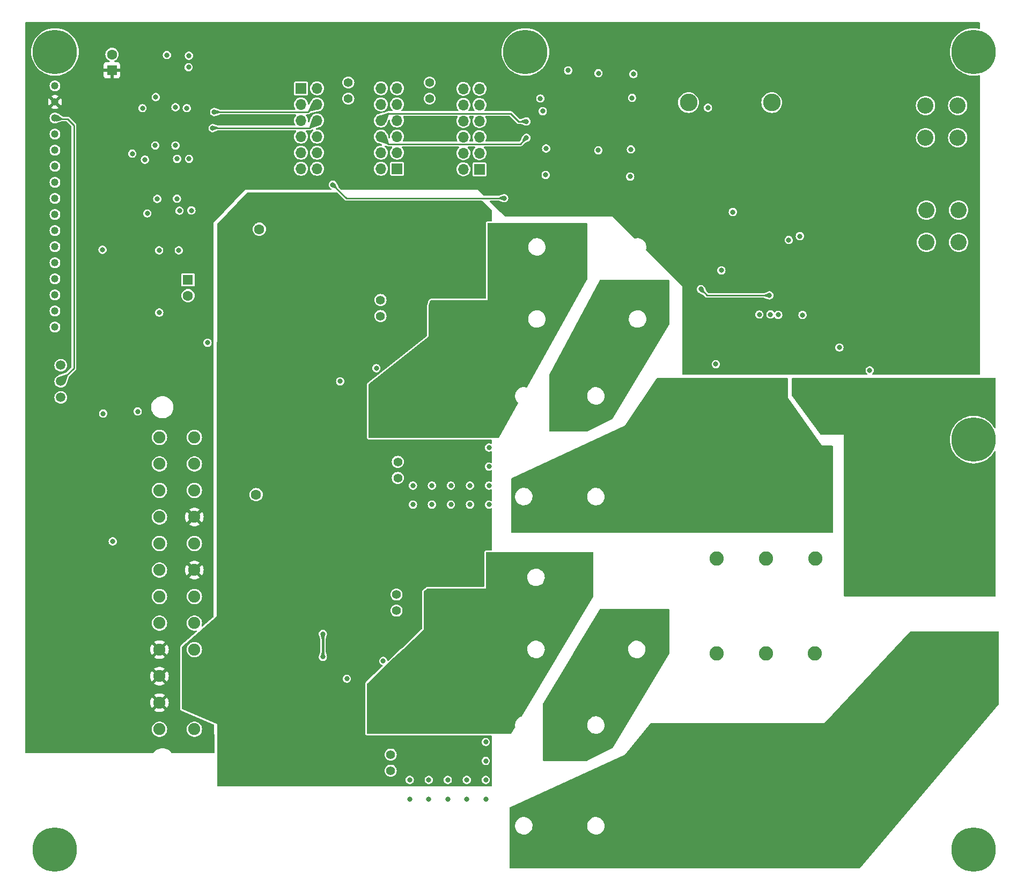
<source format=gbr>
%TF.GenerationSoftware,KiCad,Pcbnew,7.0.5*%
%TF.CreationDate,2023-09-24T16:41:28-07:00*%
%TF.ProjectId,FullSchematic,46756c6c-5363-4686-956d-617469632e6b,rev?*%
%TF.SameCoordinates,Original*%
%TF.FileFunction,Copper,L4,Bot*%
%TF.FilePolarity,Positive*%
%FSLAX46Y46*%
G04 Gerber Fmt 4.6, Leading zero omitted, Abs format (unit mm)*
G04 Created by KiCad (PCBNEW 7.0.5) date 2023-09-24 16:41:28*
%MOMM*%
%LPD*%
G01*
G04 APERTURE LIST*
%TA.AperFunction,ComponentPad*%
%ADD10R,6.000000X2.500000*%
%TD*%
%TA.AperFunction,ComponentPad*%
%ADD11C,3.900000*%
%TD*%
%TA.AperFunction,ConnectorPad*%
%ADD12C,7.000000*%
%TD*%
%TA.AperFunction,ComponentPad*%
%ADD13C,1.400000*%
%TD*%
%TA.AperFunction,ComponentPad*%
%ADD14C,2.780000*%
%TD*%
%TA.AperFunction,ComponentPad*%
%ADD15C,1.905000*%
%TD*%
%TA.AperFunction,ComponentPad*%
%ADD16C,2.250000*%
%TD*%
%TA.AperFunction,ComponentPad*%
%ADD17C,2.550000*%
%TD*%
%TA.AperFunction,ComponentPad*%
%ADD18C,1.180000*%
%TD*%
%TA.AperFunction,ComponentPad*%
%ADD19R,1.700000X1.700000*%
%TD*%
%TA.AperFunction,ComponentPad*%
%ADD20O,1.700000X1.700000*%
%TD*%
%TA.AperFunction,ComponentPad*%
%ADD21R,1.600000X1.600000*%
%TD*%
%TA.AperFunction,ComponentPad*%
%ADD22C,1.600000*%
%TD*%
%TA.AperFunction,ComponentPad*%
%ADD23R,2.500000X6.000000*%
%TD*%
%TA.AperFunction,ComponentPad*%
%ADD24C,1.500000*%
%TD*%
%TA.AperFunction,ViaPad*%
%ADD25C,0.800000*%
%TD*%
%TA.AperFunction,Conductor*%
%ADD26C,0.250000*%
%TD*%
%TA.AperFunction,Conductor*%
%ADD27C,0.400000*%
%TD*%
G04 APERTURE END LIST*
D10*
%TO.P,L1,1,1*%
%TO.N,Net-(D3-A)*%
X140785000Y-62878000D03*
%TO.P,L1,2,2*%
%TO.N,Net-(L1-Pad2)*%
X157295000Y-68108000D03*
%TD*%
D11*
%TO.P,REF\u002A\u002A,1*%
%TO.N,N/C*%
X210000000Y-29000000D03*
D12*
X210000000Y-29000000D03*
%TD*%
D13*
%TO.P,TP6,1,1*%
%TO.N,Net-(U5-Gate)*%
X118913000Y-117250000D03*
%TO.P,TP6,2*%
%TO.N,N/C*%
X118913000Y-114710000D03*
%TD*%
%TO.P,TP2,1,1*%
%TO.N,INV*%
X124140000Y-36380000D03*
%TO.P,TP2,2*%
%TO.N,N/C*%
X124140000Y-33840000D03*
%TD*%
D14*
%TO.P,J1,5,Shield*%
%TO.N,COM*%
X178140000Y-37000000D03*
X165000000Y-37000000D03*
%TD*%
D15*
%TO.P,J2,1,+3.3V*%
%TO.N,+3.3V*%
X87011800Y-89881000D03*
%TO.P,J2,2,+3.3V*%
X87011800Y-94072000D03*
%TO.P,J2,3,COM*%
%TO.N,COM*%
X87011800Y-98263000D03*
%TO.P,J2,4,+5V*%
%TO.N,+5V*%
X87011800Y-102454000D03*
%TO.P,J2,5,COM*%
%TO.N,COM*%
X87011800Y-106645000D03*
%TO.P,J2,6,+5V*%
%TO.N,+5V*%
X87011800Y-110836000D03*
%TO.P,J2,7,COM*%
%TO.N,COM*%
X87011800Y-115027000D03*
%TO.P,J2,8,PWR_OK*%
%TO.N,PWR_OK*%
X87011800Y-119218000D03*
%TO.P,J2,9,+5VSB*%
%TO.N,unconnected-(J2-+5VSB-Pad9)*%
X87011800Y-123409000D03*
%TO.P,J2,10,+12V1*%
%TO.N,+12V*%
X87011800Y-127600000D03*
%TO.P,J2,11,+12V1*%
X87011800Y-131791000D03*
%TO.P,J2,12,+3.3V*%
%TO.N,+3.3V*%
X87011800Y-135982000D03*
%TO.P,J2,13,+3.3V*%
X81500000Y-89881000D03*
%TO.P,J2,14,-12V*%
%TO.N,-12V*%
X81500000Y-94072000D03*
%TO.P,J2,15,COM*%
%TO.N,COM*%
X81500000Y-98263000D03*
%TO.P,J2,16,PS_ON#*%
%TO.N,PWR_ON#*%
X81500000Y-102454000D03*
%TO.P,J2,17,COM*%
%TO.N,COM*%
X81500000Y-106645000D03*
%TO.P,J2,18,COM*%
X81500000Y-110836000D03*
%TO.P,J2,19,COM*%
X81500000Y-115027000D03*
%TO.P,J2,20,NC*%
%TO.N,unconnected-(J2-NC-Pad20)*%
X81500000Y-119218000D03*
%TO.P,J2,21,+5V*%
%TO.N,+5V*%
X81500000Y-123409000D03*
%TO.P,J2,22,+5V*%
X81500000Y-127600000D03*
%TO.P,J2,23,+5V*%
X81500000Y-131791000D03*
%TO.P,J2,24,COM*%
%TO.N,COM*%
X81500000Y-135982000D03*
%TD*%
D16*
%TO.P,C13,1*%
%TO.N,AMP_OUT*%
X177200000Y-94000000D03*
%TO.P,C13,2*%
%TO.N,COM*%
X177200000Y-109000000D03*
%TD*%
D11*
%TO.P,REF\u002A\u002A,1*%
%TO.N,N/C*%
X139250000Y-29000000D03*
D12*
X139250000Y-29000000D03*
%TD*%
D17*
%TO.P,J4,1,1*%
%TO.N,OCTA_IN*%
X203460000Y-129540000D03*
%TO.P,J4,2,1__1*%
X203460000Y-124460000D03*
%TO.P,J4,3,1__2*%
X208540000Y-129540000D03*
%TO.P,J4,4,1__3*%
X208540000Y-124460000D03*
%TD*%
D18*
%TO.P,J10,1,VSS*%
%TO.N,COM*%
X65000000Y-34360000D03*
%TO.P,J10,2,VDD*%
%TO.N,+5V*%
X65000000Y-36900000D03*
%TO.P,J10,3,VO*%
%TO.N,CONTRAST*%
X65000000Y-39440000D03*
%TO.P,J10,4,RS*%
%TO.N,Net-(J10-RS)*%
X65000000Y-41980000D03*
%TO.P,J10,5,R/W*%
%TO.N,Net-(J10-R{slash}W)*%
X65000000Y-44520000D03*
%TO.P,J10,6,E*%
%TO.N,Net-(J10-E)*%
X65000000Y-47060000D03*
%TO.P,J10,7,DB0*%
%TO.N,Net-(J10-DB0)*%
X65000000Y-49600000D03*
%TO.P,J10,8,DB1*%
%TO.N,Net-(J10-DB1)*%
X65000000Y-52140000D03*
%TO.P,J10,9,DB2*%
%TO.N,Net-(J10-DB2)*%
X65000000Y-54680000D03*
%TO.P,J10,10,DB3*%
%TO.N,Net-(J10-DB3)*%
X65000000Y-57220000D03*
%TO.P,J10,11,DB4*%
%TO.N,Net-(J10-DB4)*%
X65000000Y-59760000D03*
%TO.P,J10,12,DB5*%
%TO.N,Net-(J10-DB5)*%
X65000000Y-62300000D03*
%TO.P,J10,13,DB6*%
%TO.N,Net-(J10-DB6)*%
X65000000Y-64840000D03*
%TO.P,J10,14,DB7*%
%TO.N,Net-(J10-DB7)*%
X65000000Y-67380000D03*
%TO.P,J10,15,LEDK*%
%TO.N,COM*%
X65000000Y-69920000D03*
%TO.P,J10,16,LEDA*%
%TO.N,LEDA*%
X65000000Y-72460000D03*
%TD*%
D16*
%TO.P,C15,1*%
%TO.N,AMP_OUT*%
X169400000Y-94000000D03*
%TO.P,C15,2*%
%TO.N,COM*%
X169400000Y-109000000D03*
%TD*%
D19*
%TO.P,J5,1,1*%
%TO.N,unconnected-(J5-Pad1)*%
X119000000Y-47460000D03*
D20*
%TO.P,J5,2,2*%
%TO.N,unconnected-(J5-Pad2)*%
X119000000Y-44920000D03*
%TO.P,J5,3,3*%
%TO.N,unconnected-(J5-Pad3)*%
X119000000Y-42380000D03*
%TO.P,J5,4,4*%
%TO.N,unconnected-(J5-Pad4)*%
X119000000Y-39840000D03*
%TO.P,J5,5,5*%
%TO.N,COM*%
X119000000Y-37300000D03*
%TO.P,J5,6,6*%
%TO.N,unconnected-(J5-Pad6)*%
X119000000Y-34760000D03*
%TO.P,J5,7,7*%
%TO.N,INV*%
X116460000Y-47460000D03*
%TO.P,J5,8,8*%
%TO.N,NON_INV*%
X116460000Y-44920000D03*
%TO.P,J5,9,9*%
%TO.N,FAULT_N*%
X116460000Y-42380000D03*
%TO.P,J5,10,10*%
%TO.N,RELAY_TRIP_N*%
X116460000Y-39840000D03*
%TO.P,J5,11,11*%
%TO.N,COM*%
X116460000Y-37300000D03*
%TO.P,J5,12,12*%
%TO.N,unconnected-(J5-Pad12)*%
X116460000Y-34760000D03*
%TD*%
D13*
%TO.P,TP1,1,1*%
%TO.N,NON_INV*%
X111308000Y-36380000D03*
%TO.P,TP1,2*%
%TO.N,N/C*%
X111308000Y-33840000D03*
%TD*%
D21*
%TO.P,C11,1*%
%TO.N,+12V*%
X97250000Y-59500000D03*
D22*
%TO.P,C11,2*%
%TO.N,COM*%
X97250000Y-57000000D03*
%TD*%
D17*
%TO.P,J8,1,1*%
%TO.N,COM*%
X202562000Y-59080000D03*
%TO.P,J8,2,1__1*%
X202562000Y-54000000D03*
%TO.P,J8,3,1__2*%
X207642000Y-59080000D03*
%TO.P,J8,4,1__3*%
X207642000Y-54000000D03*
%TD*%
D16*
%TO.P,C18,1*%
%TO.N,OCTA_IN*%
X177190000Y-139005000D03*
%TO.P,C18,2*%
%TO.N,COM*%
X177190000Y-124005000D03*
%TD*%
D23*
%TO.P,L4,1,1*%
%TO.N,Net-(L2-Pad2)*%
X147305000Y-135055002D03*
%TO.P,L4,2,2*%
%TO.N,OCTA_IN*%
X142075000Y-151565002D03*
%TD*%
D13*
%TO.P,TP4,1,1*%
%TO.N,Net-(U6-Gate)*%
X118000000Y-140000000D03*
%TO.P,TP4,2*%
%TO.N,N/C*%
X118000000Y-142540000D03*
%TD*%
D17*
%TO.P,J7,1,1*%
%TO.N,RELAY_TRIP_N*%
X202412000Y-42540000D03*
%TO.P,J7,2,1__1*%
X202412000Y-37460000D03*
%TO.P,J7,3,1__2*%
X207492000Y-42540000D03*
%TO.P,J7,4,1__3*%
X207492000Y-37460000D03*
%TD*%
D13*
%TO.P,TP5,1,1*%
%TO.N,Net-(U4-Gate)*%
X119113000Y-93750000D03*
%TO.P,TP5,2*%
%TO.N,N/C*%
X119113000Y-96290000D03*
%TD*%
D16*
%TO.P,C16,1*%
%TO.N,OCTA_IN*%
X169400000Y-139005000D03*
%TO.P,C16,2*%
%TO.N,COM*%
X169400000Y-124005000D03*
%TD*%
D21*
%TO.P,C12,1*%
%TO.N,+12V*%
X96750000Y-101432380D03*
D22*
%TO.P,C12,2*%
%TO.N,COM*%
X96750000Y-98932380D03*
%TD*%
D24*
%TO.P,RV1,1,1*%
%TO.N,-5V*%
X65920000Y-78500000D03*
%TO.P,RV1,2,2*%
%TO.N,CONTRAST*%
X65920000Y-81040000D03*
%TO.P,RV1,3,3*%
%TO.N,Net-(Q3-E)*%
X65920000Y-83580000D03*
%TD*%
D11*
%TO.P,REF\u002A\u002A,1*%
%TO.N,N/C*%
X65000000Y-155000000D03*
D12*
X65000000Y-155000000D03*
%TD*%
D16*
%TO.P,C17,1*%
%TO.N,AMP_OUT*%
X185000000Y-94000000D03*
%TO.P,C17,2*%
%TO.N,COM*%
X185000000Y-109000000D03*
%TD*%
D11*
%TO.P,REF\u002A\u002A,1*%
%TO.N,N/C*%
X210000000Y-155000000D03*
D12*
X210000000Y-155000000D03*
%TD*%
D23*
%TO.P,L3,1,1*%
%TO.N,Net-(L1-Pad2)*%
X147305000Y-83055002D03*
%TO.P,L3,2,2*%
%TO.N,AMP_OUT*%
X142075000Y-99565002D03*
%TD*%
D10*
%TO.P,L2,1,1*%
%TO.N,Net-(D4-A)*%
X140658000Y-115070002D03*
%TO.P,L2,2,2*%
%TO.N,Net-(L2-Pad2)*%
X157168000Y-120300002D03*
%TD*%
D11*
%TO.P,REF\u002A\u002A,1*%
%TO.N,N/C*%
X65000000Y-29000000D03*
D12*
X65000000Y-29000000D03*
%TD*%
D13*
%TO.P,TP3,1,1*%
%TO.N,Net-(U3-Gate)*%
X116377000Y-70737000D03*
%TO.P,TP3,2*%
%TO.N,N/C*%
X116377000Y-68197000D03*
%TD*%
D16*
%TO.P,C14,1*%
%TO.N,OCTA_IN*%
X184894000Y-139005000D03*
%TO.P,C14,2*%
%TO.N,COM*%
X184894000Y-124005000D03*
%TD*%
D19*
%TO.P,J6,1,1*%
%TO.N,Net-(C6-Pad1)*%
X132000000Y-47540000D03*
D20*
%TO.P,J6,2,2*%
%TO.N,Net-(SW1-4)*%
X132000000Y-45000000D03*
%TO.P,J6,3,3*%
%TO.N,Net-(SW1-2)*%
X132000000Y-42460000D03*
%TO.P,J6,4,4*%
%TO.N,Net-(SW1-8)*%
X132000000Y-39920000D03*
%TO.P,J6,5,5*%
%TO.N,COM*%
X132000000Y-37380000D03*
%TO.P,J6,6,6*%
%TO.N,unconnected-(J6-Pad6)*%
X132000000Y-34840000D03*
%TO.P,J6,7,7*%
%TO.N,C_SENSE*%
X129460000Y-47540000D03*
%TO.P,J6,8,8*%
%TO.N,COM*%
X129460000Y-45000000D03*
%TO.P,J6,9,9*%
%TO.N,C_REF*%
X129460000Y-42460000D03*
%TO.P,J6,10,10*%
%TO.N,COM*%
X129460000Y-39920000D03*
%TO.P,J6,11,11*%
X129460000Y-37380000D03*
%TO.P,J6,12,12*%
%TO.N,unconnected-(J6-Pad12)*%
X129460000Y-34840000D03*
%TD*%
D17*
%TO.P,J3,1,1*%
%TO.N,OCTA_OUT*%
X203460000Y-110540000D03*
%TO.P,J3,2,1__1*%
X203460000Y-105460000D03*
%TO.P,J3,3,1__2*%
X208540000Y-110540000D03*
%TO.P,J3,4,1__3*%
X208540000Y-105460000D03*
%TD*%
D21*
%TO.P,C2,1*%
%TO.N,+5V*%
X74000000Y-31900000D03*
D22*
%TO.P,C2,2*%
%TO.N,COM*%
X74000000Y-29400000D03*
%TD*%
D21*
%TO.P,C1,1*%
%TO.N,+3.3V*%
X86000000Y-65000000D03*
D22*
%TO.P,C1,2*%
%TO.N,COM*%
X86000000Y-67500000D03*
%TD*%
D11*
%TO.P,REF\u002A\u002A,1*%
%TO.N,N/C*%
X210000000Y-90250000D03*
D12*
X210000000Y-90250000D03*
%TD*%
D19*
%TO.P,J9,1,1*%
%TO.N,SRCLK*%
X103840000Y-34760000D03*
D20*
%TO.P,J9,2,2*%
%TO.N,RCLK*%
X103840000Y-37300000D03*
%TO.P,J9,3,3*%
%TO.N,\u002AOE*%
X103840000Y-39840000D03*
%TO.P,J9,4,4*%
%TO.N,SER*%
X103840000Y-42380000D03*
%TO.P,J9,5,5*%
%TO.N,COM*%
X103840000Y-44920000D03*
%TO.P,J9,6,6*%
%TO.N,unconnected-(J9-Pad6)*%
X103840000Y-47460000D03*
%TO.P,J9,7,7*%
%TO.N,Net-(U12-B1)*%
X106380000Y-34760000D03*
%TO.P,J9,8,8*%
%TO.N,Net-(U12-B2)*%
X106380000Y-37300000D03*
%TO.P,J9,9,9*%
%TO.N,Net-(U13-B1)*%
X106380000Y-39840000D03*
%TO.P,J9,10,10*%
%TO.N,OC_RESET_N*%
X106380000Y-42380000D03*
%TO.P,J9,11,11*%
%TO.N,COM*%
X106380000Y-44920000D03*
%TO.P,J9,12,12*%
%TO.N,unconnected-(J9-Pad12)*%
X106380000Y-47460000D03*
%TD*%
D25*
%TO.N,+3.3V*%
X86097000Y-31415000D03*
X141990000Y-38370000D03*
X156300000Y-32500000D03*
X142523000Y-44265000D03*
X146000000Y-31935000D03*
X84650000Y-54087000D03*
X84280000Y-45890000D03*
X84020000Y-37740000D03*
X155900000Y-44400000D03*
%TO.N,COM*%
X80905000Y-36140000D03*
X182995000Y-70555000D03*
X85810000Y-37884581D03*
X124000000Y-147000000D03*
X168070000Y-37820000D03*
X78060000Y-85790000D03*
X81470000Y-70180000D03*
X124000000Y-144000000D03*
X188823000Y-75685000D03*
X172000000Y-54300000D03*
X133000000Y-141000000D03*
X110007000Y-81037000D03*
X82665000Y-29500000D03*
X133500000Y-97500000D03*
X133000000Y-144000000D03*
X156100000Y-36265000D03*
X111073000Y-128012000D03*
X79570000Y-54520000D03*
X77200000Y-45080000D03*
X74122500Y-106322500D03*
X130000000Y-144000000D03*
X79200000Y-46020000D03*
X84260685Y-52190000D03*
X133000000Y-138000000D03*
X155800000Y-48700000D03*
X127000000Y-144000000D03*
X124500000Y-100500000D03*
X182580000Y-58100000D03*
X84020000Y-43774581D03*
X127500000Y-100500000D03*
X193600000Y-79300000D03*
X86170000Y-45890000D03*
X86146000Y-29600000D03*
X130500000Y-97500000D03*
X130500000Y-100500000D03*
X177935000Y-70475000D03*
X133500000Y-91500000D03*
X121500000Y-97500000D03*
X124500000Y-97500000D03*
X81150685Y-52210000D03*
X84550000Y-60350000D03*
X127000000Y-147000000D03*
X89090000Y-74940000D03*
X116813000Y-125212000D03*
X127500000Y-97500000D03*
X81445419Y-60350000D03*
X130000000Y-147000000D03*
X150770000Y-44550000D03*
X72610000Y-86127500D03*
X142453000Y-48435000D03*
X115730000Y-78959000D03*
X133500000Y-100500000D03*
X141607000Y-36365000D03*
X121000000Y-144000000D03*
X121500000Y-100500000D03*
X176173000Y-70485000D03*
X169303000Y-78330000D03*
X121000000Y-147000000D03*
X133500000Y-94500000D03*
X179165000Y-70535000D03*
X80820000Y-43774581D03*
X78810000Y-37884581D03*
X150780000Y-32380000D03*
X180823500Y-58712200D03*
X170196500Y-63517200D03*
X86540000Y-54037000D03*
X72502500Y-60247500D03*
X133000000Y-147000000D03*
%TO.N,+5V*%
X174220000Y-65730000D03*
X80830000Y-37780000D03*
X187310000Y-70870000D03*
X81480000Y-54540000D03*
X168100000Y-71700000D03*
X81060000Y-46030000D03*
X75600000Y-63010000D03*
X82667000Y-31392000D03*
X73112500Y-51500000D03*
X175080000Y-37875000D03*
X74402500Y-60227500D03*
X170153500Y-61602200D03*
X193500000Y-77500000D03*
%TO.N,+12V*%
X109750000Y-88750000D03*
X121840000Y-105500000D03*
X127840000Y-111500000D03*
X108250000Y-133250000D03*
X124840000Y-105500000D03*
X130840000Y-111500000D03*
X124840000Y-108500000D03*
X121840000Y-108500000D03*
X107600000Y-100360000D03*
X110000000Y-135750000D03*
X122500000Y-59007000D03*
X115640000Y-75959000D03*
X122500000Y-65000000D03*
X124840000Y-111500000D03*
X116838000Y-61487000D03*
X116813000Y-122212000D03*
X121840000Y-111500000D03*
X109750000Y-83750000D03*
X131500000Y-62000000D03*
X110000000Y-130750000D03*
X127840000Y-105500000D03*
X127000000Y-64750000D03*
X127000000Y-58757000D03*
X127840000Y-108500000D03*
X130840000Y-105500000D03*
X131500000Y-59007000D03*
X131500000Y-65000000D03*
X122500000Y-62000000D03*
X107750000Y-86000000D03*
X130840000Y-108500000D03*
X127000000Y-61750000D03*
%TO.N,Net-(D4-A)*%
X124813000Y-134000000D03*
X127500000Y-120823497D03*
X127813000Y-128000000D03*
X121813000Y-134000000D03*
X132750000Y-119500000D03*
X121813000Y-128000000D03*
X130813000Y-128000000D03*
X121813000Y-131000000D03*
X130813000Y-134000000D03*
X124813000Y-128000000D03*
X132750000Y-117500000D03*
X132750000Y-115500000D03*
X124000000Y-124000000D03*
X124813000Y-131000000D03*
X127813000Y-131000000D03*
X130500000Y-120823497D03*
X127000000Y-124000000D03*
X127813000Y-134000000D03*
X124000000Y-120823497D03*
X130500000Y-124000000D03*
X130813000Y-131000000D03*
X121113000Y-123625270D03*
%TO.N,AMP_OUT*%
X169000000Y-85000000D03*
X178000000Y-88000000D03*
X166000000Y-88000000D03*
X175000000Y-85000000D03*
X169000000Y-82000000D03*
X175000000Y-88000000D03*
X169000000Y-88000000D03*
X166000000Y-82000000D03*
X178000000Y-85000000D03*
X166000000Y-85000000D03*
X172000000Y-88000000D03*
X172000000Y-85000000D03*
X172000000Y-82000000D03*
%TO.N,Net-(D3-A)*%
X133250000Y-73500000D03*
X124500000Y-78500000D03*
X121563000Y-77812000D03*
X124500000Y-75250000D03*
X122250000Y-88000000D03*
X122250000Y-80500000D03*
X131000000Y-88000000D03*
X127500000Y-78500000D03*
X131000000Y-84000000D03*
X133250000Y-71500000D03*
X128000000Y-75250000D03*
X131000000Y-78500000D03*
X127000000Y-84000000D03*
X122250000Y-84000000D03*
X127000000Y-80500000D03*
X131000000Y-80500000D03*
X133250000Y-69750000D03*
X127000000Y-88000000D03*
X131000000Y-75250000D03*
%TO.N,OCTA_OUT*%
X191000000Y-88000000D03*
X191000000Y-85000000D03*
X194000000Y-82000000D03*
X194000000Y-85000000D03*
X185000000Y-85000000D03*
X197000000Y-85000000D03*
X194000000Y-88000000D03*
X188000000Y-82000000D03*
X188000000Y-85000000D03*
X197000000Y-88000000D03*
X191000000Y-82000000D03*
X188000000Y-88000000D03*
X197000000Y-82000000D03*
%TO.N,RELAY_TRIP_N*%
X139400000Y-40000000D03*
%TO.N,OC_RESET_N*%
X108850000Y-49980000D03*
X135910000Y-52110000D03*
%TO.N,FAULT_N*%
X139420000Y-42570000D03*
%TO.N,C_REF*%
X166955000Y-66475000D03*
X177778000Y-67460000D03*
%TO.N,INV*%
X107290000Y-120940000D03*
X107290000Y-124560000D03*
%TO.N,Net-(U12-B2)*%
X90130000Y-38500000D03*
%TO.N,Net-(U13-B1)*%
X89880000Y-41050000D03*
%TD*%
D26*
%TO.N,RELAY_TRIP_N*%
X117562000Y-38738000D02*
X116460000Y-39840000D01*
X139400000Y-40000000D02*
X138200000Y-40000000D01*
X138200000Y-40000000D02*
X136938000Y-38738000D01*
X136938000Y-38738000D02*
X117562000Y-38738000D01*
%TO.N,OC_RESET_N*%
X110980000Y-52110000D02*
X108850000Y-49980000D01*
X135910000Y-52110000D02*
X110980000Y-52110000D01*
%TO.N,CONTRAST*%
X67000000Y-39600000D02*
X68000000Y-40600000D01*
X65160000Y-39600000D02*
X67000000Y-39600000D01*
X65000000Y-39440000D02*
X65160000Y-39600000D01*
X68000000Y-40600000D02*
X68000000Y-78960000D01*
X68000000Y-78960000D02*
X65920000Y-81040000D01*
%TO.N,FAULT_N*%
X117642000Y-43562000D02*
X116460000Y-42380000D01*
X138428000Y-43562000D02*
X117642000Y-43562000D01*
X139420000Y-42570000D02*
X138428000Y-43562000D01*
%TO.N,C_REF*%
X177778000Y-67460000D02*
X167940000Y-67460000D01*
X167940000Y-67460000D02*
X166955000Y-66475000D01*
D27*
%TO.N,INV*%
X107290000Y-120940000D02*
X107290000Y-124560000D01*
D26*
%TO.N,Net-(U12-B2)*%
X106100000Y-37300000D02*
X106380000Y-37300000D01*
X90130000Y-38500000D02*
X104900000Y-38500000D01*
X104900000Y-38500000D02*
X106100000Y-37300000D01*
%TO.N,Net-(U13-B1)*%
X89915000Y-41015000D02*
X105205000Y-41015000D01*
X89880000Y-41050000D02*
X89915000Y-41015000D01*
X105205000Y-41015000D02*
X106380000Y-39840000D01*
%TD*%
%TA.AperFunction,Conductor*%
%TO.N,OCTA_IN*%
G36*
X186500000Y-158000000D02*
G01*
X162000017Y-158000000D01*
X136807467Y-157928032D01*
X136799345Y-157924640D01*
X136796000Y-157916532D01*
X136796000Y-151171452D01*
X137621773Y-151171452D01*
X137631703Y-151405220D01*
X137680997Y-151633942D01*
X137768235Y-151851044D01*
X137768236Y-151851045D01*
X137890910Y-152050281D01*
X138045491Y-152225919D01*
X138045493Y-152225921D01*
X138045498Y-152225926D01*
X138045499Y-152225927D01*
X138210849Y-152359435D01*
X138227532Y-152372906D01*
X138431795Y-152487014D01*
X138652404Y-152564961D01*
X138883013Y-152604502D01*
X138883016Y-152604502D01*
X139058387Y-152604502D01*
X139058395Y-152604502D01*
X139233132Y-152589630D01*
X139459556Y-152530673D01*
X139672761Y-152434299D01*
X139866611Y-152303279D01*
X139866618Y-152303272D01*
X139866621Y-152303270D01*
X139934233Y-152238467D01*
X140035530Y-152141383D01*
X140174659Y-151953268D01*
X140279995Y-151744346D01*
X140348508Y-151520628D01*
X140378227Y-151288548D01*
X140373253Y-151171452D01*
X149001773Y-151171452D01*
X149011703Y-151405220D01*
X149060997Y-151633942D01*
X149148235Y-151851044D01*
X149148236Y-151851045D01*
X149270910Y-152050281D01*
X149425491Y-152225919D01*
X149425493Y-152225921D01*
X149425498Y-152225926D01*
X149425499Y-152225927D01*
X149590849Y-152359435D01*
X149607532Y-152372906D01*
X149811795Y-152487014D01*
X150032404Y-152564961D01*
X150263013Y-152604502D01*
X150263016Y-152604502D01*
X150438387Y-152604502D01*
X150438395Y-152604502D01*
X150613132Y-152589630D01*
X150839556Y-152530673D01*
X151052761Y-152434299D01*
X151246611Y-152303279D01*
X151246618Y-152303272D01*
X151246621Y-152303270D01*
X151314233Y-152238467D01*
X151415530Y-152141383D01*
X151554659Y-151953268D01*
X151659995Y-151744346D01*
X151728508Y-151520628D01*
X151758227Y-151288548D01*
X151748297Y-151054785D01*
X151699003Y-150826062D01*
X151611764Y-150608959D01*
X151489090Y-150409723D01*
X151334509Y-150234085D01*
X151334505Y-150234082D01*
X151334501Y-150234077D01*
X151334500Y-150234076D01*
X151152473Y-150087102D01*
X151152472Y-150087101D01*
X151152471Y-150087100D01*
X151152468Y-150087098D01*
X150948205Y-149972990D01*
X150920245Y-149963111D01*
X150727600Y-149895044D01*
X150727597Y-149895043D01*
X150727596Y-149895043D01*
X150496987Y-149855502D01*
X150321605Y-149855502D01*
X150194523Y-149866318D01*
X150146865Y-149870374D01*
X149920445Y-149929330D01*
X149707242Y-150025703D01*
X149707239Y-150025704D01*
X149707239Y-150025705D01*
X149616400Y-150087102D01*
X149513382Y-150156730D01*
X149513378Y-150156733D01*
X149344472Y-150318618D01*
X149344471Y-150318619D01*
X149205342Y-150506733D01*
X149205338Y-150506740D01*
X149100004Y-150715658D01*
X149031492Y-150939375D01*
X149001773Y-151171452D01*
X140373253Y-151171452D01*
X140368297Y-151054785D01*
X140319003Y-150826062D01*
X140231764Y-150608959D01*
X140109090Y-150409723D01*
X139954509Y-150234085D01*
X139954505Y-150234082D01*
X139954501Y-150234077D01*
X139954500Y-150234076D01*
X139772473Y-150087102D01*
X139772472Y-150087101D01*
X139772471Y-150087100D01*
X139772468Y-150087098D01*
X139568205Y-149972990D01*
X139540245Y-149963111D01*
X139347600Y-149895044D01*
X139347597Y-149895043D01*
X139347596Y-149895043D01*
X139116987Y-149855502D01*
X138941605Y-149855502D01*
X138814523Y-149866318D01*
X138766865Y-149870374D01*
X138540445Y-149929330D01*
X138327242Y-150025703D01*
X138327239Y-150025704D01*
X138327239Y-150025705D01*
X138236400Y-150087102D01*
X138133382Y-150156730D01*
X138133378Y-150156733D01*
X137964472Y-150318618D01*
X137964471Y-150318619D01*
X137825342Y-150506733D01*
X137825338Y-150506740D01*
X137720004Y-150715658D01*
X137651492Y-150939375D01*
X137621773Y-151171452D01*
X136796000Y-151171452D01*
X136796000Y-148335385D01*
X136799368Y-148327253D01*
X136802713Y-148324928D01*
X155000000Y-140000000D01*
X158996547Y-135004315D01*
X159004257Y-135000070D01*
X159005527Y-135000000D01*
X186499999Y-135000000D01*
X186500000Y-135000000D01*
X186500000Y-158000000D01*
G37*
%TD.AperFunction*%
%TD*%
%TA.AperFunction,Conductor*%
%TO.N,AMP_OUT*%
G36*
X180632989Y-80509711D02*
G01*
X180678769Y-80562493D01*
X180690000Y-80614059D01*
X180690000Y-83600000D01*
X186000000Y-91200000D01*
X187676000Y-91200000D01*
X187743039Y-91219685D01*
X187788794Y-91272489D01*
X187800000Y-91324000D01*
X187800000Y-104876000D01*
X187780315Y-104943039D01*
X187727511Y-104988794D01*
X187676000Y-105000000D01*
X137124000Y-105000000D01*
X137056961Y-104980315D01*
X137011206Y-104927511D01*
X137000000Y-104876000D01*
X137000000Y-99171456D01*
X137621773Y-99171456D01*
X137631702Y-99405215D01*
X137631702Y-99405216D01*
X137680997Y-99633944D01*
X137725361Y-99744347D01*
X137768236Y-99851045D01*
X137890910Y-100050281D01*
X137971093Y-100141387D01*
X138045487Y-100225914D01*
X138045494Y-100225922D01*
X138227525Y-100372901D01*
X138227531Y-100372906D01*
X138337432Y-100434300D01*
X138431795Y-100487014D01*
X138652404Y-100564961D01*
X138652410Y-100564962D01*
X138883002Y-100604501D01*
X138883012Y-100604501D01*
X138883013Y-100604502D01*
X138883014Y-100604502D01*
X139058395Y-100604502D01*
X139058412Y-100604501D01*
X139233127Y-100589631D01*
X139233130Y-100589630D01*
X139233132Y-100589630D01*
X139459556Y-100530673D01*
X139459557Y-100530672D01*
X139459559Y-100530672D01*
X139672759Y-100434300D01*
X139672759Y-100434299D01*
X139672761Y-100434299D01*
X139866611Y-100303279D01*
X140035530Y-100141383D01*
X140174659Y-99953268D01*
X140279995Y-99744346D01*
X140348508Y-99520628D01*
X140378227Y-99288548D01*
X140373253Y-99171456D01*
X149001773Y-99171456D01*
X149011702Y-99405215D01*
X149011702Y-99405216D01*
X149060997Y-99633944D01*
X149105361Y-99744347D01*
X149148236Y-99851045D01*
X149270910Y-100050281D01*
X149351093Y-100141387D01*
X149425487Y-100225914D01*
X149425494Y-100225922D01*
X149607525Y-100372901D01*
X149607531Y-100372906D01*
X149717432Y-100434300D01*
X149811795Y-100487014D01*
X150032404Y-100564961D01*
X150032410Y-100564962D01*
X150263002Y-100604501D01*
X150263012Y-100604501D01*
X150263013Y-100604502D01*
X150263014Y-100604502D01*
X150438395Y-100604502D01*
X150438412Y-100604501D01*
X150613127Y-100589631D01*
X150613130Y-100589630D01*
X150613132Y-100589630D01*
X150839556Y-100530673D01*
X150839557Y-100530672D01*
X150839559Y-100530672D01*
X151052759Y-100434300D01*
X151052759Y-100434299D01*
X151052761Y-100434299D01*
X151246611Y-100303279D01*
X151415530Y-100141383D01*
X151554659Y-99953268D01*
X151659995Y-99744346D01*
X151728508Y-99520628D01*
X151758227Y-99288548D01*
X151748297Y-99054785D01*
X151699003Y-98826062D01*
X151611764Y-98608959D01*
X151489090Y-98409723D01*
X151334509Y-98234085D01*
X151334507Y-98234083D01*
X151334505Y-98234081D01*
X151152474Y-98087102D01*
X151152468Y-98087097D01*
X150948208Y-97972991D01*
X150727599Y-97895044D01*
X150727589Y-97895041D01*
X150496997Y-97855502D01*
X150496987Y-97855502D01*
X150321605Y-97855502D01*
X150321587Y-97855502D01*
X150146872Y-97870372D01*
X149920444Y-97929330D01*
X149920440Y-97929331D01*
X149707240Y-98025703D01*
X149513388Y-98156725D01*
X149513385Y-98156727D01*
X149344475Y-98318616D01*
X149344470Y-98318621D01*
X149245092Y-98452988D01*
X149205339Y-98506738D01*
X149100005Y-98715656D01*
X149031491Y-98939377D01*
X149001773Y-99171456D01*
X140373253Y-99171456D01*
X140368297Y-99054785D01*
X140319003Y-98826062D01*
X140231764Y-98608959D01*
X140109090Y-98409723D01*
X139954509Y-98234085D01*
X139954507Y-98234083D01*
X139954505Y-98234081D01*
X139772474Y-98087102D01*
X139772468Y-98087097D01*
X139568208Y-97972991D01*
X139347599Y-97895044D01*
X139347589Y-97895041D01*
X139116997Y-97855502D01*
X139116987Y-97855502D01*
X138941605Y-97855502D01*
X138941587Y-97855502D01*
X138766872Y-97870372D01*
X138540444Y-97929330D01*
X138540440Y-97929331D01*
X138327240Y-98025703D01*
X138133388Y-98156725D01*
X138133385Y-98156727D01*
X137964475Y-98318616D01*
X137964470Y-98318621D01*
X137865092Y-98452988D01*
X137825339Y-98506738D01*
X137720005Y-98715656D01*
X137651491Y-98939377D01*
X137621773Y-99171456D01*
X137000000Y-99171456D01*
X137000000Y-96478971D01*
X137019685Y-96411932D01*
X137071561Y-96366604D01*
X155000000Y-88000000D01*
X159963211Y-80555182D01*
X160016775Y-80510323D01*
X160066319Y-80499967D01*
X180565943Y-80490059D01*
X180632989Y-80509711D01*
G37*
%TD.AperFunction*%
%TD*%
%TA.AperFunction,Conductor*%
%TO.N,Net-(D3-A)*%
G36*
X148943039Y-56019685D02*
G01*
X148988794Y-56072489D01*
X149000000Y-56124000D01*
X149000000Y-64967643D01*
X148984191Y-65028230D01*
X139511474Y-81943793D01*
X139461543Y-81992667D01*
X139393115Y-82006788D01*
X139361972Y-82000122D01*
X139347605Y-81995045D01*
X139347589Y-81995041D01*
X139116997Y-81955502D01*
X139116987Y-81955502D01*
X138941605Y-81955502D01*
X138941587Y-81955502D01*
X138766872Y-81970372D01*
X138540444Y-82029330D01*
X138540440Y-82029331D01*
X138327240Y-82125703D01*
X138133388Y-82256725D01*
X138133385Y-82256727D01*
X137964475Y-82418616D01*
X137964470Y-82418621D01*
X137865092Y-82552988D01*
X137825339Y-82606738D01*
X137720005Y-82815656D01*
X137651491Y-83039377D01*
X137621773Y-83271456D01*
X137631702Y-83505215D01*
X137631702Y-83505216D01*
X137680997Y-83733944D01*
X137768234Y-83951041D01*
X137768236Y-83951045D01*
X137890910Y-84150281D01*
X138045491Y-84325919D01*
X138054956Y-84333561D01*
X138094749Y-84390992D01*
X138097176Y-84460819D01*
X138085248Y-84490625D01*
X135035511Y-89936587D01*
X134985580Y-89985461D01*
X134927320Y-90000000D01*
X122000000Y-90000000D01*
X114624000Y-90000000D01*
X114556961Y-89980315D01*
X114511206Y-89927511D01*
X114500000Y-89876000D01*
X114500000Y-81560090D01*
X114519685Y-81493051D01*
X114547164Y-81462765D01*
X124000000Y-74000000D01*
X124000000Y-71124454D01*
X139681773Y-71124454D01*
X139691702Y-71358213D01*
X139691702Y-71358214D01*
X139740997Y-71586942D01*
X139785361Y-71697345D01*
X139828236Y-71804043D01*
X139950910Y-72003279D01*
X140031093Y-72094385D01*
X140105487Y-72178912D01*
X140105494Y-72178920D01*
X140287525Y-72325899D01*
X140287531Y-72325904D01*
X140397432Y-72387298D01*
X140491795Y-72440012D01*
X140712404Y-72517959D01*
X140712410Y-72517960D01*
X140943002Y-72557499D01*
X140943012Y-72557499D01*
X140943013Y-72557500D01*
X140943014Y-72557500D01*
X141118395Y-72557500D01*
X141118412Y-72557499D01*
X141293127Y-72542629D01*
X141293130Y-72542628D01*
X141293132Y-72542628D01*
X141519556Y-72483671D01*
X141519557Y-72483670D01*
X141519559Y-72483670D01*
X141732759Y-72387298D01*
X141732759Y-72387297D01*
X141732761Y-72387297D01*
X141926611Y-72256277D01*
X142095530Y-72094381D01*
X142234659Y-71906266D01*
X142339995Y-71697344D01*
X142408508Y-71473626D01*
X142438227Y-71241546D01*
X142428297Y-71007783D01*
X142379003Y-70779060D01*
X142291764Y-70561957D01*
X142169090Y-70362721D01*
X142014509Y-70187083D01*
X142014507Y-70187081D01*
X142014505Y-70187079D01*
X141832474Y-70040100D01*
X141832468Y-70040095D01*
X141628208Y-69925989D01*
X141407599Y-69848042D01*
X141407589Y-69848039D01*
X141176997Y-69808500D01*
X141176987Y-69808500D01*
X141001605Y-69808500D01*
X141001587Y-69808500D01*
X140826872Y-69823370D01*
X140600444Y-69882328D01*
X140600440Y-69882329D01*
X140387240Y-69978701D01*
X140193388Y-70109723D01*
X140193385Y-70109725D01*
X140024475Y-70271614D01*
X140024470Y-70271619D01*
X139925092Y-70405986D01*
X139885339Y-70459736D01*
X139780005Y-70668654D01*
X139711491Y-70892375D01*
X139681773Y-71124454D01*
X124000000Y-71124454D01*
X124000000Y-69020123D01*
X124006363Y-68980911D01*
X124221737Y-68334788D01*
X124261611Y-68277413D01*
X124326175Y-68250705D01*
X124339374Y-68250000D01*
X133250000Y-68250000D01*
X133250000Y-59744454D01*
X139681773Y-59744454D01*
X139691702Y-59978213D01*
X139691702Y-59978214D01*
X139740997Y-60206942D01*
X139785361Y-60317345D01*
X139828236Y-60424043D01*
X139950910Y-60623279D01*
X140031093Y-60714385D01*
X140105487Y-60798912D01*
X140105494Y-60798920D01*
X140287525Y-60945899D01*
X140287531Y-60945904D01*
X140397432Y-61007298D01*
X140491795Y-61060012D01*
X140712404Y-61137959D01*
X140712410Y-61137960D01*
X140943002Y-61177499D01*
X140943012Y-61177499D01*
X140943013Y-61177500D01*
X140943014Y-61177500D01*
X141118395Y-61177500D01*
X141118412Y-61177499D01*
X141293127Y-61162629D01*
X141293130Y-61162628D01*
X141293132Y-61162628D01*
X141519556Y-61103671D01*
X141519557Y-61103670D01*
X141519559Y-61103670D01*
X141732759Y-61007298D01*
X141732759Y-61007297D01*
X141732761Y-61007297D01*
X141926611Y-60876277D01*
X142095530Y-60714381D01*
X142234659Y-60526266D01*
X142339995Y-60317344D01*
X142408508Y-60093626D01*
X142438227Y-59861546D01*
X142428297Y-59627783D01*
X142379003Y-59399060D01*
X142291764Y-59181957D01*
X142169090Y-58982721D01*
X142014509Y-58807083D01*
X142014507Y-58807081D01*
X142014505Y-58807079D01*
X141832474Y-58660100D01*
X141832468Y-58660095D01*
X141628208Y-58545989D01*
X141407599Y-58468042D01*
X141407589Y-58468039D01*
X141176997Y-58428500D01*
X141176987Y-58428500D01*
X141001605Y-58428500D01*
X141001587Y-58428500D01*
X140826872Y-58443370D01*
X140600444Y-58502328D01*
X140600440Y-58502329D01*
X140387240Y-58598701D01*
X140193388Y-58729723D01*
X140193385Y-58729725D01*
X140024475Y-58891614D01*
X140024470Y-58891619D01*
X139939135Y-59007000D01*
X139885339Y-59079736D01*
X139780005Y-59288654D01*
X139711491Y-59512375D01*
X139681773Y-59744454D01*
X133250000Y-59744454D01*
X133250000Y-56124000D01*
X133269685Y-56056961D01*
X133322489Y-56011206D01*
X133374000Y-56000000D01*
X148876000Y-56000000D01*
X148943039Y-56019685D01*
G37*
%TD.AperFunction*%
%TD*%
%TA.AperFunction,Conductor*%
%TO.N,Net-(D4-A)*%
G36*
X149943039Y-108019685D02*
G01*
X149988794Y-108072489D01*
X150000000Y-108124000D01*
X150000000Y-114965767D01*
X149982437Y-115029384D01*
X138667994Y-133959315D01*
X138616703Y-134006761D01*
X138592805Y-134015696D01*
X138540447Y-134029330D01*
X138540430Y-134029336D01*
X138327240Y-134125703D01*
X138133388Y-134256725D01*
X138133385Y-134256727D01*
X137964475Y-134418616D01*
X137964470Y-134418621D01*
X137865092Y-134552988D01*
X137825339Y-134606738D01*
X137720005Y-134815656D01*
X137651491Y-135039377D01*
X137621773Y-135271456D01*
X137631702Y-135505215D01*
X137631703Y-135505222D01*
X137651166Y-135595534D01*
X137646047Y-135665216D01*
X137636386Y-135685274D01*
X137036091Y-136689617D01*
X136984800Y-136737062D01*
X136929654Y-136750000D01*
X121750000Y-136750000D01*
X114374000Y-136750000D01*
X114306961Y-136730315D01*
X114261206Y-136677511D01*
X114250000Y-136626000D01*
X114250000Y-128803245D01*
X114269685Y-128736206D01*
X114288608Y-128713333D01*
X118503926Y-124709959D01*
X119971203Y-123316456D01*
X139554773Y-123316456D01*
X139564702Y-123550215D01*
X139564702Y-123550216D01*
X139613997Y-123778944D01*
X139658361Y-123889347D01*
X139701236Y-123996045D01*
X139823910Y-124195281D01*
X139904093Y-124286387D01*
X139978487Y-124370914D01*
X139978494Y-124370922D01*
X140160525Y-124517901D01*
X140160531Y-124517906D01*
X140270432Y-124579300D01*
X140364795Y-124632014D01*
X140585404Y-124709961D01*
X140585410Y-124709962D01*
X140816002Y-124749501D01*
X140816012Y-124749501D01*
X140816013Y-124749502D01*
X140816014Y-124749502D01*
X140991395Y-124749502D01*
X140991412Y-124749501D01*
X141166127Y-124734631D01*
X141166130Y-124734630D01*
X141166132Y-124734630D01*
X141392556Y-124675673D01*
X141392557Y-124675672D01*
X141392559Y-124675672D01*
X141605759Y-124579300D01*
X141605759Y-124579299D01*
X141605761Y-124579299D01*
X141799611Y-124448279D01*
X141968530Y-124286383D01*
X142107659Y-124098268D01*
X142212995Y-123889346D01*
X142281508Y-123665628D01*
X142311227Y-123433548D01*
X142301297Y-123199785D01*
X142252003Y-122971062D01*
X142164764Y-122753959D01*
X142042090Y-122554723D01*
X141887509Y-122379085D01*
X141887507Y-122379083D01*
X141887505Y-122379081D01*
X141705474Y-122232102D01*
X141705468Y-122232097D01*
X141501208Y-122117991D01*
X141280599Y-122040044D01*
X141280589Y-122040041D01*
X141049997Y-122000502D01*
X141049987Y-122000502D01*
X140874605Y-122000502D01*
X140874587Y-122000502D01*
X140699872Y-122015372D01*
X140473444Y-122074330D01*
X140473440Y-122074331D01*
X140260240Y-122170703D01*
X140066388Y-122301725D01*
X140066385Y-122301727D01*
X139897475Y-122463616D01*
X139897470Y-122463621D01*
X139798092Y-122597988D01*
X139758339Y-122651738D01*
X139653005Y-122860656D01*
X139584491Y-123084377D01*
X139554773Y-123316456D01*
X119971203Y-123316456D01*
X123200000Y-120250000D01*
X123200000Y-114261999D01*
X123219685Y-114194960D01*
X123249596Y-114162802D01*
X123766933Y-113774799D01*
X123832375Y-113750324D01*
X123841333Y-113750000D01*
X133000000Y-113750000D01*
X133000000Y-111936456D01*
X139554773Y-111936456D01*
X139564702Y-112170215D01*
X139564702Y-112170216D01*
X139613997Y-112398944D01*
X139658361Y-112509347D01*
X139701236Y-112616045D01*
X139823910Y-112815281D01*
X139904093Y-112906387D01*
X139978487Y-112990914D01*
X139978494Y-112990922D01*
X140160525Y-113137901D01*
X140160531Y-113137906D01*
X140270432Y-113199300D01*
X140364795Y-113252014D01*
X140585404Y-113329961D01*
X140585410Y-113329962D01*
X140816002Y-113369501D01*
X140816012Y-113369501D01*
X140816013Y-113369502D01*
X140816014Y-113369502D01*
X140991395Y-113369502D01*
X140991412Y-113369501D01*
X141166127Y-113354631D01*
X141166130Y-113354630D01*
X141166132Y-113354630D01*
X141392556Y-113295673D01*
X141392557Y-113295672D01*
X141392559Y-113295672D01*
X141605759Y-113199300D01*
X141605759Y-113199299D01*
X141605761Y-113199299D01*
X141799611Y-113068279D01*
X141968530Y-112906383D01*
X142107659Y-112718268D01*
X142212995Y-112509346D01*
X142281508Y-112285628D01*
X142311227Y-112053548D01*
X142301297Y-111819785D01*
X142252003Y-111591062D01*
X142164764Y-111373959D01*
X142042090Y-111174723D01*
X141887509Y-110999085D01*
X141887507Y-110999083D01*
X141887505Y-110999081D01*
X141705474Y-110852102D01*
X141705468Y-110852097D01*
X141501208Y-110737991D01*
X141280599Y-110660044D01*
X141280589Y-110660041D01*
X141049997Y-110620502D01*
X141049987Y-110620502D01*
X140874605Y-110620502D01*
X140874587Y-110620502D01*
X140699872Y-110635372D01*
X140473444Y-110694330D01*
X140473440Y-110694331D01*
X140260240Y-110790703D01*
X140066388Y-110921725D01*
X140066385Y-110921727D01*
X139916408Y-111065470D01*
X139897470Y-111083621D01*
X139814742Y-111195477D01*
X139758339Y-111271738D01*
X139653005Y-111480656D01*
X139584491Y-111704377D01*
X139554773Y-111936456D01*
X133000000Y-111936456D01*
X133000000Y-108124000D01*
X133019685Y-108056961D01*
X133072489Y-108011206D01*
X133124000Y-108000000D01*
X149876000Y-108000000D01*
X149943039Y-108019685D01*
G37*
%TD.AperFunction*%
%TD*%
%TA.AperFunction,Conductor*%
%TO.N,Net-(L1-Pad2)*%
G36*
X161943039Y-65019685D02*
G01*
X161988794Y-65072489D01*
X162000000Y-65124000D01*
X162000000Y-71965654D01*
X161982329Y-72029451D01*
X153018578Y-86969036D01*
X152967703Y-87016148D01*
X149026182Y-88986909D01*
X148970728Y-89000000D01*
X146000000Y-89000000D01*
X143124000Y-89000000D01*
X143056961Y-88980315D01*
X143011206Y-88927511D01*
X143000000Y-88876000D01*
X143000000Y-83271456D01*
X149001773Y-83271456D01*
X149011702Y-83505215D01*
X149011702Y-83505216D01*
X149060997Y-83733944D01*
X149105361Y-83844347D01*
X149148236Y-83951045D01*
X149270910Y-84150281D01*
X149351093Y-84241387D01*
X149425487Y-84325914D01*
X149425494Y-84325922D01*
X149607525Y-84472901D01*
X149607531Y-84472906D01*
X149717432Y-84534300D01*
X149811795Y-84587014D01*
X150032404Y-84664961D01*
X150032410Y-84664962D01*
X150263002Y-84704501D01*
X150263012Y-84704501D01*
X150263013Y-84704502D01*
X150263014Y-84704502D01*
X150438395Y-84704502D01*
X150438412Y-84704501D01*
X150613127Y-84689631D01*
X150613130Y-84689630D01*
X150613132Y-84689630D01*
X150839556Y-84630673D01*
X150839557Y-84630672D01*
X150839559Y-84630672D01*
X151052759Y-84534300D01*
X151052759Y-84534299D01*
X151052761Y-84534299D01*
X151246611Y-84403279D01*
X151415530Y-84241383D01*
X151554659Y-84053268D01*
X151659995Y-83844346D01*
X151728508Y-83620628D01*
X151758227Y-83388548D01*
X151748297Y-83154785D01*
X151699003Y-82926062D01*
X151611764Y-82708959D01*
X151489090Y-82509723D01*
X151334509Y-82334085D01*
X151334507Y-82334083D01*
X151334505Y-82334081D01*
X151152474Y-82187102D01*
X151152468Y-82187097D01*
X150948208Y-82072991D01*
X150727599Y-81995044D01*
X150727589Y-81995041D01*
X150496997Y-81955502D01*
X150496987Y-81955502D01*
X150321605Y-81955502D01*
X150321587Y-81955502D01*
X150146872Y-81970372D01*
X149920444Y-82029330D01*
X149920440Y-82029331D01*
X149707240Y-82125703D01*
X149513388Y-82256725D01*
X149513385Y-82256727D01*
X149344475Y-82418616D01*
X149344470Y-82418621D01*
X149245092Y-82552988D01*
X149205339Y-82606738D01*
X149100005Y-82815656D01*
X149031491Y-83039377D01*
X149001773Y-83271456D01*
X143000000Y-83271456D01*
X143000000Y-80031000D01*
X143014588Y-79972647D01*
X146977265Y-72542629D01*
X147733625Y-71124454D01*
X155581773Y-71124454D01*
X155591702Y-71358213D01*
X155591702Y-71358214D01*
X155640997Y-71586942D01*
X155685361Y-71697345D01*
X155728236Y-71804043D01*
X155850910Y-72003279D01*
X155931093Y-72094385D01*
X156005487Y-72178912D01*
X156005494Y-72178920D01*
X156187525Y-72325899D01*
X156187531Y-72325904D01*
X156297432Y-72387298D01*
X156391795Y-72440012D01*
X156612404Y-72517959D01*
X156612410Y-72517960D01*
X156843002Y-72557499D01*
X156843012Y-72557499D01*
X156843013Y-72557500D01*
X156843014Y-72557500D01*
X157018395Y-72557500D01*
X157018412Y-72557499D01*
X157193127Y-72542629D01*
X157193130Y-72542628D01*
X157193132Y-72542628D01*
X157419556Y-72483671D01*
X157419557Y-72483670D01*
X157419559Y-72483670D01*
X157632759Y-72387298D01*
X157632759Y-72387297D01*
X157632761Y-72387297D01*
X157826611Y-72256277D01*
X157995530Y-72094381D01*
X158134659Y-71906266D01*
X158239995Y-71697344D01*
X158308508Y-71473626D01*
X158338227Y-71241546D01*
X158328297Y-71007783D01*
X158279003Y-70779060D01*
X158191764Y-70561957D01*
X158069090Y-70362721D01*
X157914509Y-70187083D01*
X157914507Y-70187081D01*
X157914505Y-70187079D01*
X157732474Y-70040100D01*
X157732468Y-70040095D01*
X157528208Y-69925989D01*
X157307599Y-69848042D01*
X157307589Y-69848039D01*
X157076997Y-69808500D01*
X157076987Y-69808500D01*
X156901605Y-69808500D01*
X156901587Y-69808500D01*
X156726872Y-69823370D01*
X156500444Y-69882328D01*
X156500440Y-69882329D01*
X156287240Y-69978701D01*
X156093388Y-70109723D01*
X156093385Y-70109725D01*
X155924475Y-70271614D01*
X155924470Y-70271619D01*
X155825092Y-70405986D01*
X155785339Y-70459736D01*
X155680005Y-70668654D01*
X155611491Y-70892375D01*
X155581773Y-71124454D01*
X147733625Y-71124454D01*
X150964988Y-65065646D01*
X151013905Y-65015758D01*
X151074400Y-65000000D01*
X161876000Y-65000000D01*
X161943039Y-65019685D01*
G37*
%TD.AperFunction*%
%TD*%
%TA.AperFunction,Conductor*%
%TO.N,Net-(L2-Pad2)*%
G36*
X161943039Y-117019685D02*
G01*
X161988794Y-117072489D01*
X162000000Y-117124000D01*
X162000000Y-123965654D01*
X161982329Y-124029451D01*
X153018578Y-138969036D01*
X152967703Y-139016148D01*
X149026182Y-140986909D01*
X148970728Y-141000000D01*
X146000000Y-141000000D01*
X142124000Y-141000000D01*
X142056961Y-140980315D01*
X142011206Y-140927511D01*
X142000000Y-140876000D01*
X142000000Y-135271456D01*
X149001773Y-135271456D01*
X149011702Y-135505215D01*
X149011702Y-135505216D01*
X149060997Y-135733944D01*
X149105361Y-135844347D01*
X149148236Y-135951045D01*
X149270910Y-136150281D01*
X149351093Y-136241387D01*
X149425487Y-136325914D01*
X149425494Y-136325922D01*
X149607525Y-136472901D01*
X149607531Y-136472906D01*
X149717432Y-136534300D01*
X149811795Y-136587014D01*
X150032404Y-136664961D01*
X150032410Y-136664962D01*
X150263002Y-136704501D01*
X150263012Y-136704501D01*
X150263013Y-136704502D01*
X150263014Y-136704502D01*
X150438395Y-136704502D01*
X150438412Y-136704501D01*
X150613127Y-136689631D01*
X150613130Y-136689630D01*
X150613132Y-136689630D01*
X150839556Y-136630673D01*
X150839557Y-136630672D01*
X150839559Y-136630672D01*
X151052759Y-136534300D01*
X151052759Y-136534299D01*
X151052761Y-136534299D01*
X151246611Y-136403279D01*
X151415530Y-136241383D01*
X151554659Y-136053268D01*
X151659995Y-135844346D01*
X151728508Y-135620628D01*
X151758227Y-135388548D01*
X151748297Y-135154785D01*
X151699003Y-134926062D01*
X151611764Y-134708959D01*
X151489090Y-134509723D01*
X151334509Y-134334085D01*
X151334507Y-134334083D01*
X151334505Y-134334081D01*
X151152474Y-134187102D01*
X151152468Y-134187097D01*
X150948208Y-134072991D01*
X150727599Y-133995044D01*
X150727589Y-133995041D01*
X150496997Y-133955502D01*
X150496987Y-133955502D01*
X150321605Y-133955502D01*
X150321587Y-133955502D01*
X150146872Y-133970372D01*
X149920444Y-134029330D01*
X149920440Y-134029331D01*
X149707240Y-134125703D01*
X149513388Y-134256725D01*
X149513385Y-134256727D01*
X149344475Y-134418616D01*
X149344470Y-134418621D01*
X149245092Y-134552988D01*
X149205339Y-134606738D01*
X149100005Y-134815656D01*
X149031491Y-135039377D01*
X149001773Y-135271456D01*
X142000000Y-135271456D01*
X142000000Y-132034345D01*
X142017671Y-131970548D01*
X146374025Y-124709959D01*
X147210127Y-123316456D01*
X155454773Y-123316456D01*
X155464702Y-123550215D01*
X155464702Y-123550216D01*
X155513997Y-123778944D01*
X155601234Y-123996041D01*
X155601236Y-123996045D01*
X155723910Y-124195281D01*
X155804093Y-124286387D01*
X155878487Y-124370914D01*
X155878494Y-124370922D01*
X156060525Y-124517901D01*
X156060531Y-124517906D01*
X156170432Y-124579300D01*
X156264795Y-124632014D01*
X156485404Y-124709961D01*
X156485410Y-124709962D01*
X156716002Y-124749501D01*
X156716012Y-124749501D01*
X156716013Y-124749502D01*
X156716014Y-124749502D01*
X156891395Y-124749502D01*
X156891412Y-124749501D01*
X157066127Y-124734631D01*
X157066130Y-124734630D01*
X157066132Y-124734630D01*
X157292556Y-124675673D01*
X157292557Y-124675672D01*
X157292559Y-124675672D01*
X157505759Y-124579300D01*
X157505759Y-124579299D01*
X157505761Y-124579299D01*
X157699611Y-124448279D01*
X157868530Y-124286383D01*
X158007659Y-124098268D01*
X158112995Y-123889346D01*
X158181508Y-123665628D01*
X158211227Y-123433548D01*
X158201297Y-123199785D01*
X158152003Y-122971062D01*
X158064764Y-122753959D01*
X157942090Y-122554723D01*
X157787509Y-122379085D01*
X157787507Y-122379083D01*
X157787505Y-122379081D01*
X157605474Y-122232102D01*
X157605468Y-122232097D01*
X157401208Y-122117991D01*
X157180599Y-122040044D01*
X157180589Y-122040041D01*
X156949997Y-122000502D01*
X156949987Y-122000502D01*
X156774605Y-122000502D01*
X156774587Y-122000502D01*
X156599872Y-122015372D01*
X156373444Y-122074330D01*
X156373440Y-122074331D01*
X156160240Y-122170703D01*
X155966388Y-122301725D01*
X155966385Y-122301727D01*
X155797475Y-122463616D01*
X155797470Y-122463621D01*
X155698092Y-122597988D01*
X155658339Y-122651738D01*
X155553005Y-122860656D01*
X155484491Y-123084377D01*
X155454773Y-123316456D01*
X147210127Y-123316456D01*
X150963878Y-117060202D01*
X151015249Y-117012844D01*
X151070207Y-117000000D01*
X161876000Y-117000000D01*
X161943039Y-117019685D01*
G37*
%TD.AperFunction*%
%TD*%
%TA.AperFunction,Conductor*%
%TO.N,OCTA_IN*%
G36*
X213943039Y-120519685D02*
G01*
X213988794Y-120572489D01*
X214000000Y-120624000D01*
X214000000Y-131954577D01*
X213980315Y-132021616D01*
X213970660Y-132034674D01*
X192037149Y-157956097D01*
X191978818Y-157994559D01*
X191942489Y-158000000D01*
X186500000Y-158000000D01*
X186500000Y-135000000D01*
X199963220Y-120539503D01*
X200023309Y-120503852D01*
X200053975Y-120500000D01*
X213876000Y-120500000D01*
X213943039Y-120519685D01*
G37*
%TD.AperFunction*%
%TD*%
%TA.AperFunction,Conductor*%
%TO.N,OCTA_OUT*%
G36*
X182965277Y-80504748D02*
G01*
X187999942Y-80524420D01*
X187999979Y-80524419D01*
X188000000Y-80524420D01*
X191333505Y-80517119D01*
X199150136Y-80500000D01*
X213376000Y-80500000D01*
X213443039Y-80519685D01*
X213488794Y-80572489D01*
X213500000Y-80624000D01*
X213500000Y-88341596D01*
X213480315Y-88408635D01*
X213427511Y-88454390D01*
X213358353Y-88464334D01*
X213294797Y-88435309D01*
X213270768Y-88407188D01*
X213229884Y-88341596D01*
X213082229Y-88104705D01*
X212849380Y-87803888D01*
X212587291Y-87528171D01*
X212587290Y-87528170D01*
X212298656Y-87280385D01*
X211986429Y-87063069D01*
X211986424Y-87063066D01*
X211653820Y-86878456D01*
X211304233Y-86728437D01*
X210941290Y-86614563D01*
X210941284Y-86614562D01*
X210941281Y-86614561D01*
X210941280Y-86614561D01*
X210568660Y-86537985D01*
X210568659Y-86537984D01*
X210568655Y-86537984D01*
X210190205Y-86499500D01*
X210190204Y-86499500D01*
X209809796Y-86499500D01*
X209809795Y-86499500D01*
X209431344Y-86537984D01*
X209058715Y-86614562D01*
X209058709Y-86614563D01*
X208695766Y-86728437D01*
X208346179Y-86878456D01*
X208013575Y-87063066D01*
X208013570Y-87063069D01*
X207701343Y-87280385D01*
X207412709Y-87528170D01*
X207150615Y-87803893D01*
X206917771Y-88104704D01*
X206716553Y-88427527D01*
X206716548Y-88427536D01*
X206549022Y-88769059D01*
X206549016Y-88769074D01*
X206416904Y-89125787D01*
X206321551Y-89494064D01*
X206263946Y-89870081D01*
X206244680Y-90249999D01*
X206263946Y-90629918D01*
X206321551Y-91005935D01*
X206416904Y-91374212D01*
X206549016Y-91730925D01*
X206549022Y-91730940D01*
X206716548Y-92072463D01*
X206716553Y-92072472D01*
X206917770Y-92395294D01*
X206917771Y-92395295D01*
X207150620Y-92696112D01*
X207188572Y-92736037D01*
X207412709Y-92971829D01*
X207701343Y-93219614D01*
X207701346Y-93219616D01*
X208013571Y-93436931D01*
X208346179Y-93621543D01*
X208695758Y-93771559D01*
X208695761Y-93771560D01*
X208695766Y-93771562D01*
X209058709Y-93885436D01*
X209058712Y-93885436D01*
X209058720Y-93885439D01*
X209431340Y-93962015D01*
X209734104Y-93992803D01*
X209809795Y-94000500D01*
X209809796Y-94000500D01*
X210190205Y-94000500D01*
X210253280Y-93994085D01*
X210568660Y-93962015D01*
X210941280Y-93885439D01*
X210941290Y-93885436D01*
X211304233Y-93771562D01*
X211304234Y-93771561D01*
X211304242Y-93771559D01*
X211653821Y-93621543D01*
X211986429Y-93436931D01*
X212298654Y-93219616D01*
X212587291Y-92971829D01*
X212849380Y-92696112D01*
X213082229Y-92395295D01*
X213270768Y-92092811D01*
X213322935Y-92046331D01*
X213391949Y-92035433D01*
X213455900Y-92063577D01*
X213494483Y-92121827D01*
X213500000Y-92158403D01*
X213500000Y-114900293D01*
X213480315Y-114967332D01*
X213427511Y-115013087D01*
X213375874Y-115024293D01*
X189623874Y-115000126D01*
X189556854Y-114980373D01*
X189511153Y-114927523D01*
X189500000Y-114876126D01*
X189500000Y-89499999D01*
X185862678Y-89474853D01*
X185795776Y-89454705D01*
X185763182Y-89423693D01*
X181323647Y-83307000D01*
X181300199Y-83241182D01*
X181300000Y-83234163D01*
X181300000Y-80624000D01*
X181319685Y-80556961D01*
X181372489Y-80511206D01*
X181424000Y-80500000D01*
X181750000Y-80500000D01*
X182965277Y-80504748D01*
G37*
%TD.AperFunction*%
%TD*%
%TA.AperFunction,Conductor*%
%TO.N,+12V*%
G36*
X109554640Y-51219685D02*
G01*
X109575279Y-51236316D01*
X110185104Y-51846142D01*
X110677850Y-52338888D01*
X110693975Y-52358744D01*
X110699913Y-52367832D01*
X110699916Y-52367836D01*
X110727925Y-52389636D01*
X110733687Y-52394725D01*
X110736482Y-52397520D01*
X110736484Y-52397522D01*
X110754441Y-52410342D01*
X110756497Y-52411875D01*
X110776482Y-52427429D01*
X110798811Y-52444809D01*
X110798818Y-52444811D01*
X110805720Y-52448547D01*
X110812798Y-52452008D01*
X110812801Y-52452010D01*
X110864223Y-52467318D01*
X110866583Y-52468075D01*
X110917340Y-52485500D01*
X110917342Y-52485500D01*
X110925072Y-52486790D01*
X110932910Y-52487767D01*
X110932912Y-52487768D01*
X110932913Y-52487767D01*
X110932914Y-52487768D01*
X110957413Y-52486754D01*
X110986476Y-52485552D01*
X110989034Y-52485500D01*
X132328445Y-52485500D01*
X132395484Y-52505185D01*
X132413052Y-52518849D01*
X133960607Y-53963233D01*
X133996186Y-54023366D01*
X134000000Y-54053884D01*
X134000000Y-55620500D01*
X133980315Y-55687539D01*
X133927511Y-55733294D01*
X133876000Y-55744500D01*
X133373997Y-55744500D01*
X133319687Y-55750338D01*
X133268181Y-55761543D01*
X133268172Y-55761546D01*
X133241807Y-55768779D01*
X133241796Y-55768783D01*
X133155181Y-55818105D01*
X133155173Y-55818111D01*
X133102371Y-55863863D01*
X133070743Y-55896640D01*
X133024534Y-55984977D01*
X133024533Y-55984977D01*
X133004851Y-56052009D01*
X133004848Y-56052021D01*
X132994500Y-56123998D01*
X132994500Y-67870500D01*
X132974815Y-67937539D01*
X132922011Y-67983294D01*
X132870500Y-67994500D01*
X124335965Y-67994500D01*
X124335668Y-67994507D01*
X124329128Y-67994682D01*
X124312551Y-67995568D01*
X124312547Y-67995569D01*
X124228515Y-68014606D01*
X124228510Y-68014607D01*
X124177943Y-68035525D01*
X124163946Y-68041316D01*
X124163943Y-68041317D01*
X124163937Y-68041320D01*
X124163936Y-68041320D01*
X124123576Y-68062408D01*
X124123573Y-68062411D01*
X124051803Y-68131600D01*
X124011927Y-68188978D01*
X123979349Y-68253988D01*
X123979348Y-68253991D01*
X123763977Y-68900102D01*
X123754158Y-68940002D01*
X123747797Y-68979205D01*
X123744500Y-69020125D01*
X123744500Y-71135337D01*
X123744499Y-73816092D01*
X123724814Y-73883132D01*
X123697335Y-73913417D01*
X114388852Y-81262220D01*
X114357941Y-81291082D01*
X114330475Y-81321353D01*
X114330445Y-81321388D01*
X114320743Y-81332731D01*
X114320740Y-81332734D01*
X114274534Y-81421066D01*
X114274533Y-81421067D01*
X114254851Y-81488099D01*
X114254848Y-81488111D01*
X114244500Y-81560088D01*
X114244500Y-89876002D01*
X114250338Y-89930312D01*
X114261543Y-89981818D01*
X114261546Y-89981827D01*
X114268779Y-90008192D01*
X114268783Y-90008203D01*
X114318105Y-90094818D01*
X114318110Y-90094825D01*
X114318112Y-90094828D01*
X114339209Y-90119175D01*
X114363863Y-90147628D01*
X114363866Y-90147631D01*
X114363867Y-90147632D01*
X114396641Y-90179257D01*
X114484976Y-90225465D01*
X114484977Y-90225465D01*
X114484977Y-90225466D01*
X114535105Y-90240184D01*
X114552015Y-90245150D01*
X114552019Y-90245150D01*
X114552021Y-90245151D01*
X114563652Y-90246823D01*
X114624000Y-90255500D01*
X114624001Y-90255500D01*
X133876000Y-90255500D01*
X133943039Y-90275185D01*
X133988794Y-90327989D01*
X134000000Y-90379500D01*
X134000000Y-90822649D01*
X133980315Y-90889688D01*
X133927511Y-90935443D01*
X133858353Y-90945387D01*
X133818374Y-90932445D01*
X133732365Y-90887303D01*
X133578986Y-90849500D01*
X133578985Y-90849500D01*
X133421015Y-90849500D01*
X133421014Y-90849500D01*
X133267634Y-90887303D01*
X133127762Y-90960715D01*
X133009516Y-91065471D01*
X132919781Y-91195475D01*
X132919780Y-91195476D01*
X132863762Y-91343181D01*
X132844721Y-91499999D01*
X132844721Y-91500000D01*
X132863762Y-91656818D01*
X132919779Y-91804522D01*
X132919780Y-91804523D01*
X133009517Y-91934530D01*
X133127760Y-92039283D01*
X133127762Y-92039284D01*
X133267634Y-92112696D01*
X133421014Y-92150500D01*
X133421015Y-92150500D01*
X133578985Y-92150500D01*
X133732365Y-92112696D01*
X133818375Y-92067553D01*
X133886881Y-92053828D01*
X133951935Y-92079320D01*
X133992879Y-92135935D01*
X134000000Y-92177350D01*
X134000000Y-93822649D01*
X133980315Y-93889688D01*
X133927511Y-93935443D01*
X133858353Y-93945387D01*
X133818374Y-93932445D01*
X133732365Y-93887303D01*
X133578986Y-93849500D01*
X133578985Y-93849500D01*
X133421015Y-93849500D01*
X133421014Y-93849500D01*
X133267634Y-93887303D01*
X133127762Y-93960715D01*
X133009516Y-94065471D01*
X132919781Y-94195475D01*
X132919780Y-94195476D01*
X132863762Y-94343181D01*
X132844721Y-94499999D01*
X132844721Y-94500000D01*
X132863762Y-94656818D01*
X132919779Y-94804522D01*
X132919780Y-94804523D01*
X133009517Y-94934530D01*
X133127760Y-95039283D01*
X133127762Y-95039284D01*
X133267634Y-95112696D01*
X133421014Y-95150500D01*
X133421015Y-95150500D01*
X133578985Y-95150500D01*
X133732365Y-95112696D01*
X133818375Y-95067553D01*
X133886881Y-95053828D01*
X133951935Y-95079320D01*
X133992879Y-95135935D01*
X134000000Y-95177350D01*
X134000000Y-96822649D01*
X133980315Y-96889688D01*
X133927511Y-96935443D01*
X133858353Y-96945387D01*
X133818374Y-96932445D01*
X133732365Y-96887303D01*
X133578986Y-96849500D01*
X133578985Y-96849500D01*
X133421015Y-96849500D01*
X133421014Y-96849500D01*
X133267634Y-96887303D01*
X133127762Y-96960715D01*
X133127759Y-96960717D01*
X133127760Y-96960717D01*
X133015692Y-97060000D01*
X133009516Y-97065471D01*
X132919781Y-97195475D01*
X132919780Y-97195476D01*
X132863762Y-97343181D01*
X132844721Y-97499999D01*
X132844721Y-97500000D01*
X132863762Y-97656818D01*
X132919779Y-97804523D01*
X132919780Y-97804523D01*
X133009517Y-97934530D01*
X133127760Y-98039283D01*
X133127762Y-98039284D01*
X133267634Y-98112696D01*
X133421014Y-98150500D01*
X133421015Y-98150500D01*
X133578985Y-98150500D01*
X133732365Y-98112696D01*
X133818375Y-98067553D01*
X133886881Y-98053828D01*
X133951935Y-98079320D01*
X133992879Y-98135935D01*
X134000000Y-98177350D01*
X134000000Y-99822649D01*
X133980315Y-99889688D01*
X133927511Y-99935443D01*
X133858353Y-99945387D01*
X133818374Y-99932445D01*
X133732365Y-99887303D01*
X133578986Y-99849500D01*
X133578985Y-99849500D01*
X133421015Y-99849500D01*
X133421014Y-99849500D01*
X133267634Y-99887303D01*
X133127762Y-99960715D01*
X133009516Y-100065471D01*
X132919781Y-100195475D01*
X132919780Y-100195476D01*
X132863762Y-100343181D01*
X132844721Y-100499999D01*
X132844721Y-100500000D01*
X132863762Y-100656818D01*
X132919779Y-100804522D01*
X132919780Y-100804523D01*
X133009517Y-100934530D01*
X133127760Y-101039283D01*
X133127762Y-101039284D01*
X133267634Y-101112696D01*
X133421014Y-101150500D01*
X133421015Y-101150500D01*
X133578985Y-101150500D01*
X133732365Y-101112696D01*
X133818375Y-101067553D01*
X133886881Y-101053828D01*
X133951935Y-101079320D01*
X133992879Y-101135935D01*
X134000000Y-101177350D01*
X134000000Y-107620500D01*
X133980315Y-107687539D01*
X133927511Y-107733294D01*
X133876000Y-107744500D01*
X133123997Y-107744500D01*
X133069687Y-107750338D01*
X133018181Y-107761543D01*
X133018172Y-107761546D01*
X132991807Y-107768779D01*
X132991796Y-107768783D01*
X132905181Y-107818105D01*
X132905173Y-107818111D01*
X132852371Y-107863863D01*
X132820743Y-107896640D01*
X132774534Y-107984977D01*
X132774533Y-107984977D01*
X132754851Y-108052009D01*
X132754848Y-108052021D01*
X132744500Y-108123998D01*
X132744500Y-113370500D01*
X132724815Y-113437539D01*
X132672011Y-113483294D01*
X132620500Y-113494500D01*
X123839016Y-113494500D01*
X123834431Y-113494582D01*
X123823135Y-113494991D01*
X123742869Y-113511014D01*
X123677433Y-113535487D01*
X123613633Y-113570398D01*
X123096306Y-113958393D01*
X123062512Y-113988791D01*
X123032591Y-114020959D01*
X123020745Y-114034637D01*
X123020742Y-114034641D01*
X122974534Y-114122975D01*
X122974533Y-114122976D01*
X122954851Y-114190008D01*
X122954848Y-114190020D01*
X122944500Y-114261997D01*
X122944500Y-120087043D01*
X122924815Y-120154082D01*
X122905892Y-120176955D01*
X121862833Y-121167571D01*
X119795255Y-123131193D01*
X119688741Y-123232352D01*
X119588725Y-123327339D01*
X117661110Y-125158032D01*
X117598944Y-125189924D01*
X117529404Y-125183145D01*
X117474568Y-125139846D01*
X117452622Y-125083063D01*
X117449237Y-125055181D01*
X117426234Y-124994528D01*
X117393220Y-124907477D01*
X117303483Y-124777470D01*
X117185240Y-124672717D01*
X117185238Y-124672716D01*
X117185237Y-124672715D01*
X117045365Y-124599303D01*
X116891986Y-124561500D01*
X116891985Y-124561500D01*
X116734015Y-124561500D01*
X116734014Y-124561500D01*
X116580634Y-124599303D01*
X116440762Y-124672715D01*
X116322516Y-124777471D01*
X116232781Y-124907475D01*
X116232780Y-124907476D01*
X116176762Y-125055181D01*
X116157721Y-125211999D01*
X116157721Y-125212000D01*
X116176762Y-125368818D01*
X116232780Y-125516523D01*
X116322517Y-125646530D01*
X116440760Y-125751283D01*
X116440762Y-125751284D01*
X116580634Y-125824696D01*
X116629409Y-125836717D01*
X116661107Y-125844530D01*
X116721488Y-125879685D01*
X116753277Y-125941905D01*
X116746382Y-126011433D01*
X116716825Y-126054839D01*
X114107102Y-128533347D01*
X114107100Y-128533348D01*
X114096635Y-128544556D01*
X114072765Y-128573408D01*
X114070747Y-128575879D01*
X114024533Y-128664224D01*
X114004851Y-128731254D01*
X114004848Y-128731266D01*
X113994500Y-128803243D01*
X113994500Y-136626002D01*
X114000338Y-136680312D01*
X114011543Y-136731818D01*
X114011546Y-136731827D01*
X114018779Y-136758192D01*
X114018783Y-136758203D01*
X114068105Y-136844818D01*
X114068110Y-136844825D01*
X114068112Y-136844828D01*
X114094580Y-136875374D01*
X114113863Y-136897628D01*
X114113866Y-136897631D01*
X114113867Y-136897632D01*
X114146641Y-136929257D01*
X114234976Y-136975465D01*
X114234977Y-136975465D01*
X114234977Y-136975466D01*
X114285105Y-136990184D01*
X114302015Y-136995150D01*
X114302019Y-136995150D01*
X114302021Y-136995151D01*
X114313652Y-136996823D01*
X114374000Y-137005500D01*
X114374001Y-137005500D01*
X133876000Y-137005500D01*
X133943039Y-137025185D01*
X133988794Y-137077989D01*
X134000000Y-137129500D01*
X134000000Y-144876000D01*
X133980315Y-144943039D01*
X133927511Y-144988794D01*
X133876000Y-145000000D01*
X90724000Y-145000000D01*
X90656961Y-144980315D01*
X90611206Y-144927511D01*
X90600000Y-144876000D01*
X90600000Y-144000000D01*
X120344721Y-144000000D01*
X120363762Y-144156818D01*
X120419780Y-144304522D01*
X120419780Y-144304523D01*
X120509517Y-144434530D01*
X120627760Y-144539283D01*
X120627762Y-144539284D01*
X120767634Y-144612696D01*
X120921014Y-144650500D01*
X120921015Y-144650500D01*
X121078985Y-144650500D01*
X121232365Y-144612696D01*
X121232364Y-144612695D01*
X121372240Y-144539283D01*
X121490483Y-144434530D01*
X121580220Y-144304523D01*
X121636237Y-144156818D01*
X121655278Y-144000000D01*
X123344721Y-144000000D01*
X123363762Y-144156818D01*
X123419780Y-144304523D01*
X123509517Y-144434530D01*
X123627760Y-144539283D01*
X123627762Y-144539284D01*
X123767634Y-144612696D01*
X123921014Y-144650500D01*
X123921015Y-144650500D01*
X124078985Y-144650500D01*
X124232365Y-144612696D01*
X124232364Y-144612695D01*
X124372240Y-144539283D01*
X124490483Y-144434530D01*
X124580220Y-144304523D01*
X124636237Y-144156818D01*
X124655278Y-144000000D01*
X126344721Y-144000000D01*
X126363762Y-144156818D01*
X126419779Y-144304522D01*
X126419780Y-144304523D01*
X126509517Y-144434530D01*
X126627760Y-144539283D01*
X126627762Y-144539284D01*
X126767634Y-144612696D01*
X126921014Y-144650500D01*
X126921015Y-144650500D01*
X127078985Y-144650500D01*
X127232365Y-144612696D01*
X127232364Y-144612695D01*
X127372240Y-144539283D01*
X127490483Y-144434530D01*
X127580220Y-144304523D01*
X127636237Y-144156818D01*
X127655278Y-144000000D01*
X129344721Y-144000000D01*
X129363762Y-144156818D01*
X129419780Y-144304522D01*
X129419780Y-144304523D01*
X129509517Y-144434530D01*
X129627760Y-144539283D01*
X129627762Y-144539284D01*
X129767634Y-144612696D01*
X129921014Y-144650500D01*
X129921015Y-144650500D01*
X130078985Y-144650500D01*
X130232365Y-144612696D01*
X130232364Y-144612695D01*
X130372240Y-144539283D01*
X130490483Y-144434530D01*
X130580220Y-144304523D01*
X130636237Y-144156818D01*
X130655278Y-144000000D01*
X132344721Y-144000000D01*
X132363762Y-144156818D01*
X132419779Y-144304522D01*
X132419780Y-144304523D01*
X132509517Y-144434530D01*
X132627760Y-144539283D01*
X132627762Y-144539284D01*
X132767634Y-144612696D01*
X132921014Y-144650500D01*
X132921015Y-144650500D01*
X133078985Y-144650500D01*
X133232365Y-144612696D01*
X133232364Y-144612695D01*
X133372240Y-144539283D01*
X133490483Y-144434530D01*
X133580220Y-144304523D01*
X133636237Y-144156818D01*
X133655278Y-144000000D01*
X133636237Y-143843182D01*
X133580220Y-143695477D01*
X133490483Y-143565470D01*
X133372240Y-143460717D01*
X133372238Y-143460716D01*
X133372237Y-143460715D01*
X133232365Y-143387303D01*
X133078986Y-143349500D01*
X133078985Y-143349500D01*
X132921015Y-143349500D01*
X132921014Y-143349500D01*
X132767634Y-143387303D01*
X132627762Y-143460715D01*
X132509516Y-143565471D01*
X132419781Y-143695475D01*
X132419780Y-143695476D01*
X132363762Y-143843181D01*
X132344721Y-143999999D01*
X132344721Y-144000000D01*
X130655278Y-144000000D01*
X130636237Y-143843182D01*
X130580220Y-143695477D01*
X130490483Y-143565470D01*
X130372240Y-143460717D01*
X130372238Y-143460716D01*
X130372237Y-143460715D01*
X130232365Y-143387303D01*
X130078986Y-143349500D01*
X130078985Y-143349500D01*
X129921015Y-143349500D01*
X129921014Y-143349500D01*
X129767634Y-143387303D01*
X129627762Y-143460715D01*
X129509516Y-143565471D01*
X129419781Y-143695475D01*
X129419780Y-143695476D01*
X129363762Y-143843181D01*
X129344721Y-143999999D01*
X129344721Y-144000000D01*
X127655278Y-144000000D01*
X127636237Y-143843182D01*
X127580220Y-143695477D01*
X127490483Y-143565470D01*
X127372240Y-143460717D01*
X127372238Y-143460716D01*
X127372237Y-143460715D01*
X127232365Y-143387303D01*
X127078986Y-143349500D01*
X127078985Y-143349500D01*
X126921015Y-143349500D01*
X126921014Y-143349500D01*
X126767634Y-143387303D01*
X126627762Y-143460715D01*
X126509516Y-143565471D01*
X126419781Y-143695475D01*
X126419780Y-143695476D01*
X126363762Y-143843181D01*
X126344721Y-143999999D01*
X126344721Y-144000000D01*
X124655278Y-144000000D01*
X124636237Y-143843182D01*
X124580220Y-143695477D01*
X124490483Y-143565470D01*
X124372240Y-143460717D01*
X124372238Y-143460716D01*
X124372237Y-143460715D01*
X124232365Y-143387303D01*
X124078986Y-143349500D01*
X124078985Y-143349500D01*
X123921015Y-143349500D01*
X123921014Y-143349500D01*
X123767634Y-143387303D01*
X123627762Y-143460715D01*
X123509516Y-143565471D01*
X123419781Y-143695475D01*
X123419780Y-143695476D01*
X123363762Y-143843181D01*
X123344721Y-143999999D01*
X123344721Y-144000000D01*
X121655278Y-144000000D01*
X121636237Y-143843182D01*
X121580220Y-143695477D01*
X121490483Y-143565470D01*
X121372240Y-143460717D01*
X121372238Y-143460716D01*
X121372237Y-143460715D01*
X121232365Y-143387303D01*
X121078986Y-143349500D01*
X121078985Y-143349500D01*
X120921015Y-143349500D01*
X120921014Y-143349500D01*
X120767634Y-143387303D01*
X120627762Y-143460715D01*
X120509516Y-143565471D01*
X120419781Y-143695475D01*
X120419780Y-143695476D01*
X120363762Y-143843181D01*
X120344721Y-143999999D01*
X120344721Y-144000000D01*
X90600000Y-144000000D01*
X90600000Y-142540000D01*
X117044901Y-142540000D01*
X117063252Y-142726331D01*
X117063253Y-142726333D01*
X117117604Y-142905502D01*
X117205862Y-143070623D01*
X117205864Y-143070626D01*
X117324642Y-143215357D01*
X117469373Y-143334135D01*
X117469376Y-143334137D01*
X117568844Y-143387303D01*
X117634499Y-143422396D01*
X117760826Y-143460717D01*
X117813666Y-143476746D01*
X117813668Y-143476747D01*
X117830374Y-143478392D01*
X118000000Y-143495099D01*
X118186331Y-143476747D01*
X118365501Y-143422396D01*
X118530625Y-143334136D01*
X118675357Y-143215357D01*
X118794136Y-143070625D01*
X118882396Y-142905501D01*
X118936747Y-142726331D01*
X118955099Y-142540000D01*
X118936747Y-142353669D01*
X118882396Y-142174499D01*
X118794136Y-142009375D01*
X118794135Y-142009373D01*
X118675357Y-141864642D01*
X118530626Y-141745864D01*
X118530623Y-141745862D01*
X118365502Y-141657604D01*
X118186333Y-141603253D01*
X118186331Y-141603252D01*
X118000000Y-141584901D01*
X117813668Y-141603252D01*
X117813666Y-141603253D01*
X117634497Y-141657604D01*
X117469376Y-141745862D01*
X117469373Y-141745864D01*
X117324642Y-141864642D01*
X117205864Y-142009373D01*
X117205862Y-142009376D01*
X117117604Y-142174497D01*
X117063253Y-142353666D01*
X117063252Y-142353668D01*
X117044901Y-142540000D01*
X90600000Y-142540000D01*
X90600000Y-141000000D01*
X132344721Y-141000000D01*
X132363762Y-141156818D01*
X132419779Y-141304523D01*
X132419780Y-141304523D01*
X132509517Y-141434530D01*
X132627760Y-141539283D01*
X132627762Y-141539284D01*
X132767634Y-141612696D01*
X132921014Y-141650500D01*
X132921015Y-141650500D01*
X133078985Y-141650500D01*
X133232365Y-141612696D01*
X133285323Y-141584901D01*
X133372240Y-141539283D01*
X133490483Y-141434530D01*
X133580220Y-141304523D01*
X133636237Y-141156818D01*
X133655278Y-141000000D01*
X133640999Y-140882396D01*
X133636237Y-140843181D01*
X133614992Y-140787164D01*
X133580220Y-140695477D01*
X133490483Y-140565470D01*
X133372240Y-140460717D01*
X133372238Y-140460716D01*
X133372237Y-140460715D01*
X133232365Y-140387303D01*
X133078986Y-140349500D01*
X133078985Y-140349500D01*
X132921015Y-140349500D01*
X132921014Y-140349500D01*
X132767634Y-140387303D01*
X132627762Y-140460715D01*
X132509516Y-140565471D01*
X132419781Y-140695475D01*
X132419780Y-140695476D01*
X132363762Y-140843181D01*
X132344721Y-140999999D01*
X132344721Y-141000000D01*
X90600000Y-141000000D01*
X90600000Y-140186331D01*
X90600000Y-139999999D01*
X117044901Y-139999999D01*
X117063252Y-140186331D01*
X117063253Y-140186333D01*
X117117604Y-140365502D01*
X117205862Y-140530623D01*
X117205864Y-140530626D01*
X117324642Y-140675357D01*
X117469373Y-140794135D01*
X117469376Y-140794137D01*
X117561132Y-140843181D01*
X117634499Y-140882396D01*
X117813666Y-140936746D01*
X117813668Y-140936747D01*
X117830374Y-140938392D01*
X118000000Y-140955099D01*
X118186331Y-140936747D01*
X118365501Y-140882396D01*
X118530625Y-140794136D01*
X118675357Y-140675357D01*
X118794136Y-140530625D01*
X118882396Y-140365501D01*
X118936747Y-140186331D01*
X118955099Y-140000000D01*
X118936747Y-139813669D01*
X118882396Y-139634499D01*
X118794136Y-139469375D01*
X118794135Y-139469373D01*
X118675357Y-139324642D01*
X118530626Y-139205864D01*
X118530623Y-139205862D01*
X118365502Y-139117604D01*
X118186333Y-139063253D01*
X118186331Y-139063252D01*
X118000000Y-139044901D01*
X117813668Y-139063252D01*
X117813666Y-139063253D01*
X117634497Y-139117604D01*
X117469376Y-139205862D01*
X117469373Y-139205864D01*
X117324642Y-139324642D01*
X117205864Y-139469373D01*
X117205862Y-139469376D01*
X117117604Y-139634497D01*
X117063253Y-139813666D01*
X117063252Y-139813668D01*
X117044901Y-139999999D01*
X90600000Y-139999999D01*
X90600000Y-138000000D01*
X132344721Y-138000000D01*
X132363762Y-138156818D01*
X132419779Y-138304522D01*
X132419780Y-138304523D01*
X132509517Y-138434530D01*
X132627760Y-138539283D01*
X132627762Y-138539284D01*
X132767634Y-138612696D01*
X132921014Y-138650500D01*
X132921015Y-138650500D01*
X133078985Y-138650500D01*
X133232365Y-138612696D01*
X133232364Y-138612695D01*
X133372240Y-138539283D01*
X133490483Y-138434530D01*
X133580220Y-138304523D01*
X133636237Y-138156818D01*
X133655278Y-138000000D01*
X133636237Y-137843182D01*
X133580220Y-137695477D01*
X133490483Y-137565470D01*
X133372240Y-137460717D01*
X133372238Y-137460716D01*
X133372237Y-137460715D01*
X133232365Y-137387303D01*
X133078986Y-137349500D01*
X133078985Y-137349500D01*
X132921015Y-137349500D01*
X132921014Y-137349500D01*
X132767634Y-137387303D01*
X132627762Y-137460715D01*
X132509516Y-137565471D01*
X132419781Y-137695475D01*
X132419780Y-137695476D01*
X132363762Y-137843181D01*
X132344721Y-137999999D01*
X132344721Y-138000000D01*
X90600000Y-138000000D01*
X90600000Y-135200000D01*
X90599999Y-135199999D01*
X85075154Y-132832208D01*
X85021289Y-132787707D01*
X85000034Y-132721149D01*
X85000000Y-132718234D01*
X85000000Y-128012000D01*
X110417722Y-128012000D01*
X110436762Y-128168818D01*
X110492779Y-128316522D01*
X110492780Y-128316523D01*
X110582517Y-128446530D01*
X110700760Y-128551283D01*
X110700762Y-128551284D01*
X110840634Y-128624696D01*
X110994014Y-128662500D01*
X110994015Y-128662500D01*
X111151985Y-128662500D01*
X111305365Y-128624696D01*
X111398363Y-128575886D01*
X111445240Y-128551283D01*
X111563483Y-128446530D01*
X111653220Y-128316523D01*
X111709237Y-128168818D01*
X111728278Y-128012000D01*
X111709237Y-127855182D01*
X111653220Y-127707477D01*
X111563483Y-127577470D01*
X111445240Y-127472717D01*
X111445238Y-127472716D01*
X111445237Y-127472715D01*
X111305365Y-127399303D01*
X111151986Y-127361500D01*
X111151985Y-127361500D01*
X110994015Y-127361500D01*
X110994014Y-127361500D01*
X110840634Y-127399303D01*
X110700762Y-127472715D01*
X110582516Y-127577471D01*
X110492781Y-127707475D01*
X110492780Y-127707476D01*
X110436762Y-127855181D01*
X110417722Y-128011999D01*
X110417722Y-128012000D01*
X85000000Y-128012000D01*
X85000000Y-123409000D01*
X85803646Y-123409000D01*
X85824216Y-123630997D01*
X85824217Y-123630999D01*
X85885228Y-123845431D01*
X85885234Y-123845446D01*
X85944181Y-123963825D01*
X85984607Y-124045011D01*
X86038945Y-124116967D01*
X86118965Y-124222930D01*
X86118968Y-124222933D01*
X86209493Y-124305457D01*
X86283725Y-124373128D01*
X86473279Y-124490495D01*
X86681173Y-124571033D01*
X86900326Y-124612000D01*
X86900328Y-124612000D01*
X87123272Y-124612000D01*
X87123274Y-124612000D01*
X87342427Y-124571033D01*
X87370907Y-124560000D01*
X106634722Y-124560000D01*
X106653762Y-124716818D01*
X106709780Y-124864523D01*
X106799517Y-124994530D01*
X106917760Y-125099283D01*
X106917762Y-125099284D01*
X107057634Y-125172696D01*
X107211014Y-125210500D01*
X107211015Y-125210500D01*
X107368985Y-125210500D01*
X107522365Y-125172696D01*
X107522364Y-125172695D01*
X107662240Y-125099283D01*
X107780483Y-124994530D01*
X107870220Y-124864523D01*
X107926237Y-124716818D01*
X107945278Y-124560000D01*
X107926237Y-124403182D01*
X107911720Y-124364906D01*
X107905990Y-124338165D01*
X107905081Y-124338311D01*
X107904123Y-124332304D01*
X107875457Y-124222930D01*
X107744551Y-123723454D01*
X107740500Y-123692017D01*
X107740500Y-121807981D01*
X107744551Y-121776544D01*
X107904123Y-121167696D01*
X107904135Y-121167571D01*
X107904178Y-121167384D01*
X107905001Y-121162747D01*
X107905246Y-121162790D01*
X107911640Y-121135307D01*
X107926236Y-121096820D01*
X107926235Y-121096820D01*
X107926237Y-121096818D01*
X107945278Y-120940000D01*
X107926237Y-120783182D01*
X107870220Y-120635477D01*
X107780483Y-120505470D01*
X107662240Y-120400717D01*
X107662238Y-120400716D01*
X107662237Y-120400715D01*
X107522365Y-120327303D01*
X107368986Y-120289500D01*
X107368985Y-120289500D01*
X107211015Y-120289500D01*
X107211014Y-120289500D01*
X107057634Y-120327303D01*
X106917762Y-120400715D01*
X106799516Y-120505471D01*
X106709781Y-120635475D01*
X106709780Y-120635476D01*
X106653762Y-120783181D01*
X106634722Y-120939999D01*
X106634722Y-120940000D01*
X106653762Y-121096816D01*
X106668277Y-121135089D01*
X106674014Y-121161819D01*
X106674916Y-121161676D01*
X106675875Y-121167691D01*
X106835449Y-121776544D01*
X106839500Y-121807981D01*
X106839500Y-123692010D01*
X106835449Y-123723447D01*
X106675874Y-124332309D01*
X106675873Y-124332312D01*
X106675859Y-124332467D01*
X106675805Y-124332696D01*
X106674999Y-124337245D01*
X106674757Y-124337202D01*
X106668360Y-124364689D01*
X106653763Y-124403180D01*
X106653762Y-124403185D01*
X106634722Y-124559999D01*
X106634722Y-124560000D01*
X87370907Y-124560000D01*
X87550321Y-124490495D01*
X87739875Y-124373128D01*
X87904637Y-124222928D01*
X88038993Y-124045011D01*
X88138370Y-123845436D01*
X88199383Y-123630998D01*
X88219954Y-123409000D01*
X88199383Y-123187002D01*
X88138370Y-122972564D01*
X88133578Y-122962941D01*
X88045561Y-122786180D01*
X88038993Y-122772989D01*
X87904637Y-122595072D01*
X87904634Y-122595069D01*
X87904631Y-122595066D01*
X87739876Y-122444873D01*
X87739875Y-122444872D01*
X87550321Y-122327505D01*
X87342427Y-122246967D01*
X87123274Y-122206000D01*
X86900326Y-122206000D01*
X86681173Y-122246967D01*
X86681170Y-122246967D01*
X86681170Y-122246968D01*
X86473281Y-122327504D01*
X86473280Y-122327504D01*
X86283723Y-122444873D01*
X86118968Y-122595066D01*
X86118965Y-122595069D01*
X85984607Y-122772988D01*
X85885234Y-122972553D01*
X85885228Y-122972568D01*
X85824217Y-123187000D01*
X85824216Y-123187002D01*
X85803646Y-123408999D01*
X85803646Y-123409000D01*
X85000000Y-123409000D01*
X85000000Y-123056363D01*
X85019685Y-122989324D01*
X85042463Y-122962941D01*
X90500000Y-118200000D01*
X90501532Y-117250000D01*
X117957901Y-117250000D01*
X117976252Y-117436331D01*
X117976253Y-117436333D01*
X118030604Y-117615502D01*
X118118862Y-117780623D01*
X118118864Y-117780626D01*
X118237642Y-117925357D01*
X118382373Y-118044135D01*
X118382376Y-118044137D01*
X118404509Y-118055967D01*
X118547499Y-118132396D01*
X118726666Y-118186746D01*
X118726668Y-118186747D01*
X118745020Y-118188554D01*
X118913000Y-118205099D01*
X119099331Y-118186747D01*
X119278501Y-118132396D01*
X119443625Y-118044136D01*
X119588357Y-117925357D01*
X119707136Y-117780625D01*
X119795396Y-117615501D01*
X119849747Y-117436331D01*
X119868099Y-117250000D01*
X119849747Y-117063669D01*
X119795396Y-116884499D01*
X119707136Y-116719375D01*
X119707135Y-116719373D01*
X119588357Y-116574642D01*
X119443626Y-116455864D01*
X119443623Y-116455862D01*
X119278502Y-116367604D01*
X119099333Y-116313253D01*
X119099331Y-116313252D01*
X118913000Y-116294901D01*
X118726668Y-116313252D01*
X118726666Y-116313253D01*
X118547497Y-116367604D01*
X118382376Y-116455862D01*
X118382373Y-116455864D01*
X118237642Y-116574642D01*
X118118864Y-116719373D01*
X118118862Y-116719376D01*
X118030604Y-116884497D01*
X117976253Y-117063666D01*
X117976252Y-117063668D01*
X117957901Y-117250000D01*
X90501532Y-117250000D01*
X90505629Y-114710000D01*
X117957901Y-114710000D01*
X117976252Y-114896331D01*
X117976253Y-114896333D01*
X118030604Y-115075502D01*
X118118862Y-115240623D01*
X118118864Y-115240626D01*
X118237642Y-115385357D01*
X118382373Y-115504135D01*
X118382376Y-115504137D01*
X118547497Y-115592395D01*
X118547499Y-115592396D01*
X118726666Y-115646746D01*
X118726668Y-115646747D01*
X118745019Y-115648554D01*
X118913000Y-115665099D01*
X119099331Y-115646747D01*
X119278501Y-115592396D01*
X119443625Y-115504136D01*
X119588357Y-115385357D01*
X119707136Y-115240625D01*
X119795396Y-115075501D01*
X119849747Y-114896331D01*
X119868099Y-114710000D01*
X119849747Y-114523669D01*
X119795396Y-114344499D01*
X119751298Y-114261997D01*
X119707137Y-114179376D01*
X119707135Y-114179373D01*
X119588357Y-114034642D01*
X119443626Y-113915864D01*
X119443623Y-113915862D01*
X119278502Y-113827604D01*
X119099333Y-113773253D01*
X119099331Y-113773252D01*
X118913000Y-113754901D01*
X118726668Y-113773252D01*
X118726666Y-113773253D01*
X118547497Y-113827604D01*
X118382376Y-113915862D01*
X118382373Y-113915864D01*
X118237642Y-114034642D01*
X118118864Y-114179373D01*
X118118862Y-114179376D01*
X118030604Y-114344497D01*
X117976253Y-114523666D01*
X117976252Y-114523668D01*
X117957901Y-114710000D01*
X90505629Y-114710000D01*
X90528549Y-100500000D01*
X120844721Y-100500000D01*
X120863762Y-100656818D01*
X120919779Y-100804522D01*
X120919780Y-100804523D01*
X121009517Y-100934530D01*
X121127760Y-101039283D01*
X121127762Y-101039284D01*
X121267634Y-101112696D01*
X121421014Y-101150500D01*
X121421015Y-101150500D01*
X121578985Y-101150500D01*
X121732365Y-101112696D01*
X121732364Y-101112695D01*
X121872240Y-101039283D01*
X121990483Y-100934530D01*
X122080220Y-100804523D01*
X122136237Y-100656818D01*
X122155278Y-100500000D01*
X123844721Y-100500000D01*
X123863762Y-100656818D01*
X123919779Y-100804523D01*
X123919780Y-100804523D01*
X124009517Y-100934530D01*
X124127760Y-101039283D01*
X124127762Y-101039284D01*
X124267634Y-101112696D01*
X124421014Y-101150500D01*
X124421015Y-101150500D01*
X124578985Y-101150500D01*
X124732365Y-101112696D01*
X124732365Y-101112695D01*
X124872240Y-101039283D01*
X124990483Y-100934530D01*
X125080220Y-100804523D01*
X125136237Y-100656818D01*
X125155278Y-100500000D01*
X126844721Y-100500000D01*
X126863762Y-100656818D01*
X126919779Y-100804522D01*
X126919780Y-100804523D01*
X127009517Y-100934530D01*
X127127760Y-101039283D01*
X127127762Y-101039284D01*
X127267634Y-101112696D01*
X127421014Y-101150500D01*
X127421015Y-101150500D01*
X127578985Y-101150500D01*
X127732365Y-101112696D01*
X127732364Y-101112695D01*
X127872240Y-101039283D01*
X127990483Y-100934530D01*
X128080220Y-100804523D01*
X128136237Y-100656818D01*
X128155278Y-100500000D01*
X129844721Y-100500000D01*
X129863762Y-100656818D01*
X129919779Y-100804522D01*
X129919780Y-100804523D01*
X130009517Y-100934530D01*
X130127760Y-101039283D01*
X130127762Y-101039284D01*
X130267634Y-101112696D01*
X130421014Y-101150500D01*
X130421015Y-101150500D01*
X130578985Y-101150500D01*
X130732365Y-101112696D01*
X130732365Y-101112695D01*
X130872240Y-101039283D01*
X130990483Y-100934530D01*
X131080220Y-100804523D01*
X131136237Y-100656818D01*
X131155278Y-100500000D01*
X131136237Y-100343182D01*
X131080220Y-100195477D01*
X130990483Y-100065470D01*
X130872240Y-99960717D01*
X130872238Y-99960716D01*
X130872237Y-99960715D01*
X130732365Y-99887303D01*
X130578986Y-99849500D01*
X130578985Y-99849500D01*
X130421015Y-99849500D01*
X130421014Y-99849500D01*
X130267634Y-99887303D01*
X130127762Y-99960715D01*
X130009516Y-100065471D01*
X129919781Y-100195475D01*
X129919780Y-100195476D01*
X129863762Y-100343181D01*
X129844721Y-100499999D01*
X129844721Y-100500000D01*
X128155278Y-100500000D01*
X128136237Y-100343182D01*
X128080220Y-100195477D01*
X127990483Y-100065470D01*
X127872240Y-99960717D01*
X127872238Y-99960716D01*
X127872237Y-99960715D01*
X127732365Y-99887303D01*
X127578986Y-99849500D01*
X127578985Y-99849500D01*
X127421015Y-99849500D01*
X127421014Y-99849500D01*
X127267634Y-99887303D01*
X127127762Y-99960715D01*
X127009516Y-100065471D01*
X126919781Y-100195475D01*
X126919780Y-100195476D01*
X126863762Y-100343181D01*
X126844721Y-100499999D01*
X126844721Y-100500000D01*
X125155278Y-100500000D01*
X125136237Y-100343182D01*
X125080220Y-100195477D01*
X124990483Y-100065470D01*
X124872240Y-99960717D01*
X124872238Y-99960716D01*
X124872237Y-99960715D01*
X124732365Y-99887303D01*
X124578986Y-99849500D01*
X124578985Y-99849500D01*
X124421015Y-99849500D01*
X124421014Y-99849500D01*
X124267634Y-99887303D01*
X124127762Y-99960715D01*
X124009516Y-100065471D01*
X123919781Y-100195475D01*
X123919780Y-100195476D01*
X123863762Y-100343181D01*
X123844721Y-100499999D01*
X123844721Y-100500000D01*
X122155278Y-100500000D01*
X122136237Y-100343182D01*
X122080220Y-100195477D01*
X121990483Y-100065470D01*
X121872240Y-99960717D01*
X121872238Y-99960716D01*
X121872237Y-99960715D01*
X121732365Y-99887303D01*
X121578986Y-99849500D01*
X121578985Y-99849500D01*
X121421015Y-99849500D01*
X121421014Y-99849500D01*
X121267634Y-99887303D01*
X121127762Y-99960715D01*
X121009516Y-100065471D01*
X120919781Y-100195475D01*
X120919780Y-100195476D01*
X120863762Y-100343181D01*
X120844721Y-100499999D01*
X120844721Y-100500000D01*
X90528549Y-100500000D01*
X90531077Y-98932380D01*
X95694417Y-98932380D01*
X95714699Y-99138312D01*
X95714700Y-99138314D01*
X95774768Y-99336334D01*
X95872315Y-99518830D01*
X95872317Y-99518832D01*
X96003589Y-99678790D01*
X96100209Y-99758082D01*
X96163550Y-99810065D01*
X96346046Y-99907612D01*
X96544066Y-99967680D01*
X96544065Y-99967680D01*
X96562529Y-99969498D01*
X96750000Y-99987963D01*
X96955934Y-99967680D01*
X97153954Y-99907612D01*
X97336450Y-99810065D01*
X97496410Y-99678790D01*
X97627685Y-99518830D01*
X97725232Y-99336334D01*
X97785300Y-99138314D01*
X97805583Y-98932380D01*
X97785300Y-98726446D01*
X97725232Y-98528426D01*
X97627685Y-98345930D01*
X97559627Y-98263000D01*
X97496410Y-98185969D01*
X97336452Y-98054697D01*
X97336453Y-98054697D01*
X97336450Y-98054695D01*
X97153954Y-97957148D01*
X96955934Y-97897080D01*
X96955932Y-97897079D01*
X96955934Y-97897079D01*
X96750000Y-97876797D01*
X96544067Y-97897079D01*
X96346043Y-97957149D01*
X96235898Y-98016023D01*
X96163550Y-98054695D01*
X96163548Y-98054696D01*
X96163547Y-98054697D01*
X96003589Y-98185969D01*
X95872317Y-98345927D01*
X95774769Y-98528423D01*
X95714699Y-98726447D01*
X95694417Y-98932380D01*
X90531077Y-98932380D01*
X90533387Y-97500000D01*
X120844721Y-97500000D01*
X120863762Y-97656818D01*
X120919779Y-97804523D01*
X120919780Y-97804523D01*
X121009517Y-97934530D01*
X121127760Y-98039283D01*
X121127762Y-98039284D01*
X121267634Y-98112696D01*
X121421014Y-98150500D01*
X121421015Y-98150500D01*
X121578985Y-98150500D01*
X121732365Y-98112696D01*
X121732364Y-98112695D01*
X121872240Y-98039283D01*
X121990483Y-97934530D01*
X122080220Y-97804523D01*
X122136237Y-97656818D01*
X122155278Y-97500000D01*
X123844721Y-97500000D01*
X123863762Y-97656818D01*
X123919779Y-97804522D01*
X123919780Y-97804523D01*
X124009517Y-97934530D01*
X124127760Y-98039283D01*
X124127762Y-98039284D01*
X124267634Y-98112696D01*
X124421014Y-98150500D01*
X124421015Y-98150500D01*
X124578985Y-98150500D01*
X124732365Y-98112696D01*
X124732365Y-98112695D01*
X124872240Y-98039283D01*
X124990483Y-97934530D01*
X125080220Y-97804523D01*
X125136237Y-97656818D01*
X125155278Y-97500000D01*
X126844721Y-97500000D01*
X126863762Y-97656818D01*
X126919779Y-97804522D01*
X126919780Y-97804523D01*
X127009517Y-97934530D01*
X127127760Y-98039283D01*
X127127762Y-98039284D01*
X127267634Y-98112696D01*
X127421014Y-98150500D01*
X127421015Y-98150500D01*
X127578985Y-98150500D01*
X127732365Y-98112696D01*
X127732364Y-98112695D01*
X127872240Y-98039283D01*
X127990483Y-97934530D01*
X128080220Y-97804523D01*
X128136237Y-97656818D01*
X128155278Y-97500000D01*
X129844721Y-97500000D01*
X129863762Y-97656818D01*
X129919779Y-97804523D01*
X129919780Y-97804523D01*
X130009517Y-97934530D01*
X130127760Y-98039283D01*
X130127762Y-98039284D01*
X130267634Y-98112696D01*
X130421014Y-98150500D01*
X130421015Y-98150500D01*
X130578985Y-98150500D01*
X130732365Y-98112696D01*
X130732365Y-98112695D01*
X130872240Y-98039283D01*
X130990483Y-97934530D01*
X131080220Y-97804523D01*
X131136237Y-97656818D01*
X131155278Y-97500000D01*
X131136237Y-97343182D01*
X131119432Y-97298872D01*
X131099039Y-97245099D01*
X131080220Y-97195477D01*
X130990483Y-97065470D01*
X130872240Y-96960717D01*
X130872238Y-96960716D01*
X130872237Y-96960715D01*
X130732365Y-96887303D01*
X130578986Y-96849500D01*
X130578985Y-96849500D01*
X130421015Y-96849500D01*
X130421014Y-96849500D01*
X130267634Y-96887303D01*
X130127762Y-96960715D01*
X130127759Y-96960717D01*
X130127760Y-96960717D01*
X130015692Y-97060000D01*
X130009516Y-97065471D01*
X129919781Y-97195475D01*
X129919780Y-97195476D01*
X129863762Y-97343181D01*
X129844721Y-97499999D01*
X129844721Y-97500000D01*
X128155278Y-97500000D01*
X128136237Y-97343182D01*
X128119432Y-97298872D01*
X128099039Y-97245099D01*
X128080220Y-97195477D01*
X127990483Y-97065470D01*
X127872240Y-96960717D01*
X127872238Y-96960716D01*
X127872237Y-96960715D01*
X127732365Y-96887303D01*
X127578986Y-96849500D01*
X127578985Y-96849500D01*
X127421015Y-96849500D01*
X127421014Y-96849500D01*
X127267634Y-96887303D01*
X127127762Y-96960715D01*
X127127759Y-96960717D01*
X127127760Y-96960717D01*
X127015692Y-97060000D01*
X127009516Y-97065471D01*
X126919781Y-97195475D01*
X126919780Y-97195476D01*
X126863762Y-97343181D01*
X126844721Y-97499999D01*
X126844721Y-97500000D01*
X125155278Y-97500000D01*
X125136237Y-97343182D01*
X125119432Y-97298872D01*
X125099039Y-97245099D01*
X125080220Y-97195477D01*
X124990483Y-97065470D01*
X124872240Y-96960717D01*
X124872238Y-96960716D01*
X124872237Y-96960715D01*
X124732365Y-96887303D01*
X124578986Y-96849500D01*
X124578985Y-96849500D01*
X124421015Y-96849500D01*
X124421014Y-96849500D01*
X124267634Y-96887303D01*
X124127762Y-96960715D01*
X124127759Y-96960717D01*
X124127760Y-96960717D01*
X124015692Y-97060000D01*
X124009516Y-97065471D01*
X123919781Y-97195475D01*
X123919780Y-97195476D01*
X123863762Y-97343181D01*
X123844721Y-97499999D01*
X123844721Y-97500000D01*
X122155278Y-97500000D01*
X122136237Y-97343182D01*
X122119432Y-97298872D01*
X122099039Y-97245099D01*
X122080220Y-97195477D01*
X121990483Y-97065470D01*
X121872240Y-96960717D01*
X121872238Y-96960716D01*
X121872237Y-96960715D01*
X121732365Y-96887303D01*
X121578986Y-96849500D01*
X121578985Y-96849500D01*
X121421015Y-96849500D01*
X121421014Y-96849500D01*
X121267634Y-96887303D01*
X121127762Y-96960715D01*
X121127759Y-96960717D01*
X121127760Y-96960717D01*
X121015692Y-97060000D01*
X121009516Y-97065471D01*
X120919781Y-97195475D01*
X120919780Y-97195476D01*
X120863762Y-97343181D01*
X120844721Y-97499999D01*
X120844721Y-97500000D01*
X90533387Y-97500000D01*
X90535339Y-96290000D01*
X118157901Y-96290000D01*
X118176252Y-96476331D01*
X118176253Y-96476333D01*
X118230604Y-96655502D01*
X118318862Y-96820623D01*
X118318864Y-96820626D01*
X118437642Y-96965357D01*
X118582373Y-97084135D01*
X118582376Y-97084137D01*
X118747497Y-97172395D01*
X118747499Y-97172396D01*
X118926666Y-97226746D01*
X118926668Y-97226747D01*
X118943374Y-97228392D01*
X119113000Y-97245099D01*
X119299331Y-97226747D01*
X119478501Y-97172396D01*
X119643625Y-97084136D01*
X119788357Y-96965357D01*
X119907136Y-96820625D01*
X119995396Y-96655501D01*
X120049747Y-96476331D01*
X120068099Y-96290000D01*
X120049747Y-96103669D01*
X119995396Y-95924499D01*
X119907136Y-95759375D01*
X119907135Y-95759373D01*
X119788357Y-95614642D01*
X119643626Y-95495864D01*
X119643623Y-95495862D01*
X119478502Y-95407604D01*
X119299333Y-95353253D01*
X119299331Y-95353252D01*
X119113000Y-95334901D01*
X118926668Y-95353252D01*
X118926666Y-95353253D01*
X118747497Y-95407604D01*
X118582376Y-95495862D01*
X118582373Y-95495864D01*
X118437642Y-95614642D01*
X118318864Y-95759373D01*
X118318862Y-95759376D01*
X118230604Y-95924497D01*
X118176253Y-96103666D01*
X118176252Y-96103668D01*
X118157901Y-96290000D01*
X90535339Y-96290000D01*
X90539436Y-93750000D01*
X118157901Y-93750000D01*
X118176252Y-93936331D01*
X118176253Y-93936333D01*
X118230604Y-94115502D01*
X118318862Y-94280623D01*
X118318864Y-94280626D01*
X118437642Y-94425357D01*
X118582373Y-94544135D01*
X118582376Y-94544137D01*
X118747497Y-94632395D01*
X118747499Y-94632396D01*
X118926666Y-94686746D01*
X118926668Y-94686747D01*
X118943374Y-94688392D01*
X119113000Y-94705099D01*
X119299331Y-94686747D01*
X119478501Y-94632396D01*
X119643625Y-94544136D01*
X119788357Y-94425357D01*
X119907136Y-94280625D01*
X119995396Y-94115501D01*
X120049747Y-93936331D01*
X120068099Y-93750000D01*
X120049747Y-93563669D01*
X119995396Y-93384499D01*
X119907136Y-93219375D01*
X119907135Y-93219373D01*
X119788357Y-93074642D01*
X119643626Y-92955864D01*
X119643623Y-92955862D01*
X119478502Y-92867604D01*
X119299333Y-92813253D01*
X119299331Y-92813252D01*
X119113000Y-92794901D01*
X118926668Y-92813252D01*
X118926666Y-92813253D01*
X118747497Y-92867604D01*
X118582376Y-92955862D01*
X118582373Y-92955864D01*
X118437642Y-93074642D01*
X118318864Y-93219373D01*
X118318862Y-93219376D01*
X118230604Y-93384497D01*
X118176253Y-93563666D01*
X118176252Y-93563668D01*
X118157901Y-93750000D01*
X90539436Y-93750000D01*
X90559940Y-81037000D01*
X109351722Y-81037000D01*
X109370762Y-81193818D01*
X109419136Y-81321367D01*
X109426780Y-81341523D01*
X109516517Y-81471530D01*
X109634760Y-81576283D01*
X109634762Y-81576284D01*
X109774634Y-81649696D01*
X109928014Y-81687500D01*
X109928015Y-81687500D01*
X110085985Y-81687500D01*
X110239365Y-81649696D01*
X110239364Y-81649696D01*
X110379240Y-81576283D01*
X110497483Y-81471530D01*
X110587220Y-81341523D01*
X110643237Y-81193818D01*
X110662278Y-81037000D01*
X110643237Y-80880182D01*
X110587220Y-80732477D01*
X110497483Y-80602470D01*
X110379240Y-80497717D01*
X110379238Y-80497716D01*
X110379237Y-80497715D01*
X110239365Y-80424303D01*
X110085986Y-80386500D01*
X110085985Y-80386500D01*
X109928015Y-80386500D01*
X109928014Y-80386500D01*
X109774634Y-80424303D01*
X109634762Y-80497715D01*
X109516516Y-80602471D01*
X109426781Y-80732475D01*
X109426780Y-80732476D01*
X109370762Y-80880181D01*
X109351722Y-81036999D01*
X109351722Y-81037000D01*
X90559940Y-81037000D01*
X90563292Y-78959000D01*
X115074722Y-78959000D01*
X115093762Y-79115818D01*
X115149779Y-79263522D01*
X115149780Y-79263523D01*
X115239517Y-79393530D01*
X115357760Y-79498283D01*
X115357762Y-79498284D01*
X115497634Y-79571696D01*
X115651014Y-79609500D01*
X115651015Y-79609500D01*
X115808985Y-79609500D01*
X115962365Y-79571696D01*
X115977301Y-79563857D01*
X116102240Y-79498283D01*
X116220483Y-79393530D01*
X116310220Y-79263523D01*
X116366237Y-79115818D01*
X116385278Y-78959000D01*
X116366237Y-78802182D01*
X116310220Y-78654477D01*
X116220483Y-78524470D01*
X116102240Y-78419717D01*
X116102238Y-78419716D01*
X116102237Y-78419715D01*
X115962365Y-78346303D01*
X115808986Y-78308500D01*
X115808985Y-78308500D01*
X115651015Y-78308500D01*
X115651014Y-78308500D01*
X115497634Y-78346303D01*
X115357762Y-78419715D01*
X115239516Y-78524471D01*
X115149781Y-78654475D01*
X115149780Y-78654476D01*
X115093762Y-78802181D01*
X115074722Y-78958999D01*
X115074722Y-78959000D01*
X90563292Y-78959000D01*
X90576553Y-70737000D01*
X115421901Y-70737000D01*
X115440252Y-70923331D01*
X115440253Y-70923333D01*
X115494604Y-71102502D01*
X115582862Y-71267623D01*
X115582864Y-71267626D01*
X115701642Y-71412357D01*
X115846373Y-71531135D01*
X115846376Y-71531137D01*
X115978455Y-71601734D01*
X116011499Y-71619396D01*
X116190666Y-71673746D01*
X116190668Y-71673747D01*
X116207374Y-71675392D01*
X116377000Y-71692099D01*
X116563331Y-71673747D01*
X116742501Y-71619396D01*
X116907625Y-71531136D01*
X117052357Y-71412357D01*
X117171136Y-71267625D01*
X117259396Y-71102501D01*
X117313747Y-70923331D01*
X117332099Y-70737000D01*
X117315392Y-70567374D01*
X117313747Y-70550668D01*
X117313746Y-70550666D01*
X117293826Y-70484999D01*
X117259396Y-70371499D01*
X117226112Y-70309229D01*
X117171137Y-70206376D01*
X117171135Y-70206373D01*
X117052357Y-70061642D01*
X116907626Y-69942864D01*
X116907623Y-69942862D01*
X116742502Y-69854604D01*
X116563333Y-69800253D01*
X116563331Y-69800252D01*
X116377000Y-69781901D01*
X116190668Y-69800252D01*
X116190666Y-69800253D01*
X116011497Y-69854604D01*
X115846376Y-69942862D01*
X115846373Y-69942864D01*
X115701642Y-70061642D01*
X115582864Y-70206373D01*
X115582862Y-70206376D01*
X115494604Y-70371497D01*
X115440253Y-70550666D01*
X115440252Y-70550668D01*
X115421901Y-70737000D01*
X90576553Y-70737000D01*
X90580650Y-68196999D01*
X115421901Y-68196999D01*
X115440252Y-68383331D01*
X115440253Y-68383333D01*
X115494604Y-68562502D01*
X115582862Y-68727623D01*
X115582864Y-68727626D01*
X115701642Y-68872357D01*
X115846373Y-68991135D01*
X115846376Y-68991137D01*
X116011497Y-69079395D01*
X116011499Y-69079396D01*
X116190666Y-69133746D01*
X116190668Y-69133747D01*
X116207374Y-69135392D01*
X116377000Y-69152099D01*
X116563331Y-69133747D01*
X116742501Y-69079396D01*
X116907625Y-68991136D01*
X117052357Y-68872357D01*
X117171136Y-68727625D01*
X117259396Y-68562501D01*
X117313747Y-68383331D01*
X117332099Y-68197000D01*
X117313747Y-68010669D01*
X117259396Y-67831499D01*
X117171136Y-67666375D01*
X117171135Y-67666373D01*
X117052357Y-67521642D01*
X116907626Y-67402864D01*
X116907623Y-67402862D01*
X116742502Y-67314604D01*
X116563333Y-67260253D01*
X116563331Y-67260252D01*
X116377000Y-67241901D01*
X116190668Y-67260252D01*
X116190666Y-67260253D01*
X116011497Y-67314604D01*
X115846376Y-67402862D01*
X115846373Y-67402864D01*
X115701642Y-67521642D01*
X115582864Y-67666373D01*
X115582862Y-67666376D01*
X115494604Y-67831497D01*
X115440253Y-68010666D01*
X115440252Y-68010668D01*
X115421901Y-68196999D01*
X90580650Y-68196999D01*
X90598709Y-57000000D01*
X96194417Y-57000000D01*
X96214699Y-57205932D01*
X96214700Y-57205934D01*
X96274768Y-57403954D01*
X96372315Y-57586450D01*
X96372317Y-57586452D01*
X96503589Y-57746410D01*
X96576289Y-57806072D01*
X96663550Y-57877685D01*
X96846046Y-57975232D01*
X97044066Y-58035300D01*
X97044065Y-58035300D01*
X97062529Y-58037118D01*
X97250000Y-58055583D01*
X97455934Y-58035300D01*
X97653954Y-57975232D01*
X97836450Y-57877685D01*
X97996410Y-57746410D01*
X98127685Y-57586450D01*
X98225232Y-57403954D01*
X98285300Y-57205934D01*
X98305583Y-57000000D01*
X98285300Y-56794066D01*
X98225232Y-56596046D01*
X98127685Y-56413550D01*
X98075702Y-56350209D01*
X97996410Y-56253589D01*
X97838503Y-56124000D01*
X97836450Y-56122315D01*
X97653954Y-56024768D01*
X97455934Y-55964700D01*
X97455932Y-55964699D01*
X97455934Y-55964699D01*
X97268463Y-55946235D01*
X97250000Y-55944417D01*
X97249999Y-55944417D01*
X97044067Y-55964699D01*
X96846043Y-56024769D01*
X96762009Y-56069687D01*
X96663550Y-56122315D01*
X96663548Y-56122316D01*
X96663547Y-56122317D01*
X96503589Y-56253589D01*
X96372317Y-56413547D01*
X96274769Y-56596043D01*
X96214699Y-56794067D01*
X96194417Y-57000000D01*
X90598709Y-57000000D01*
X90599919Y-56249767D01*
X90619712Y-56182762D01*
X90634463Y-56164100D01*
X95363399Y-51238125D01*
X95424026Y-51203397D01*
X95452851Y-51200000D01*
X109487601Y-51200000D01*
X109554640Y-51219685D01*
G37*
%TD.AperFunction*%
%TD*%
%TA.AperFunction,Conductor*%
%TO.N,Net-(U13-B1)*%
G36*
X90664979Y-40887361D02*
G01*
X90671775Y-40893192D01*
X90673038Y-40898480D01*
X90673038Y-41132343D01*
X90669611Y-41140616D01*
X90666021Y-41143065D01*
X90043976Y-41414789D01*
X90035023Y-41414960D01*
X90028571Y-41408750D01*
X90028494Y-41408569D01*
X90024841Y-41399807D01*
X89880875Y-41054499D01*
X89880855Y-41045550D01*
X90028911Y-40690429D01*
X90035258Y-40684112D01*
X90043349Y-40683813D01*
X90664979Y-40887361D01*
G37*
%TD.AperFunction*%
%TD*%
%TA.AperFunction,Conductor*%
%TO.N,OC_RESET_N*%
G36*
X109218044Y-49831253D02*
G01*
X109224206Y-49837239D01*
X109500747Y-50449928D01*
X109501027Y-50458878D01*
X109498356Y-50463014D01*
X109333014Y-50628356D01*
X109324741Y-50631783D01*
X109319928Y-50630747D01*
X108707239Y-50354206D01*
X108701108Y-50347679D01*
X108701232Y-50339090D01*
X108847437Y-49983802D01*
X108853753Y-49977457D01*
X109209090Y-49831232D01*
X109218044Y-49831253D01*
G37*
%TD.AperFunction*%
%TD*%
%TA.AperFunction,Conductor*%
%TO.N,Net-(U12-B2)*%
G36*
X105604880Y-36978921D02*
G01*
X106376215Y-37297438D01*
X106382552Y-37303761D01*
X106382562Y-37303785D01*
X106699942Y-38072370D01*
X106699933Y-38081325D01*
X106693594Y-38087650D01*
X106691614Y-38088269D01*
X105160396Y-38421264D01*
X105151584Y-38419673D01*
X105149637Y-38418104D01*
X104983268Y-38251735D01*
X104979841Y-38243462D01*
X104981014Y-38238356D01*
X105589892Y-36984623D01*
X105596587Y-36978680D01*
X105604880Y-36978921D01*
G37*
%TD.AperFunction*%
%TD*%
%TA.AperFunction,Conductor*%
%TO.N,C_REF*%
G36*
X177623294Y-67094728D02*
G01*
X177629280Y-67100890D01*
X177777123Y-67455498D01*
X177777144Y-67464452D01*
X177777123Y-67464502D01*
X177629280Y-67819109D01*
X177622933Y-67825427D01*
X177614344Y-67825551D01*
X176985563Y-67587858D01*
X176979036Y-67581727D01*
X176978000Y-67576914D01*
X176978000Y-67343085D01*
X176981427Y-67334812D01*
X176985563Y-67332141D01*
X177614345Y-67094448D01*
X177623294Y-67094728D01*
G37*
%TD.AperFunction*%
%TD*%
%TA.AperFunction,Conductor*%
%TO.N,C_REF*%
G36*
X167323044Y-66326253D02*
G01*
X167329206Y-66332239D01*
X167605747Y-66944928D01*
X167606027Y-66953878D01*
X167603356Y-66958014D01*
X167438014Y-67123356D01*
X167429741Y-67126783D01*
X167424928Y-67125747D01*
X166812239Y-66849206D01*
X166806108Y-66842679D01*
X166806232Y-66834090D01*
X166952437Y-66478802D01*
X166958753Y-66472457D01*
X167314090Y-66326232D01*
X167323044Y-66326253D01*
G37*
%TD.AperFunction*%
%TD*%
%TA.AperFunction,Conductor*%
%TO.N,+5V*%
G36*
X131000000Y-34379330D02*
G01*
X130969422Y-34440739D01*
X130969417Y-34440752D01*
X130913602Y-34636917D01*
X130894785Y-34839999D01*
X130894785Y-34840000D01*
X130913602Y-35043082D01*
X130969417Y-35239247D01*
X130969422Y-35239260D01*
X131000000Y-35300668D01*
X131000000Y-36919330D01*
X130969422Y-36980739D01*
X130969417Y-36980752D01*
X130913602Y-37176917D01*
X130894785Y-37379999D01*
X130894785Y-37380000D01*
X130913602Y-37583082D01*
X130969417Y-37779247D01*
X130969422Y-37779260D01*
X131000000Y-37840668D01*
X131000000Y-38362500D01*
X130335858Y-38362500D01*
X130268819Y-38342815D01*
X130223064Y-38290011D01*
X130213120Y-38220853D01*
X130242145Y-38157297D01*
X130252320Y-38146863D01*
X130259999Y-38139862D01*
X130276764Y-38124579D01*
X130399673Y-37961821D01*
X130490582Y-37779250D01*
X130546397Y-37583083D01*
X130565215Y-37380000D01*
X130561999Y-37345298D01*
X130546397Y-37176917D01*
X130532280Y-37127303D01*
X130490582Y-36980750D01*
X130489061Y-36977696D01*
X130446272Y-36891764D01*
X130399673Y-36798179D01*
X130308552Y-36677515D01*
X130276762Y-36635418D01*
X130126041Y-36498019D01*
X130126039Y-36498017D01*
X129952642Y-36390655D01*
X129952635Y-36390651D01*
X129779890Y-36323730D01*
X129762456Y-36316976D01*
X129561976Y-36279500D01*
X129358024Y-36279500D01*
X129157544Y-36316976D01*
X129157541Y-36316976D01*
X129157541Y-36316977D01*
X128967364Y-36390651D01*
X128967357Y-36390655D01*
X128793960Y-36498017D01*
X128793958Y-36498019D01*
X128643237Y-36635418D01*
X128520327Y-36798178D01*
X128429422Y-36980739D01*
X128429417Y-36980752D01*
X128373602Y-37176917D01*
X128354785Y-37379999D01*
X128354785Y-37380000D01*
X128373602Y-37583082D01*
X128429417Y-37779247D01*
X128429422Y-37779260D01*
X128490488Y-37901896D01*
X128520327Y-37961821D01*
X128643176Y-38124500D01*
X128643237Y-38124580D01*
X128667680Y-38146863D01*
X128703962Y-38206574D01*
X128702201Y-38276421D01*
X128662958Y-38334229D01*
X128598691Y-38361643D01*
X128584142Y-38362500D01*
X119788102Y-38362500D01*
X119721063Y-38342815D01*
X119675308Y-38290011D01*
X119665364Y-38220853D01*
X119694389Y-38157297D01*
X119704564Y-38146863D01*
X119816762Y-38044581D01*
X119816764Y-38044579D01*
X119939673Y-37881821D01*
X120030582Y-37699250D01*
X120086397Y-37503083D01*
X120105215Y-37300000D01*
X120102217Y-37267651D01*
X120086397Y-37096917D01*
X120074572Y-37055357D01*
X120030582Y-36900750D01*
X120030208Y-36899999D01*
X119979508Y-36798179D01*
X119939673Y-36718179D01*
X119877175Y-36635418D01*
X119816762Y-36555418D01*
X119666041Y-36418019D01*
X119666039Y-36418017D01*
X119604639Y-36380000D01*
X123184901Y-36380000D01*
X123203252Y-36566331D01*
X123203253Y-36566333D01*
X123257604Y-36745502D01*
X123345862Y-36910623D01*
X123345864Y-36910626D01*
X123464642Y-37055357D01*
X123609373Y-37174135D01*
X123609376Y-37174137D01*
X123688633Y-37216500D01*
X123774499Y-37262396D01*
X123934510Y-37310935D01*
X123953666Y-37316746D01*
X123953668Y-37316747D01*
X123972020Y-37318554D01*
X124140000Y-37335099D01*
X124326331Y-37316747D01*
X124505501Y-37262396D01*
X124670625Y-37174136D01*
X124815357Y-37055357D01*
X124934136Y-36910625D01*
X125022396Y-36745501D01*
X125076747Y-36566331D01*
X125095099Y-36380000D01*
X125076747Y-36193669D01*
X125022396Y-36014499D01*
X124993521Y-35960477D01*
X124934137Y-35849376D01*
X124934135Y-35849373D01*
X124815357Y-35704642D01*
X124670626Y-35585864D01*
X124670623Y-35585862D01*
X124505502Y-35497604D01*
X124326333Y-35443253D01*
X124326331Y-35443252D01*
X124140000Y-35424901D01*
X123953668Y-35443252D01*
X123953666Y-35443253D01*
X123774497Y-35497604D01*
X123609376Y-35585862D01*
X123609373Y-35585864D01*
X123464642Y-35704642D01*
X123345864Y-35849373D01*
X123345862Y-35849376D01*
X123257604Y-36014497D01*
X123203253Y-36193666D01*
X123203252Y-36193668D01*
X123184901Y-36380000D01*
X119604639Y-36380000D01*
X119492642Y-36310655D01*
X119492635Y-36310651D01*
X119374792Y-36264999D01*
X119302456Y-36236976D01*
X119101976Y-36199500D01*
X118898024Y-36199500D01*
X118697544Y-36236976D01*
X118697541Y-36236976D01*
X118697541Y-36236977D01*
X118507364Y-36310651D01*
X118507357Y-36310655D01*
X118333960Y-36418017D01*
X118333958Y-36418019D01*
X118183237Y-36555418D01*
X118060327Y-36718178D01*
X117969422Y-36900739D01*
X117969417Y-36900752D01*
X117913602Y-37096917D01*
X117894785Y-37299999D01*
X117894785Y-37300000D01*
X117913602Y-37503082D01*
X117969417Y-37699247D01*
X117969422Y-37699260D01*
X118060327Y-37881821D01*
X118183237Y-38044581D01*
X118295436Y-38146863D01*
X118331718Y-38206574D01*
X118329957Y-38276421D01*
X118290714Y-38334229D01*
X118226447Y-38361644D01*
X118211898Y-38362500D01*
X117613804Y-38362500D01*
X117588357Y-38359861D01*
X117585713Y-38359306D01*
X117577729Y-38357632D01*
X117542509Y-38362023D01*
X117534832Y-38362500D01*
X117530884Y-38362500D01*
X117509104Y-38366134D01*
X117506570Y-38366503D01*
X117453369Y-38373135D01*
X117445844Y-38375375D01*
X117438388Y-38377935D01*
X117391232Y-38403453D01*
X117388956Y-38404624D01*
X117340791Y-38428171D01*
X117334398Y-38432735D01*
X117320067Y-38443891D01*
X117318292Y-38441611D01*
X117274879Y-38468253D01*
X116912243Y-38570354D01*
X116842378Y-38569575D01*
X116814545Y-38551246D01*
X116811731Y-38562569D01*
X116760895Y-38610501D01*
X116738299Y-38619328D01*
X116222213Y-38764632D01*
X116216801Y-38765897D01*
X116157549Y-38776975D01*
X116157539Y-38776977D01*
X116104890Y-38797372D01*
X116099298Y-38799238D01*
X116074544Y-38806208D01*
X116074451Y-38806236D01*
X116067289Y-38808484D01*
X116067224Y-38808506D01*
X116062397Y-38810180D01*
X116062362Y-38810193D01*
X116048578Y-38815422D01*
X116048567Y-38815428D01*
X116046379Y-38816887D01*
X116022413Y-38829325D01*
X115967359Y-38850653D01*
X115793960Y-38958017D01*
X115793958Y-38958019D01*
X115643237Y-39095418D01*
X115520327Y-39258178D01*
X115429422Y-39440739D01*
X115429417Y-39440752D01*
X115373602Y-39636917D01*
X115354785Y-39839999D01*
X115354785Y-39840000D01*
X115373602Y-40043082D01*
X115429057Y-40237981D01*
X115429418Y-40239250D01*
X115429418Y-40239251D01*
X115429422Y-40239260D01*
X115520327Y-40421821D01*
X115643237Y-40584581D01*
X115793958Y-40721980D01*
X115793960Y-40721982D01*
X115831906Y-40745477D01*
X115967363Y-40829348D01*
X116157544Y-40903024D01*
X116358024Y-40940500D01*
X116358026Y-40940500D01*
X116561974Y-40940500D01*
X116561976Y-40940500D01*
X116762456Y-40903024D01*
X116952637Y-40829348D01*
X117126041Y-40721981D01*
X117276764Y-40584579D01*
X117399673Y-40421821D01*
X117490582Y-40239250D01*
X117491993Y-40234286D01*
X117493121Y-40230734D01*
X117656211Y-39767245D01*
X117697032Y-39710542D01*
X117762030Y-39684908D01*
X117830568Y-39698484D01*
X117880886Y-39746960D01*
X117897009Y-39814944D01*
X117896652Y-39819846D01*
X117894785Y-39839997D01*
X117894785Y-39840000D01*
X117913602Y-40043082D01*
X117969057Y-40237981D01*
X117969418Y-40239250D01*
X117969418Y-40239251D01*
X117969422Y-40239260D01*
X118060327Y-40421821D01*
X118183237Y-40584581D01*
X118333958Y-40721980D01*
X118333960Y-40721982D01*
X118371906Y-40745477D01*
X118507363Y-40829348D01*
X118697544Y-40903024D01*
X118898024Y-40940500D01*
X118898026Y-40940500D01*
X119101974Y-40940500D01*
X119101976Y-40940500D01*
X119302456Y-40903024D01*
X119492637Y-40829348D01*
X119666041Y-40721981D01*
X119816764Y-40584579D01*
X119939673Y-40421821D01*
X120030582Y-40239250D01*
X120086397Y-40043083D01*
X120105215Y-39840000D01*
X120103347Y-39819846D01*
X120086397Y-39636917D01*
X120072530Y-39588181D01*
X120030582Y-39440750D01*
X120008027Y-39395454D01*
X119968102Y-39315272D01*
X119956897Y-39292771D01*
X119944637Y-39223986D01*
X119971510Y-39159491D01*
X120028986Y-39119764D01*
X120067898Y-39113500D01*
X128440971Y-39113500D01*
X128508010Y-39133185D01*
X128553765Y-39185989D01*
X128563709Y-39255147D01*
X128539925Y-39312227D01*
X128520327Y-39338178D01*
X128429422Y-39520739D01*
X128429417Y-39520752D01*
X128373602Y-39716917D01*
X128354785Y-39919999D01*
X128354785Y-39920000D01*
X128373602Y-40123082D01*
X128429417Y-40319247D01*
X128429422Y-40319260D01*
X128520327Y-40501821D01*
X128643237Y-40664581D01*
X128793958Y-40801980D01*
X128793960Y-40801982D01*
X128801900Y-40806898D01*
X128967363Y-40909348D01*
X129157544Y-40983024D01*
X129358024Y-41020500D01*
X129358026Y-41020500D01*
X129561974Y-41020500D01*
X129561976Y-41020500D01*
X129762456Y-40983024D01*
X129952637Y-40909348D01*
X130126041Y-40801981D01*
X130276764Y-40664579D01*
X130399673Y-40501821D01*
X130490582Y-40319250D01*
X130546397Y-40123083D01*
X130565215Y-39920000D01*
X130546397Y-39716917D01*
X130490582Y-39520750D01*
X130450746Y-39440749D01*
X130427052Y-39393164D01*
X130399673Y-39338179D01*
X130380075Y-39312227D01*
X130355383Y-39246866D01*
X130369948Y-39178531D01*
X130419145Y-39128918D01*
X130479029Y-39113500D01*
X130980971Y-39113500D01*
X131000000Y-39119087D01*
X131000000Y-39459330D01*
X130969422Y-39520739D01*
X130969417Y-39520752D01*
X130913602Y-39716917D01*
X130894785Y-39919999D01*
X130894785Y-39920000D01*
X130913602Y-40123082D01*
X130969417Y-40319247D01*
X130969422Y-40319260D01*
X131000000Y-40380668D01*
X131000000Y-41999330D01*
X130969422Y-42060739D01*
X130969417Y-42060752D01*
X130913602Y-42256917D01*
X130894785Y-42459999D01*
X130894785Y-42460000D01*
X130913602Y-42663082D01*
X130969417Y-42859247D01*
X130969422Y-42859260D01*
X130995947Y-42912528D01*
X131000000Y-42920667D01*
X131000000Y-43160201D01*
X130971014Y-43180236D01*
X130932102Y-43186500D01*
X130527898Y-43186500D01*
X130460859Y-43166815D01*
X130415104Y-43114011D01*
X130405160Y-43044853D01*
X130416898Y-43007228D01*
X130418242Y-43004530D01*
X130490582Y-42859250D01*
X130546397Y-42663083D01*
X130565215Y-42460000D01*
X130546397Y-42256917D01*
X130490582Y-42060750D01*
X130475627Y-42030717D01*
X130420248Y-41919500D01*
X130399673Y-41878179D01*
X130276764Y-41715421D01*
X130276762Y-41715418D01*
X130126041Y-41578019D01*
X130126039Y-41578017D01*
X129952642Y-41470655D01*
X129952635Y-41470651D01*
X129818716Y-41418771D01*
X129762456Y-41396976D01*
X129561976Y-41359500D01*
X129358024Y-41359500D01*
X129157544Y-41396976D01*
X129157541Y-41396976D01*
X129157541Y-41396977D01*
X128967364Y-41470651D01*
X128967357Y-41470655D01*
X128793960Y-41578017D01*
X128793958Y-41578019D01*
X128643237Y-41715418D01*
X128520327Y-41878178D01*
X128429422Y-42060739D01*
X128429417Y-42060752D01*
X128373602Y-42256917D01*
X128354785Y-42459999D01*
X128354785Y-42460000D01*
X128373602Y-42663082D01*
X128429417Y-42859247D01*
X128429422Y-42859260D01*
X128455947Y-42912528D01*
X128501758Y-43004530D01*
X128503102Y-43007228D01*
X128515363Y-43076014D01*
X128488490Y-43140509D01*
X128431014Y-43180236D01*
X128392102Y-43186500D01*
X120019029Y-43186500D01*
X119951990Y-43166815D01*
X119906235Y-43114011D01*
X119896291Y-43044853D01*
X119920075Y-42987773D01*
X119920439Y-42987290D01*
X119939673Y-42961821D01*
X120030582Y-42779250D01*
X120086397Y-42583083D01*
X120105215Y-42380000D01*
X120086397Y-42176917D01*
X120030582Y-41980750D01*
X120030208Y-41979999D01*
X119979508Y-41878179D01*
X119939673Y-41798179D01*
X119816764Y-41635421D01*
X119816762Y-41635418D01*
X119666041Y-41498019D01*
X119666039Y-41498017D01*
X119492642Y-41390655D01*
X119492635Y-41390651D01*
X119322719Y-41324826D01*
X119302456Y-41316976D01*
X119101976Y-41279500D01*
X118898024Y-41279500D01*
X118697544Y-41316976D01*
X118697541Y-41316976D01*
X118697541Y-41316977D01*
X118507364Y-41390651D01*
X118507357Y-41390655D01*
X118333960Y-41498017D01*
X118333958Y-41498019D01*
X118183237Y-41635418D01*
X118060327Y-41798178D01*
X117969422Y-41980739D01*
X117969417Y-41980752D01*
X117913602Y-42176917D01*
X117894785Y-42379999D01*
X117894785Y-42380000D01*
X117905747Y-42498302D01*
X117892332Y-42566872D01*
X117843975Y-42617303D01*
X117776029Y-42633586D01*
X117710066Y-42610549D01*
X117667030Y-42555506D01*
X117663754Y-42546193D01*
X117595344Y-42323748D01*
X117499688Y-42012709D01*
X117499353Y-42011578D01*
X117490582Y-41980750D01*
X117490209Y-41980000D01*
X117487529Y-41974616D01*
X117485200Y-41969337D01*
X117484796Y-41968293D01*
X117484795Y-41968292D01*
X117484794Y-41968288D01*
X117484791Y-41968283D01*
X117484186Y-41967118D01*
X117481405Y-41962321D01*
X117399673Y-41798179D01*
X117325910Y-41700500D01*
X117276762Y-41635418D01*
X117126041Y-41498019D01*
X117126039Y-41498017D01*
X116952642Y-41390655D01*
X116952635Y-41390651D01*
X116782719Y-41324826D01*
X116762456Y-41316976D01*
X116561976Y-41279500D01*
X116358024Y-41279500D01*
X116157544Y-41316976D01*
X116157541Y-41316976D01*
X116157541Y-41316977D01*
X115967364Y-41390651D01*
X115967357Y-41390655D01*
X115793960Y-41498017D01*
X115793958Y-41498019D01*
X115643237Y-41635418D01*
X115520327Y-41798178D01*
X115429422Y-41980739D01*
X115429417Y-41980752D01*
X115373602Y-42176917D01*
X115354785Y-42379999D01*
X115354785Y-42380000D01*
X115373602Y-42583082D01*
X115429417Y-42779247D01*
X115429422Y-42779260D01*
X115520327Y-42961821D01*
X115643237Y-43124581D01*
X115793958Y-43261980D01*
X115793960Y-43261982D01*
X115967359Y-43369346D01*
X115967371Y-43369352D01*
X116032748Y-43394678D01*
X116049977Y-43402931D01*
X116064346Y-43411231D01*
X116153571Y-43441542D01*
X116155996Y-43442424D01*
X116157544Y-43443024D01*
X116157551Y-43443025D01*
X116158421Y-43443273D01*
X116161397Y-43444201D01*
X116555513Y-43578090D01*
X116612657Y-43618293D01*
X116638995Y-43683008D01*
X116626164Y-43751690D01*
X116578238Y-43802531D01*
X116515626Y-43819500D01*
X116358024Y-43819500D01*
X116157544Y-43856976D01*
X116157541Y-43856976D01*
X116157541Y-43856977D01*
X115967364Y-43930651D01*
X115967357Y-43930655D01*
X115793960Y-44038017D01*
X115793958Y-44038019D01*
X115643237Y-44175418D01*
X115520327Y-44338178D01*
X115429422Y-44520739D01*
X115429417Y-44520752D01*
X115373602Y-44716917D01*
X115354785Y-44919999D01*
X115354785Y-44920000D01*
X115373602Y-45123082D01*
X115429417Y-45319247D01*
X115429422Y-45319260D01*
X115520327Y-45501821D01*
X115643237Y-45664581D01*
X115793958Y-45801980D01*
X115793960Y-45801982D01*
X115892801Y-45863181D01*
X115967363Y-45909348D01*
X116157544Y-45983024D01*
X116358024Y-46020500D01*
X116358026Y-46020500D01*
X116561974Y-46020500D01*
X116561976Y-46020500D01*
X116762456Y-45983024D01*
X116952637Y-45909348D01*
X117126041Y-45801981D01*
X117276764Y-45664579D01*
X117399673Y-45501821D01*
X117490582Y-45319250D01*
X117546397Y-45123083D01*
X117565215Y-44920000D01*
X117554492Y-44804283D01*
X117546397Y-44716917D01*
X117540364Y-44695712D01*
X117490582Y-44520750D01*
X117490208Y-44519999D01*
X117439508Y-44418179D01*
X117399673Y-44338179D01*
X117327934Y-44243181D01*
X117276762Y-44175418D01*
X117126042Y-44038020D01*
X117126041Y-44038019D01*
X117099039Y-44021300D01*
X117052404Y-43969271D01*
X117041300Y-43900290D01*
X117069254Y-43836256D01*
X117127389Y-43797499D01*
X117197249Y-43796326D01*
X117204181Y-43798455D01*
X117415557Y-43870264D01*
X117451829Y-43889819D01*
X117460474Y-43896547D01*
X117460811Y-43896809D01*
X117460812Y-43896809D01*
X117467732Y-43900554D01*
X117474801Y-43904010D01*
X117526200Y-43919312D01*
X117528594Y-43920079D01*
X117548361Y-43926865D01*
X117579339Y-43937500D01*
X117587079Y-43938791D01*
X117594910Y-43939767D01*
X117594911Y-43939768D01*
X117594911Y-43939767D01*
X117594912Y-43939768D01*
X117598598Y-43939615D01*
X117648904Y-43937535D01*
X117656536Y-43937690D01*
X117656748Y-43937707D01*
X117658706Y-43937868D01*
X117658713Y-43937866D01*
X117663360Y-43937601D01*
X117666906Y-43937500D01*
X118124142Y-43937500D01*
X118191181Y-43957185D01*
X118236936Y-44009989D01*
X118246880Y-44079147D01*
X118217855Y-44142703D01*
X118207680Y-44153137D01*
X118183237Y-44175419D01*
X118060327Y-44338178D01*
X117969422Y-44520739D01*
X117969417Y-44520752D01*
X117913602Y-44716917D01*
X117894785Y-44919999D01*
X117894785Y-44920000D01*
X117913602Y-45123082D01*
X117969417Y-45319247D01*
X117969422Y-45319260D01*
X118060327Y-45501821D01*
X118183237Y-45664581D01*
X118333958Y-45801980D01*
X118333960Y-45801982D01*
X118432801Y-45863181D01*
X118507363Y-45909348D01*
X118697544Y-45983024D01*
X118898024Y-46020500D01*
X118898026Y-46020500D01*
X119101974Y-46020500D01*
X119101976Y-46020500D01*
X119302456Y-45983024D01*
X119492637Y-45909348D01*
X119666041Y-45801981D01*
X119816764Y-45664579D01*
X119939673Y-45501821D01*
X120030582Y-45319250D01*
X120086397Y-45123083D01*
X120105215Y-44920000D01*
X120094492Y-44804283D01*
X120086397Y-44716917D01*
X120080364Y-44695712D01*
X120030582Y-44520750D01*
X120030208Y-44519999D01*
X119979508Y-44418179D01*
X119939673Y-44338179D01*
X119816764Y-44175421D01*
X119792320Y-44153137D01*
X119756038Y-44093426D01*
X119757799Y-44023579D01*
X119797042Y-43965771D01*
X119861309Y-43938357D01*
X119875858Y-43937500D01*
X128671898Y-43937500D01*
X128738937Y-43957185D01*
X128784692Y-44009989D01*
X128794636Y-44079147D01*
X128765611Y-44142703D01*
X128755436Y-44153137D01*
X128643237Y-44255418D01*
X128520327Y-44418178D01*
X128429422Y-44600739D01*
X128429417Y-44600752D01*
X128373602Y-44796917D01*
X128354785Y-44999999D01*
X128354785Y-45000000D01*
X128373602Y-45203082D01*
X128429417Y-45399247D01*
X128429422Y-45399260D01*
X128520327Y-45581821D01*
X128643237Y-45744581D01*
X128793958Y-45881980D01*
X128793960Y-45881982D01*
X128806910Y-45890000D01*
X128967363Y-45989348D01*
X129157544Y-46063024D01*
X129358024Y-46100500D01*
X129358026Y-46100500D01*
X129561974Y-46100500D01*
X129561976Y-46100500D01*
X129762456Y-46063024D01*
X129952637Y-45989348D01*
X130126041Y-45881981D01*
X130276764Y-45744579D01*
X130399673Y-45581821D01*
X130490582Y-45399250D01*
X130546397Y-45203083D01*
X130565215Y-45000000D01*
X130546397Y-44796917D01*
X130490582Y-44600750D01*
X130475033Y-44569524D01*
X130424134Y-44467304D01*
X130399673Y-44418179D01*
X130276764Y-44255421D01*
X130276762Y-44255418D01*
X130164564Y-44153137D01*
X130128282Y-44093426D01*
X130130043Y-44023579D01*
X130169286Y-43965771D01*
X130233553Y-43938356D01*
X130248102Y-43937500D01*
X131000000Y-43937500D01*
X131000000Y-44539330D01*
X130969422Y-44600739D01*
X130969417Y-44600752D01*
X130913602Y-44796917D01*
X130894785Y-44999999D01*
X130894785Y-45000000D01*
X130913602Y-45203082D01*
X130969417Y-45399247D01*
X130969422Y-45399260D01*
X131000000Y-45460668D01*
X131000000Y-46488952D01*
X130969399Y-46509399D01*
X130914033Y-46592260D01*
X130914032Y-46592264D01*
X130899500Y-46665321D01*
X130899500Y-48414678D01*
X130914032Y-48487735D01*
X130914033Y-48487739D01*
X130932405Y-48515234D01*
X130969399Y-48570601D01*
X131000000Y-48591047D01*
X131000000Y-50000000D01*
X131800000Y-50800000D01*
X110252400Y-50800000D01*
X110185361Y-50780315D01*
X110164719Y-50763681D01*
X109739583Y-50338546D01*
X109714243Y-50301878D01*
X109457084Y-49732128D01*
X109454308Y-49728173D01*
X109439867Y-49700915D01*
X109430220Y-49675477D01*
X109340483Y-49545470D01*
X109222240Y-49440717D01*
X109222238Y-49440716D01*
X109222237Y-49440715D01*
X109082365Y-49367303D01*
X108928986Y-49329500D01*
X108928985Y-49329500D01*
X108771015Y-49329500D01*
X108771014Y-49329500D01*
X108617634Y-49367303D01*
X108477762Y-49440715D01*
X108359516Y-49545471D01*
X108269781Y-49675475D01*
X108269780Y-49675476D01*
X108213762Y-49823181D01*
X108194722Y-49979999D01*
X108194722Y-49980000D01*
X108213762Y-50136818D01*
X108248364Y-50228054D01*
X108269780Y-50284523D01*
X108359517Y-50414530D01*
X108477760Y-50519283D01*
X108477762Y-50519284D01*
X108567159Y-50566204D01*
X108617371Y-50614788D01*
X108633346Y-50682807D01*
X108610011Y-50748665D01*
X108554775Y-50791452D01*
X108509533Y-50800000D01*
X94999999Y-50800000D01*
X90000000Y-55999999D01*
X90000000Y-118240880D01*
X89980315Y-118307919D01*
X89957534Y-118334305D01*
X88352455Y-119735101D01*
X88289003Y-119764351D01*
X88219809Y-119754652D01*
X88166844Y-119709085D01*
X88146922Y-119642115D01*
X88151654Y-119607747D01*
X88199383Y-119439998D01*
X88219954Y-119218000D01*
X88199383Y-118996002D01*
X88138370Y-118781564D01*
X88038993Y-118581989D01*
X87904637Y-118404072D01*
X87904634Y-118404069D01*
X87904631Y-118404066D01*
X87739876Y-118253873D01*
X87739875Y-118253872D01*
X87550321Y-118136505D01*
X87342427Y-118055967D01*
X87123274Y-118015000D01*
X86900326Y-118015000D01*
X86681173Y-118055967D01*
X86681170Y-118055967D01*
X86681170Y-118055968D01*
X86473281Y-118136504D01*
X86473280Y-118136504D01*
X86283723Y-118253873D01*
X86118968Y-118404066D01*
X86118965Y-118404069D01*
X85984607Y-118581988D01*
X85885234Y-118781553D01*
X85885228Y-118781568D01*
X85824217Y-118996000D01*
X85824216Y-118996002D01*
X85803646Y-119217999D01*
X85803646Y-119218000D01*
X85824216Y-119439997D01*
X85824217Y-119439999D01*
X85885228Y-119654431D01*
X85885234Y-119654446D01*
X85939961Y-119764351D01*
X85984607Y-119854011D01*
X86118963Y-120031928D01*
X86283725Y-120182128D01*
X86473279Y-120299495D01*
X86681173Y-120380033D01*
X86900326Y-120421000D01*
X86900328Y-120421000D01*
X87123271Y-120421000D01*
X87123274Y-120421000D01*
X87240639Y-120399060D01*
X87310150Y-120406091D01*
X87364829Y-120449588D01*
X87387312Y-120515742D01*
X87370460Y-120583549D01*
X87344955Y-120614374D01*
X84867676Y-122776363D01*
X84867659Y-122776379D01*
X84854974Y-122789132D01*
X84854961Y-122789145D01*
X84826263Y-122822386D01*
X84820748Y-122828996D01*
X84820739Y-122829009D01*
X84774534Y-122917339D01*
X84774533Y-122917340D01*
X84754851Y-122984372D01*
X84754848Y-122984384D01*
X84744500Y-123056361D01*
X84744500Y-132719692D01*
X84744551Y-132724133D01*
X84744552Y-132724143D01*
X84756641Y-132798868D01*
X84756642Y-132798872D01*
X84777898Y-132865435D01*
X84795564Y-132907408D01*
X84795567Y-132907414D01*
X84827061Y-132946046D01*
X84858557Y-132984681D01*
X84858562Y-132984685D01*
X84912423Y-133029183D01*
X84974499Y-133067045D01*
X84974503Y-133067047D01*
X84974508Y-133067050D01*
X90072517Y-135251911D01*
X90126382Y-135296412D01*
X90147637Y-135362970D01*
X90147662Y-135364422D01*
X90181820Y-138259275D01*
X90198061Y-139635694D01*
X90198520Y-139674537D01*
X90179628Y-139741804D01*
X90127368Y-139788179D01*
X90074529Y-139800000D01*
X83509229Y-139800000D01*
X83442190Y-139780315D01*
X83406778Y-139745855D01*
X83331672Y-139635695D01*
X83152955Y-139443083D01*
X82947526Y-139279259D01*
X82719975Y-139147882D01*
X82719974Y-139147881D01*
X82475386Y-139051887D01*
X82241856Y-138998586D01*
X82219219Y-138993420D01*
X82219218Y-138993419D01*
X82219214Y-138993419D01*
X82219210Y-138993418D01*
X82022817Y-138978700D01*
X82022798Y-138978700D01*
X81891602Y-138978700D01*
X81891582Y-138978700D01*
X81695189Y-138993418D01*
X81695185Y-138993419D01*
X81439013Y-139051887D01*
X81194424Y-139147882D01*
X80966874Y-139279259D01*
X80761445Y-139443083D01*
X80761443Y-139443085D01*
X80582728Y-139635694D01*
X80556246Y-139674537D01*
X80507622Y-139745854D01*
X80453596Y-139790154D01*
X80405171Y-139800000D01*
X60424500Y-139800000D01*
X60357461Y-139780315D01*
X60311706Y-139727511D01*
X60300500Y-139676000D01*
X60300500Y-135982000D01*
X80291846Y-135982000D01*
X80312416Y-136203997D01*
X80312417Y-136203999D01*
X80373428Y-136418431D01*
X80373434Y-136418446D01*
X80472807Y-136618011D01*
X80607165Y-136795930D01*
X80607168Y-136795933D01*
X80696290Y-136877178D01*
X80771925Y-136946128D01*
X80961479Y-137063495D01*
X81169373Y-137144033D01*
X81388526Y-137185000D01*
X81388528Y-137185000D01*
X81611472Y-137185000D01*
X81611474Y-137185000D01*
X81830627Y-137144033D01*
X82038521Y-137063495D01*
X82228075Y-136946128D01*
X82392837Y-136795928D01*
X82527193Y-136618011D01*
X82626570Y-136418436D01*
X82687583Y-136203998D01*
X82708154Y-135982000D01*
X85803646Y-135982000D01*
X85824216Y-136203997D01*
X85824217Y-136203999D01*
X85885228Y-136418431D01*
X85885234Y-136418446D01*
X85984607Y-136618011D01*
X86118965Y-136795930D01*
X86118968Y-136795933D01*
X86208090Y-136877178D01*
X86283725Y-136946128D01*
X86473279Y-137063495D01*
X86681173Y-137144033D01*
X86900326Y-137185000D01*
X86900328Y-137185000D01*
X87123272Y-137185000D01*
X87123274Y-137185000D01*
X87342427Y-137144033D01*
X87550321Y-137063495D01*
X87739875Y-136946128D01*
X87904637Y-136795928D01*
X88038993Y-136618011D01*
X88138370Y-136418436D01*
X88199383Y-136203998D01*
X88219954Y-135982000D01*
X88199383Y-135760002D01*
X88138370Y-135545564D01*
X88038993Y-135345989D01*
X87904637Y-135168072D01*
X87904634Y-135168069D01*
X87904631Y-135168066D01*
X87739876Y-135017873D01*
X87739875Y-135017872D01*
X87550321Y-134900505D01*
X87342427Y-134819967D01*
X87123274Y-134779000D01*
X86900326Y-134779000D01*
X86681173Y-134819967D01*
X86681170Y-134819967D01*
X86681170Y-134819968D01*
X86473281Y-134900504D01*
X86473280Y-134900504D01*
X86283723Y-135017873D01*
X86118968Y-135168066D01*
X86118965Y-135168069D01*
X85984607Y-135345988D01*
X85885234Y-135545553D01*
X85885228Y-135545568D01*
X85824217Y-135760000D01*
X85824216Y-135760002D01*
X85803646Y-135981999D01*
X85803646Y-135982000D01*
X82708154Y-135982000D01*
X82687583Y-135760002D01*
X82626570Y-135545564D01*
X82527193Y-135345989D01*
X82392837Y-135168072D01*
X82392834Y-135168069D01*
X82392831Y-135168066D01*
X82228076Y-135017873D01*
X82228075Y-135017872D01*
X82038521Y-134900505D01*
X81830627Y-134819967D01*
X81611474Y-134779000D01*
X81388526Y-134779000D01*
X81169373Y-134819967D01*
X81169370Y-134819967D01*
X81169370Y-134819968D01*
X80961481Y-134900504D01*
X80961480Y-134900504D01*
X80771923Y-135017873D01*
X80607168Y-135168066D01*
X80607165Y-135168069D01*
X80472807Y-135345988D01*
X80373434Y-135545553D01*
X80373428Y-135545568D01*
X80312417Y-135760000D01*
X80312416Y-135760002D01*
X80291846Y-135981999D01*
X80291846Y-135982000D01*
X60300500Y-135982000D01*
X60300500Y-131791005D01*
X80042522Y-131791005D01*
X80062399Y-132030889D01*
X80121491Y-132264240D01*
X80218185Y-132484682D01*
X80310880Y-132626563D01*
X80860970Y-132076474D01*
X80920924Y-132190707D01*
X81033407Y-132317675D01*
X81173007Y-132414033D01*
X81214705Y-132429847D01*
X80663790Y-132980761D01*
X80663791Y-132980762D01*
X80702832Y-133011149D01*
X80702838Y-133011153D01*
X80914531Y-133125715D01*
X80914545Y-133125721D01*
X81142207Y-133203879D01*
X81379642Y-133243500D01*
X81620358Y-133243500D01*
X81857792Y-133203879D01*
X82085454Y-133125721D01*
X82085468Y-133125715D01*
X82297160Y-133011154D01*
X82297168Y-133011149D01*
X82336207Y-132980762D01*
X82336208Y-132980760D01*
X81785295Y-132429847D01*
X81826993Y-132414033D01*
X81966593Y-132317675D01*
X82079076Y-132190707D01*
X82139029Y-132076476D01*
X82689117Y-132626564D01*
X82781815Y-132484679D01*
X82878508Y-132264240D01*
X82937600Y-132030889D01*
X82957478Y-131791005D01*
X82957478Y-131790994D01*
X82937600Y-131551110D01*
X82878508Y-131317759D01*
X82781815Y-131097320D01*
X82689117Y-130955434D01*
X82139028Y-131505523D01*
X82079076Y-131391293D01*
X81966593Y-131264325D01*
X81826993Y-131167967D01*
X81785293Y-131152152D01*
X82336208Y-130601237D01*
X82336208Y-130601236D01*
X82297166Y-130570849D01*
X82297161Y-130570846D01*
X82085468Y-130456284D01*
X82085454Y-130456278D01*
X81857792Y-130378120D01*
X81620358Y-130338500D01*
X81379642Y-130338500D01*
X81142207Y-130378120D01*
X80914545Y-130456278D01*
X80914531Y-130456284D01*
X80702837Y-130570846D01*
X80702826Y-130570853D01*
X80663791Y-130601235D01*
X80663791Y-130601237D01*
X81214706Y-131152152D01*
X81173007Y-131167967D01*
X81033407Y-131264325D01*
X80920924Y-131391293D01*
X80860970Y-131505524D01*
X80310881Y-130955435D01*
X80218185Y-131097317D01*
X80121491Y-131317759D01*
X80062399Y-131551110D01*
X80042522Y-131790994D01*
X80042522Y-131791005D01*
X60300500Y-131791005D01*
X60300500Y-127600005D01*
X80042522Y-127600005D01*
X80062399Y-127839889D01*
X80121491Y-128073240D01*
X80218185Y-128293682D01*
X80310880Y-128435563D01*
X80860970Y-127885474D01*
X80920924Y-127999707D01*
X81033407Y-128126675D01*
X81173007Y-128223033D01*
X81214705Y-128238847D01*
X80663790Y-128789761D01*
X80663791Y-128789762D01*
X80702832Y-128820149D01*
X80702838Y-128820153D01*
X80914531Y-128934715D01*
X80914545Y-128934721D01*
X81142207Y-129012879D01*
X81379642Y-129052500D01*
X81620358Y-129052500D01*
X81857792Y-129012879D01*
X82085454Y-128934721D01*
X82085468Y-128934715D01*
X82297160Y-128820154D01*
X82297168Y-128820149D01*
X82336207Y-128789762D01*
X82336208Y-128789760D01*
X81785295Y-128238847D01*
X81826993Y-128223033D01*
X81966593Y-128126675D01*
X82079076Y-127999707D01*
X82139029Y-127885476D01*
X82689117Y-128435564D01*
X82781815Y-128293679D01*
X82878508Y-128073240D01*
X82937600Y-127839889D01*
X82957478Y-127600005D01*
X82957478Y-127599994D01*
X82937600Y-127360110D01*
X82878508Y-127126759D01*
X82781815Y-126906320D01*
X82689117Y-126764434D01*
X82139028Y-127314523D01*
X82079076Y-127200293D01*
X81966593Y-127073325D01*
X81826993Y-126976967D01*
X81785293Y-126961152D01*
X82336208Y-126410237D01*
X82336208Y-126410236D01*
X82297166Y-126379849D01*
X82297161Y-126379846D01*
X82085468Y-126265284D01*
X82085454Y-126265278D01*
X81857792Y-126187120D01*
X81620358Y-126147500D01*
X81379642Y-126147500D01*
X81142207Y-126187120D01*
X80914545Y-126265278D01*
X80914531Y-126265284D01*
X80702837Y-126379846D01*
X80702826Y-126379853D01*
X80663791Y-126410235D01*
X80663791Y-126410237D01*
X81214706Y-126961152D01*
X81173007Y-126976967D01*
X81033407Y-127073325D01*
X80920924Y-127200293D01*
X80860970Y-127314524D01*
X80310881Y-126764435D01*
X80218185Y-126906317D01*
X80121491Y-127126759D01*
X80062399Y-127360110D01*
X80042522Y-127599994D01*
X80042522Y-127600005D01*
X60300500Y-127600005D01*
X60300500Y-123409005D01*
X80042522Y-123409005D01*
X80062399Y-123648889D01*
X80121491Y-123882240D01*
X80218185Y-124102682D01*
X80310880Y-124244563D01*
X80860970Y-123694474D01*
X80920924Y-123808707D01*
X81033407Y-123935675D01*
X81173007Y-124032033D01*
X81214705Y-124047847D01*
X80663790Y-124598761D01*
X80663791Y-124598762D01*
X80702832Y-124629149D01*
X80702838Y-124629153D01*
X80914531Y-124743715D01*
X80914545Y-124743721D01*
X81142207Y-124821879D01*
X81379642Y-124861500D01*
X81620358Y-124861500D01*
X81857792Y-124821879D01*
X82085454Y-124743721D01*
X82085468Y-124743715D01*
X82297160Y-124629154D01*
X82297168Y-124629149D01*
X82336207Y-124598762D01*
X82336208Y-124598760D01*
X81785295Y-124047847D01*
X81826993Y-124032033D01*
X81966593Y-123935675D01*
X82079076Y-123808707D01*
X82139029Y-123694475D01*
X82689117Y-124244564D01*
X82781815Y-124102679D01*
X82878508Y-123882240D01*
X82937600Y-123648889D01*
X82957478Y-123409005D01*
X82957478Y-123408994D01*
X82937600Y-123169110D01*
X82878508Y-122935759D01*
X82781815Y-122715320D01*
X82689117Y-122573435D01*
X82139028Y-123123522D01*
X82079076Y-123009293D01*
X81966593Y-122882325D01*
X81826993Y-122785967D01*
X81785293Y-122770152D01*
X82336208Y-122219237D01*
X82336208Y-122219236D01*
X82297166Y-122188849D01*
X82297161Y-122188846D01*
X82085468Y-122074284D01*
X82085454Y-122074278D01*
X81857792Y-121996120D01*
X81620358Y-121956500D01*
X81379642Y-121956500D01*
X81142207Y-121996120D01*
X80914545Y-122074278D01*
X80914531Y-122074284D01*
X80702837Y-122188846D01*
X80702826Y-122188853D01*
X80663791Y-122219235D01*
X80663791Y-122219237D01*
X81214706Y-122770152D01*
X81173007Y-122785967D01*
X81033407Y-122882325D01*
X80920924Y-123009293D01*
X80860971Y-123123523D01*
X80310880Y-122573434D01*
X80218185Y-122715317D01*
X80121491Y-122935759D01*
X80062399Y-123169110D01*
X80042522Y-123408994D01*
X80042522Y-123409005D01*
X60300500Y-123409005D01*
X60300500Y-119218000D01*
X80291846Y-119218000D01*
X80312416Y-119439997D01*
X80312417Y-119439999D01*
X80373428Y-119654431D01*
X80373434Y-119654446D01*
X80428161Y-119764351D01*
X80472807Y-119854011D01*
X80607163Y-120031928D01*
X80771925Y-120182128D01*
X80961479Y-120299495D01*
X81169373Y-120380033D01*
X81388526Y-120421000D01*
X81388528Y-120421000D01*
X81611472Y-120421000D01*
X81611474Y-120421000D01*
X81830627Y-120380033D01*
X82038521Y-120299495D01*
X82228075Y-120182128D01*
X82392837Y-120031928D01*
X82527193Y-119854011D01*
X82626570Y-119654436D01*
X82687583Y-119439998D01*
X82708154Y-119218000D01*
X82687583Y-118996002D01*
X82626570Y-118781564D01*
X82527193Y-118581989D01*
X82392837Y-118404072D01*
X82392834Y-118404069D01*
X82392831Y-118404066D01*
X82228076Y-118253873D01*
X82228075Y-118253872D01*
X82038521Y-118136505D01*
X81830627Y-118055967D01*
X81611474Y-118015000D01*
X81388526Y-118015000D01*
X81169373Y-118055967D01*
X81169370Y-118055967D01*
X81169370Y-118055968D01*
X80961481Y-118136504D01*
X80961480Y-118136504D01*
X80771923Y-118253873D01*
X80607168Y-118404066D01*
X80607165Y-118404069D01*
X80472807Y-118581988D01*
X80373434Y-118781553D01*
X80373428Y-118781568D01*
X80312417Y-118996000D01*
X80312416Y-118996002D01*
X80291846Y-119217999D01*
X80291846Y-119218000D01*
X60300500Y-119218000D01*
X60300500Y-115027000D01*
X80291846Y-115027000D01*
X80312416Y-115248997D01*
X80312417Y-115248999D01*
X80373428Y-115463431D01*
X80373434Y-115463446D01*
X80472807Y-115663010D01*
X80472807Y-115663011D01*
X80607163Y-115840928D01*
X80771925Y-115991128D01*
X80961479Y-116108495D01*
X81169373Y-116189033D01*
X81388526Y-116230000D01*
X81388528Y-116230000D01*
X81611472Y-116230000D01*
X81611474Y-116230000D01*
X81830627Y-116189033D01*
X82038521Y-116108495D01*
X82228075Y-115991128D01*
X82392837Y-115840928D01*
X82527193Y-115663011D01*
X82626570Y-115463436D01*
X82687583Y-115248998D01*
X82708154Y-115027000D01*
X85803646Y-115027000D01*
X85824216Y-115248997D01*
X85824217Y-115248999D01*
X85885228Y-115463431D01*
X85885234Y-115463446D01*
X85984606Y-115663011D01*
X85984607Y-115663011D01*
X86118963Y-115840928D01*
X86283725Y-115991128D01*
X86473279Y-116108495D01*
X86681173Y-116189033D01*
X86900326Y-116230000D01*
X86900328Y-116230000D01*
X87123272Y-116230000D01*
X87123274Y-116230000D01*
X87342427Y-116189033D01*
X87550321Y-116108495D01*
X87739875Y-115991128D01*
X87904637Y-115840928D01*
X88038993Y-115663011D01*
X88138370Y-115463436D01*
X88199383Y-115248998D01*
X88219954Y-115027000D01*
X88199383Y-114805002D01*
X88138370Y-114590564D01*
X88038993Y-114390989D01*
X87904637Y-114213072D01*
X87904634Y-114213069D01*
X87904631Y-114213066D01*
X87739876Y-114062873D01*
X87739875Y-114062872D01*
X87550321Y-113945505D01*
X87342427Y-113864967D01*
X87123274Y-113824000D01*
X86900326Y-113824000D01*
X86681173Y-113864967D01*
X86681170Y-113864967D01*
X86681170Y-113864968D01*
X86473281Y-113945504D01*
X86473280Y-113945504D01*
X86283723Y-114062873D01*
X86118968Y-114213066D01*
X86118965Y-114213069D01*
X85984607Y-114390988D01*
X85885234Y-114590553D01*
X85885228Y-114590568D01*
X85824217Y-114805000D01*
X85824216Y-114805002D01*
X85803646Y-115026999D01*
X85803646Y-115027000D01*
X82708154Y-115027000D01*
X82687583Y-114805002D01*
X82626570Y-114590564D01*
X82527193Y-114390989D01*
X82392837Y-114213072D01*
X82392834Y-114213069D01*
X82392831Y-114213066D01*
X82228076Y-114062873D01*
X82228075Y-114062872D01*
X82038521Y-113945505D01*
X81830627Y-113864967D01*
X81611474Y-113824000D01*
X81388526Y-113824000D01*
X81169373Y-113864967D01*
X81169370Y-113864967D01*
X81169370Y-113864968D01*
X80961481Y-113945504D01*
X80961480Y-113945504D01*
X80771923Y-114062873D01*
X80607168Y-114213066D01*
X80607165Y-114213069D01*
X80472807Y-114390988D01*
X80373434Y-114590553D01*
X80373428Y-114590568D01*
X80312417Y-114805000D01*
X80312416Y-114805002D01*
X80291846Y-115026999D01*
X80291846Y-115027000D01*
X60300500Y-115027000D01*
X60300500Y-110836000D01*
X80291846Y-110836000D01*
X80312416Y-111057997D01*
X80312417Y-111057999D01*
X80373428Y-111272431D01*
X80373434Y-111272446D01*
X80472807Y-111472011D01*
X80607165Y-111649930D01*
X80607168Y-111649933D01*
X80666890Y-111704376D01*
X80771925Y-111800128D01*
X80961479Y-111917495D01*
X81169373Y-111998033D01*
X81388526Y-112039000D01*
X81388528Y-112039000D01*
X81611472Y-112039000D01*
X81611474Y-112039000D01*
X81830627Y-111998033D01*
X82038521Y-111917495D01*
X82228075Y-111800128D01*
X82392837Y-111649928D01*
X82527193Y-111472011D01*
X82626570Y-111272436D01*
X82687583Y-111057998D01*
X82708154Y-110836005D01*
X85554322Y-110836005D01*
X85574199Y-111075889D01*
X85633291Y-111309240D01*
X85729985Y-111529682D01*
X85822680Y-111671563D01*
X86372770Y-111121474D01*
X86432724Y-111235707D01*
X86545207Y-111362675D01*
X86684807Y-111459033D01*
X86726505Y-111474847D01*
X86175590Y-112025761D01*
X86175591Y-112025762D01*
X86214632Y-112056149D01*
X86214638Y-112056153D01*
X86426331Y-112170715D01*
X86426345Y-112170721D01*
X86654007Y-112248879D01*
X86891442Y-112288500D01*
X87132158Y-112288500D01*
X87369592Y-112248879D01*
X87597254Y-112170721D01*
X87597268Y-112170715D01*
X87808960Y-112056154D01*
X87808968Y-112056149D01*
X87848007Y-112025762D01*
X87848008Y-112025760D01*
X87297095Y-111474847D01*
X87338793Y-111459033D01*
X87478393Y-111362675D01*
X87590876Y-111235707D01*
X87650829Y-111121476D01*
X88200917Y-111671564D01*
X88293615Y-111529679D01*
X88390308Y-111309240D01*
X88449400Y-111075889D01*
X88469278Y-110836005D01*
X88469278Y-110835994D01*
X88449400Y-110596110D01*
X88390308Y-110362759D01*
X88293615Y-110142320D01*
X88200917Y-110000434D01*
X87650828Y-110550523D01*
X87590876Y-110436293D01*
X87478393Y-110309325D01*
X87338793Y-110212967D01*
X87297093Y-110197152D01*
X87848008Y-109646237D01*
X87848008Y-109646236D01*
X87808966Y-109615849D01*
X87808961Y-109615846D01*
X87597268Y-109501284D01*
X87597254Y-109501278D01*
X87369592Y-109423120D01*
X87132158Y-109383500D01*
X86891442Y-109383500D01*
X86654007Y-109423120D01*
X86426345Y-109501278D01*
X86426331Y-109501284D01*
X86214637Y-109615846D01*
X86214626Y-109615853D01*
X86175591Y-109646235D01*
X86175591Y-109646237D01*
X86726506Y-110197152D01*
X86684807Y-110212967D01*
X86545207Y-110309325D01*
X86432724Y-110436293D01*
X86372770Y-110550524D01*
X85822681Y-110000435D01*
X85729985Y-110142317D01*
X85633291Y-110362759D01*
X85574199Y-110596110D01*
X85554322Y-110835994D01*
X85554322Y-110836005D01*
X82708154Y-110836005D01*
X82708154Y-110836000D01*
X82708153Y-110835994D01*
X82687583Y-110614002D01*
X82687582Y-110614000D01*
X82679754Y-110586489D01*
X82626570Y-110399564D01*
X82527193Y-110199989D01*
X82392837Y-110022072D01*
X82392834Y-110022069D01*
X82392831Y-110022066D01*
X82228076Y-109871873D01*
X82228075Y-109871872D01*
X82038521Y-109754505D01*
X81830627Y-109673967D01*
X81611474Y-109633000D01*
X81388526Y-109633000D01*
X81169373Y-109673967D01*
X81169370Y-109673967D01*
X81169370Y-109673968D01*
X80961481Y-109754504D01*
X80961480Y-109754504D01*
X80771923Y-109871873D01*
X80607168Y-110022066D01*
X80607165Y-110022069D01*
X80472807Y-110199988D01*
X80373434Y-110399553D01*
X80373428Y-110399568D01*
X80312417Y-110614000D01*
X80312416Y-110614002D01*
X80291846Y-110835999D01*
X80291846Y-110836000D01*
X60300500Y-110836000D01*
X60300500Y-106322500D01*
X73467222Y-106322500D01*
X73486262Y-106479318D01*
X73542279Y-106627023D01*
X73542280Y-106627023D01*
X73632017Y-106757030D01*
X73750260Y-106861783D01*
X73750262Y-106861784D01*
X73890134Y-106935196D01*
X74043514Y-106973000D01*
X74043515Y-106973000D01*
X74201485Y-106973000D01*
X74354865Y-106935196D01*
X74354864Y-106935196D01*
X74494740Y-106861783D01*
X74612983Y-106757030D01*
X74690311Y-106645000D01*
X80291846Y-106645000D01*
X80312416Y-106866997D01*
X80312417Y-106866999D01*
X80373428Y-107081431D01*
X80373434Y-107081446D01*
X80472807Y-107281010D01*
X80472807Y-107281011D01*
X80607163Y-107458928D01*
X80771925Y-107609128D01*
X80961479Y-107726495D01*
X81169373Y-107807033D01*
X81388526Y-107848000D01*
X81388528Y-107848000D01*
X81611472Y-107848000D01*
X81611474Y-107848000D01*
X81830627Y-107807033D01*
X82038521Y-107726495D01*
X82228075Y-107609128D01*
X82392837Y-107458928D01*
X82527193Y-107281011D01*
X82626570Y-107081436D01*
X82687583Y-106866998D01*
X82708154Y-106645000D01*
X85803646Y-106645000D01*
X85824216Y-106866997D01*
X85824217Y-106866999D01*
X85885228Y-107081431D01*
X85885234Y-107081446D01*
X85984606Y-107281010D01*
X85984607Y-107281011D01*
X86118963Y-107458928D01*
X86283725Y-107609128D01*
X86473279Y-107726495D01*
X86681173Y-107807033D01*
X86900326Y-107848000D01*
X86900328Y-107848000D01*
X87123272Y-107848000D01*
X87123274Y-107848000D01*
X87342427Y-107807033D01*
X87550321Y-107726495D01*
X87739875Y-107609128D01*
X87904637Y-107458928D01*
X88038993Y-107281011D01*
X88138370Y-107081436D01*
X88199383Y-106866998D01*
X88219954Y-106645000D01*
X88199383Y-106423002D01*
X88138370Y-106208564D01*
X88038993Y-106008989D01*
X87904637Y-105831072D01*
X87904634Y-105831069D01*
X87904631Y-105831066D01*
X87739876Y-105680873D01*
X87739875Y-105680872D01*
X87550321Y-105563505D01*
X87342427Y-105482967D01*
X87123274Y-105442000D01*
X86900326Y-105442000D01*
X86681173Y-105482967D01*
X86681170Y-105482967D01*
X86681170Y-105482968D01*
X86473281Y-105563504D01*
X86473280Y-105563504D01*
X86283723Y-105680873D01*
X86118968Y-105831066D01*
X86118965Y-105831069D01*
X85984607Y-106008988D01*
X85885234Y-106208553D01*
X85885228Y-106208568D01*
X85824217Y-106423000D01*
X85824216Y-106423002D01*
X85803646Y-106644999D01*
X85803646Y-106645000D01*
X82708154Y-106645000D01*
X82687583Y-106423002D01*
X82626570Y-106208564D01*
X82527193Y-106008989D01*
X82392837Y-105831072D01*
X82392834Y-105831069D01*
X82392831Y-105831066D01*
X82228076Y-105680873D01*
X82228075Y-105680872D01*
X82038521Y-105563505D01*
X81830627Y-105482967D01*
X81611474Y-105442000D01*
X81388526Y-105442000D01*
X81169373Y-105482967D01*
X81169370Y-105482967D01*
X81169370Y-105482968D01*
X80961481Y-105563504D01*
X80961480Y-105563504D01*
X80771923Y-105680873D01*
X80607168Y-105831066D01*
X80607165Y-105831069D01*
X80472807Y-106008988D01*
X80373434Y-106208553D01*
X80373428Y-106208568D01*
X80312417Y-106423000D01*
X80312416Y-106423002D01*
X80291846Y-106644999D01*
X80291846Y-106645000D01*
X74690311Y-106645000D01*
X74702720Y-106627023D01*
X74758737Y-106479318D01*
X74777778Y-106322500D01*
X74763943Y-106208553D01*
X74758737Y-106165681D01*
X74737492Y-106109663D01*
X74702720Y-106017977D01*
X74612983Y-105887970D01*
X74494740Y-105783217D01*
X74494738Y-105783216D01*
X74494737Y-105783215D01*
X74354865Y-105709803D01*
X74201486Y-105672000D01*
X74201485Y-105672000D01*
X74043515Y-105672000D01*
X74043514Y-105672000D01*
X73890134Y-105709803D01*
X73750262Y-105783215D01*
X73632016Y-105887971D01*
X73542281Y-106017975D01*
X73542280Y-106017976D01*
X73486262Y-106165681D01*
X73467222Y-106322499D01*
X73467222Y-106322500D01*
X60300500Y-106322500D01*
X60300500Y-102454000D01*
X80291846Y-102454000D01*
X80312416Y-102675997D01*
X80312417Y-102675999D01*
X80373428Y-102890431D01*
X80373434Y-102890446D01*
X80472807Y-103090011D01*
X80607165Y-103267930D01*
X80607168Y-103267933D01*
X80724850Y-103375213D01*
X80771925Y-103418128D01*
X80961479Y-103535495D01*
X81169373Y-103616033D01*
X81388526Y-103657000D01*
X81388528Y-103657000D01*
X81611472Y-103657000D01*
X81611474Y-103657000D01*
X81830627Y-103616033D01*
X82038521Y-103535495D01*
X82228075Y-103418128D01*
X82392837Y-103267928D01*
X82527193Y-103090011D01*
X82626570Y-102890436D01*
X82687583Y-102675998D01*
X82708154Y-102454005D01*
X85554322Y-102454005D01*
X85574199Y-102693889D01*
X85633291Y-102927240D01*
X85729985Y-103147682D01*
X85822680Y-103289563D01*
X86372770Y-102739474D01*
X86432724Y-102853707D01*
X86545207Y-102980675D01*
X86684807Y-103077033D01*
X86726505Y-103092847D01*
X86175590Y-103643761D01*
X86175591Y-103643762D01*
X86214632Y-103674149D01*
X86214638Y-103674153D01*
X86426331Y-103788715D01*
X86426345Y-103788721D01*
X86654007Y-103866879D01*
X86891442Y-103906500D01*
X87132158Y-103906500D01*
X87369592Y-103866879D01*
X87597254Y-103788721D01*
X87597268Y-103788715D01*
X87808960Y-103674154D01*
X87808968Y-103674149D01*
X87848007Y-103643762D01*
X87848008Y-103643760D01*
X87297095Y-103092847D01*
X87338793Y-103077033D01*
X87478393Y-102980675D01*
X87590876Y-102853707D01*
X87650829Y-102739476D01*
X88200917Y-103289564D01*
X88293615Y-103147679D01*
X88390308Y-102927240D01*
X88449400Y-102693889D01*
X88469278Y-102454005D01*
X88469278Y-102453994D01*
X88449400Y-102214110D01*
X88390308Y-101980759D01*
X88293615Y-101760320D01*
X88200917Y-101618434D01*
X87650828Y-102168523D01*
X87590876Y-102054293D01*
X87478393Y-101927325D01*
X87338793Y-101830967D01*
X87297093Y-101815152D01*
X87848008Y-101264237D01*
X87848008Y-101264236D01*
X87808966Y-101233849D01*
X87808961Y-101233846D01*
X87597268Y-101119284D01*
X87597254Y-101119278D01*
X87369592Y-101041120D01*
X87132158Y-101001500D01*
X86891442Y-101001500D01*
X86654007Y-101041120D01*
X86426345Y-101119278D01*
X86426331Y-101119284D01*
X86214637Y-101233846D01*
X86214626Y-101233853D01*
X86175591Y-101264235D01*
X86175591Y-101264237D01*
X86726506Y-101815152D01*
X86684807Y-101830967D01*
X86545207Y-101927325D01*
X86432724Y-102054293D01*
X86372771Y-102168523D01*
X85822680Y-101618434D01*
X85729985Y-101760317D01*
X85633291Y-101980759D01*
X85574199Y-102214110D01*
X85554322Y-102453994D01*
X85554322Y-102454005D01*
X82708154Y-102454005D01*
X82708154Y-102454000D01*
X82708153Y-102453994D01*
X82687583Y-102232002D01*
X82687582Y-102232000D01*
X82679754Y-102204489D01*
X82626570Y-102017564D01*
X82527193Y-101817989D01*
X82392837Y-101640072D01*
X82392834Y-101640069D01*
X82392831Y-101640066D01*
X82228076Y-101489873D01*
X82228075Y-101489872D01*
X82038521Y-101372505D01*
X81830627Y-101291967D01*
X81611474Y-101251000D01*
X81388526Y-101251000D01*
X81169373Y-101291967D01*
X81169370Y-101291967D01*
X81169370Y-101291968D01*
X80961481Y-101372504D01*
X80961480Y-101372504D01*
X80771923Y-101489873D01*
X80607168Y-101640066D01*
X80607165Y-101640069D01*
X80472807Y-101817988D01*
X80373434Y-102017553D01*
X80373428Y-102017568D01*
X80312417Y-102232000D01*
X80312416Y-102232002D01*
X80291846Y-102453999D01*
X80291846Y-102454000D01*
X60300500Y-102454000D01*
X60300500Y-98263000D01*
X80291846Y-98263000D01*
X80312416Y-98484997D01*
X80312417Y-98484999D01*
X80373428Y-98699431D01*
X80373434Y-98699446D01*
X80472807Y-98899011D01*
X80607163Y-99076928D01*
X80771925Y-99227128D01*
X80961479Y-99344495D01*
X81169373Y-99425033D01*
X81388526Y-99466000D01*
X81388528Y-99466000D01*
X81611472Y-99466000D01*
X81611474Y-99466000D01*
X81830627Y-99425033D01*
X82038521Y-99344495D01*
X82228075Y-99227128D01*
X82392837Y-99076928D01*
X82527193Y-98899011D01*
X82626570Y-98699436D01*
X82687583Y-98484998D01*
X82708154Y-98263000D01*
X85803646Y-98263000D01*
X85824216Y-98484997D01*
X85824217Y-98484999D01*
X85885228Y-98699431D01*
X85885234Y-98699446D01*
X85984606Y-98899010D01*
X85984607Y-98899011D01*
X86118963Y-99076928D01*
X86283725Y-99227128D01*
X86473279Y-99344495D01*
X86681173Y-99425033D01*
X86900326Y-99466000D01*
X86900328Y-99466000D01*
X87123272Y-99466000D01*
X87123274Y-99466000D01*
X87342427Y-99425033D01*
X87550321Y-99344495D01*
X87739875Y-99227128D01*
X87904637Y-99076928D01*
X88038993Y-98899011D01*
X88138370Y-98699436D01*
X88199383Y-98484998D01*
X88219954Y-98263000D01*
X88208005Y-98134054D01*
X88199383Y-98041002D01*
X88199382Y-98041000D01*
X88167684Y-97929594D01*
X88138370Y-97826564D01*
X88038993Y-97626989D01*
X87904637Y-97449072D01*
X87904634Y-97449069D01*
X87904631Y-97449066D01*
X87739876Y-97298873D01*
X87739875Y-97298872D01*
X87550321Y-97181505D01*
X87342427Y-97100967D01*
X87123274Y-97060000D01*
X86900326Y-97060000D01*
X86681173Y-97100967D01*
X86681170Y-97100967D01*
X86681170Y-97100968D01*
X86473281Y-97181504D01*
X86473280Y-97181504D01*
X86283723Y-97298873D01*
X86118968Y-97449066D01*
X86118965Y-97449069D01*
X85984607Y-97626988D01*
X85885234Y-97826553D01*
X85885228Y-97826568D01*
X85824217Y-98041000D01*
X85824216Y-98041002D01*
X85803646Y-98262999D01*
X85803646Y-98263000D01*
X82708154Y-98263000D01*
X82696205Y-98134054D01*
X82687583Y-98041002D01*
X82687582Y-98041000D01*
X82655884Y-97929594D01*
X82626570Y-97826564D01*
X82527193Y-97626989D01*
X82392837Y-97449072D01*
X82392834Y-97449069D01*
X82392831Y-97449066D01*
X82228076Y-97298873D01*
X82228075Y-97298872D01*
X82038521Y-97181505D01*
X81830627Y-97100967D01*
X81611474Y-97060000D01*
X81388526Y-97060000D01*
X81169373Y-97100967D01*
X81169370Y-97100967D01*
X81169370Y-97100968D01*
X80961481Y-97181504D01*
X80961480Y-97181504D01*
X80771923Y-97298873D01*
X80607168Y-97449066D01*
X80607165Y-97449069D01*
X80472807Y-97626988D01*
X80373434Y-97826553D01*
X80373428Y-97826568D01*
X80312417Y-98041000D01*
X80312416Y-98041002D01*
X80291846Y-98262999D01*
X80291846Y-98263000D01*
X60300500Y-98263000D01*
X60300500Y-94072000D01*
X80291846Y-94072000D01*
X80312416Y-94293997D01*
X80312417Y-94293999D01*
X80373428Y-94508431D01*
X80373434Y-94508446D01*
X80447316Y-94656818D01*
X80472807Y-94708011D01*
X80607163Y-94885928D01*
X80771925Y-95036128D01*
X80961479Y-95153495D01*
X81169373Y-95234033D01*
X81388526Y-95275000D01*
X81388528Y-95275000D01*
X81611472Y-95275000D01*
X81611474Y-95275000D01*
X81830627Y-95234033D01*
X82038521Y-95153495D01*
X82228075Y-95036128D01*
X82392837Y-94885928D01*
X82527193Y-94708011D01*
X82626570Y-94508436D01*
X82687583Y-94293998D01*
X82708154Y-94072000D01*
X85803646Y-94072000D01*
X85824216Y-94293997D01*
X85824217Y-94293999D01*
X85885228Y-94508431D01*
X85885234Y-94508446D01*
X85959116Y-94656818D01*
X85984607Y-94708011D01*
X86118963Y-94885928D01*
X86283725Y-95036128D01*
X86473279Y-95153495D01*
X86681173Y-95234033D01*
X86900326Y-95275000D01*
X86900328Y-95275000D01*
X87123272Y-95275000D01*
X87123274Y-95275000D01*
X87342427Y-95234033D01*
X87550321Y-95153495D01*
X87739875Y-95036128D01*
X87904637Y-94885928D01*
X88038993Y-94708011D01*
X88138370Y-94508436D01*
X88199383Y-94293998D01*
X88219954Y-94072000D01*
X88199383Y-93850002D01*
X88138370Y-93635564D01*
X88038993Y-93435989D01*
X87904637Y-93258072D01*
X87904634Y-93258069D01*
X87904631Y-93258066D01*
X87739876Y-93107873D01*
X87739875Y-93107872D01*
X87550321Y-92990505D01*
X87342427Y-92909967D01*
X87123274Y-92869000D01*
X86900326Y-92869000D01*
X86681173Y-92909967D01*
X86681170Y-92909967D01*
X86681170Y-92909968D01*
X86473281Y-92990504D01*
X86473280Y-92990504D01*
X86283723Y-93107873D01*
X86118968Y-93258066D01*
X86118965Y-93258069D01*
X85984607Y-93435988D01*
X85885234Y-93635553D01*
X85885228Y-93635568D01*
X85824217Y-93850000D01*
X85824216Y-93850002D01*
X85803646Y-94071999D01*
X85803646Y-94072000D01*
X82708154Y-94072000D01*
X82687583Y-93850002D01*
X82626570Y-93635564D01*
X82527193Y-93435989D01*
X82392837Y-93258072D01*
X82392834Y-93258069D01*
X82392831Y-93258066D01*
X82228076Y-93107873D01*
X82228075Y-93107872D01*
X82038521Y-92990505D01*
X81830627Y-92909967D01*
X81611474Y-92869000D01*
X81388526Y-92869000D01*
X81169373Y-92909967D01*
X81169370Y-92909967D01*
X81169370Y-92909968D01*
X80961481Y-92990504D01*
X80961480Y-92990504D01*
X80771923Y-93107873D01*
X80607168Y-93258066D01*
X80607165Y-93258069D01*
X80472807Y-93435988D01*
X80373434Y-93635553D01*
X80373428Y-93635568D01*
X80312417Y-93850000D01*
X80312416Y-93850002D01*
X80291846Y-94071999D01*
X80291846Y-94072000D01*
X60300500Y-94072000D01*
X60300500Y-89881000D01*
X80291846Y-89881000D01*
X80312416Y-90102997D01*
X80312417Y-90102999D01*
X80373428Y-90317431D01*
X80373434Y-90317446D01*
X80404334Y-90379500D01*
X80472807Y-90517011D01*
X80607163Y-90694928D01*
X80771925Y-90845128D01*
X80961479Y-90962495D01*
X81169373Y-91043033D01*
X81388526Y-91084000D01*
X81388528Y-91084000D01*
X81611472Y-91084000D01*
X81611474Y-91084000D01*
X81830627Y-91043033D01*
X82038521Y-90962495D01*
X82228075Y-90845128D01*
X82392837Y-90694928D01*
X82527193Y-90517011D01*
X82626570Y-90317436D01*
X82687583Y-90102998D01*
X82708154Y-89881000D01*
X85803646Y-89881000D01*
X85824216Y-90102997D01*
X85824217Y-90102999D01*
X85885228Y-90317431D01*
X85885234Y-90317446D01*
X85916134Y-90379500D01*
X85984607Y-90517011D01*
X86118963Y-90694928D01*
X86283725Y-90845128D01*
X86473279Y-90962495D01*
X86681173Y-91043033D01*
X86900326Y-91084000D01*
X86900328Y-91084000D01*
X87123272Y-91084000D01*
X87123274Y-91084000D01*
X87342427Y-91043033D01*
X87550321Y-90962495D01*
X87739875Y-90845128D01*
X87904637Y-90694928D01*
X88038993Y-90517011D01*
X88138370Y-90317436D01*
X88199383Y-90102998D01*
X88219954Y-89881000D01*
X88199383Y-89659002D01*
X88138370Y-89444564D01*
X88038993Y-89244989D01*
X87904637Y-89067072D01*
X87904634Y-89067069D01*
X87904631Y-89067066D01*
X87739876Y-88916873D01*
X87739875Y-88916872D01*
X87550321Y-88799505D01*
X87342427Y-88718967D01*
X87123274Y-88678000D01*
X86900326Y-88678000D01*
X86681173Y-88718967D01*
X86681170Y-88718967D01*
X86681170Y-88718968D01*
X86473281Y-88799504D01*
X86473280Y-88799504D01*
X86283723Y-88916873D01*
X86118968Y-89067066D01*
X86118965Y-89067069D01*
X85984607Y-89244988D01*
X85885234Y-89444553D01*
X85885228Y-89444568D01*
X85824217Y-89659000D01*
X85824216Y-89659002D01*
X85803646Y-89880999D01*
X85803646Y-89881000D01*
X82708154Y-89881000D01*
X82687583Y-89659002D01*
X82626570Y-89444564D01*
X82527193Y-89244989D01*
X82392837Y-89067072D01*
X82392834Y-89067069D01*
X82392831Y-89067066D01*
X82228076Y-88916873D01*
X82228075Y-88916872D01*
X82038521Y-88799505D01*
X81830627Y-88718967D01*
X81611474Y-88678000D01*
X81388526Y-88678000D01*
X81169373Y-88718967D01*
X81169370Y-88718967D01*
X81169370Y-88718968D01*
X80961481Y-88799504D01*
X80961480Y-88799504D01*
X80771923Y-88916873D01*
X80607168Y-89067066D01*
X80607165Y-89067069D01*
X80472807Y-89244988D01*
X80373434Y-89444553D01*
X80373428Y-89444568D01*
X80312417Y-89659000D01*
X80312416Y-89659002D01*
X80291846Y-89880999D01*
X80291846Y-89881000D01*
X60300500Y-89881000D01*
X60300500Y-86127500D01*
X71954722Y-86127500D01*
X71973762Y-86284318D01*
X71990816Y-86329284D01*
X72029780Y-86432023D01*
X72119517Y-86562030D01*
X72237760Y-86666783D01*
X72237762Y-86666784D01*
X72377634Y-86740196D01*
X72531014Y-86778000D01*
X72531015Y-86778000D01*
X72688985Y-86778000D01*
X72842365Y-86740196D01*
X72842365Y-86740195D01*
X72982240Y-86666783D01*
X73100483Y-86562030D01*
X73190220Y-86432023D01*
X73246237Y-86284318D01*
X73265278Y-86127500D01*
X73251036Y-86010201D01*
X73246237Y-85970681D01*
X73224992Y-85914664D01*
X73190220Y-85822977D01*
X73167458Y-85790000D01*
X77404722Y-85790000D01*
X77423762Y-85946818D01*
X77479779Y-86094523D01*
X77479780Y-86094523D01*
X77569517Y-86224530D01*
X77687760Y-86329283D01*
X77687762Y-86329284D01*
X77827634Y-86402696D01*
X77981014Y-86440500D01*
X77981015Y-86440500D01*
X78138985Y-86440500D01*
X78292365Y-86402696D01*
X78292364Y-86402695D01*
X78432240Y-86329283D01*
X78550483Y-86224530D01*
X78640220Y-86094523D01*
X78696237Y-85946818D01*
X78715278Y-85790000D01*
X78696237Y-85633182D01*
X78640220Y-85485477D01*
X78550483Y-85355470D01*
X78445635Y-85262584D01*
X80204100Y-85262584D01*
X80243259Y-85522390D01*
X80243261Y-85522396D01*
X80320710Y-85773478D01*
X80434708Y-86010200D01*
X80434709Y-86010201D01*
X80434711Y-86010204D01*
X80434713Y-86010208D01*
X80582728Y-86227305D01*
X80761445Y-86419917D01*
X80966874Y-86583741D01*
X81194425Y-86715118D01*
X81277673Y-86747790D01*
X81439013Y-86811112D01*
X81548800Y-86836169D01*
X81695181Y-86869580D01*
X81695186Y-86869580D01*
X81695189Y-86869581D01*
X81891582Y-86884299D01*
X81891598Y-86884299D01*
X81891602Y-86884300D01*
X81891604Y-86884300D01*
X82022796Y-86884300D01*
X82022798Y-86884300D01*
X82022801Y-86884299D01*
X82022817Y-86884299D01*
X82219210Y-86869581D01*
X82219211Y-86869580D01*
X82219219Y-86869580D01*
X82402193Y-86827817D01*
X82475386Y-86811112D01*
X82582945Y-86768897D01*
X82719975Y-86715118D01*
X82947526Y-86583741D01*
X83152955Y-86419917D01*
X83331672Y-86227305D01*
X83479687Y-86010208D01*
X83593691Y-85773475D01*
X83671139Y-85522395D01*
X83672284Y-85514803D01*
X83710299Y-85262584D01*
X83710300Y-85262575D01*
X83710300Y-84999824D01*
X83710299Y-84999815D01*
X83671140Y-84740009D01*
X83671138Y-84740003D01*
X83593691Y-84488925D01*
X83581730Y-84464089D01*
X83479691Y-84252199D01*
X83479690Y-84252198D01*
X83479689Y-84252197D01*
X83479687Y-84252192D01*
X83331672Y-84035095D01*
X83152955Y-83842483D01*
X82947526Y-83678659D01*
X82719975Y-83547282D01*
X82719974Y-83547281D01*
X82475386Y-83451287D01*
X82241856Y-83397986D01*
X82219219Y-83392820D01*
X82219218Y-83392819D01*
X82219214Y-83392819D01*
X82219210Y-83392818D01*
X82022817Y-83378100D01*
X82022798Y-83378100D01*
X81891602Y-83378100D01*
X81891582Y-83378100D01*
X81695189Y-83392818D01*
X81695185Y-83392819D01*
X81439013Y-83451287D01*
X81194424Y-83547282D01*
X80966874Y-83678659D01*
X80761445Y-83842483D01*
X80761443Y-83842485D01*
X80582728Y-84035094D01*
X80452097Y-84226694D01*
X80442083Y-84241383D01*
X80434709Y-84252198D01*
X80434708Y-84252199D01*
X80320710Y-84488921D01*
X80243261Y-84740003D01*
X80243259Y-84740009D01*
X80204100Y-84999815D01*
X80204100Y-85262584D01*
X78445635Y-85262584D01*
X78432240Y-85250717D01*
X78432238Y-85250716D01*
X78432237Y-85250715D01*
X78292365Y-85177303D01*
X78138986Y-85139500D01*
X78138985Y-85139500D01*
X77981015Y-85139500D01*
X77981014Y-85139500D01*
X77827634Y-85177303D01*
X77687762Y-85250715D01*
X77569516Y-85355471D01*
X77479781Y-85485475D01*
X77479780Y-85485476D01*
X77423762Y-85633181D01*
X77404722Y-85789999D01*
X77404722Y-85790000D01*
X73167458Y-85790000D01*
X73100483Y-85692970D01*
X72982240Y-85588217D01*
X72982238Y-85588216D01*
X72982237Y-85588215D01*
X72842365Y-85514803D01*
X72688986Y-85477000D01*
X72688985Y-85477000D01*
X72531015Y-85477000D01*
X72531014Y-85477000D01*
X72377634Y-85514803D01*
X72237762Y-85588215D01*
X72119516Y-85692971D01*
X72029781Y-85822975D01*
X72029780Y-85822976D01*
X71973762Y-85970681D01*
X71954722Y-86127499D01*
X71954722Y-86127500D01*
X60300500Y-86127500D01*
X60300500Y-83580000D01*
X64914659Y-83580000D01*
X64933975Y-83776129D01*
X64991188Y-83964733D01*
X65084086Y-84138532D01*
X65084090Y-84138539D01*
X65209116Y-84290883D01*
X65361460Y-84415909D01*
X65361467Y-84415913D01*
X65535266Y-84508811D01*
X65535269Y-84508811D01*
X65535273Y-84508814D01*
X65723868Y-84566024D01*
X65920000Y-84585341D01*
X66116132Y-84566024D01*
X66304727Y-84508814D01*
X66478538Y-84415910D01*
X66630883Y-84290883D01*
X66755910Y-84138538D01*
X66802362Y-84051632D01*
X66848811Y-83964733D01*
X66848811Y-83964732D01*
X66848814Y-83964727D01*
X66906024Y-83776132D01*
X66925341Y-83580000D01*
X66906024Y-83383868D01*
X66848814Y-83195273D01*
X66848811Y-83195269D01*
X66848811Y-83195266D01*
X66755913Y-83021467D01*
X66755909Y-83021460D01*
X66630883Y-82869116D01*
X66478539Y-82744090D01*
X66478532Y-82744086D01*
X66304733Y-82651188D01*
X66304727Y-82651186D01*
X66116132Y-82593976D01*
X66116129Y-82593975D01*
X65920000Y-82574659D01*
X65723870Y-82593975D01*
X65535266Y-82651188D01*
X65361467Y-82744086D01*
X65361460Y-82744090D01*
X65209116Y-82869116D01*
X65084090Y-83021460D01*
X65084086Y-83021467D01*
X64991188Y-83195266D01*
X64933975Y-83383870D01*
X64914659Y-83580000D01*
X60300500Y-83580000D01*
X60300500Y-78500000D01*
X64914659Y-78500000D01*
X64933975Y-78696129D01*
X64991188Y-78884733D01*
X65084086Y-79058532D01*
X65084090Y-79058539D01*
X65209116Y-79210883D01*
X65361460Y-79335909D01*
X65361467Y-79335913D01*
X65535266Y-79428811D01*
X65535269Y-79428811D01*
X65535273Y-79428814D01*
X65723868Y-79486024D01*
X65920000Y-79505341D01*
X66116132Y-79486024D01*
X66304727Y-79428814D01*
X66478538Y-79335910D01*
X66630883Y-79210883D01*
X66755910Y-79058538D01*
X66848814Y-78884727D01*
X66906024Y-78696132D01*
X66925341Y-78500000D01*
X66906024Y-78303868D01*
X66848814Y-78115273D01*
X66848811Y-78115269D01*
X66848811Y-78115266D01*
X66755913Y-77941467D01*
X66755909Y-77941460D01*
X66630883Y-77789116D01*
X66478539Y-77664090D01*
X66478532Y-77664086D01*
X66304733Y-77571188D01*
X66304727Y-77571186D01*
X66116132Y-77513976D01*
X66116129Y-77513975D01*
X65920000Y-77494659D01*
X65723870Y-77513975D01*
X65535266Y-77571188D01*
X65361467Y-77664086D01*
X65361460Y-77664090D01*
X65209116Y-77789116D01*
X65084090Y-77941460D01*
X65084086Y-77941467D01*
X64991188Y-78115266D01*
X64933975Y-78303870D01*
X64914659Y-78500000D01*
X60300500Y-78500000D01*
X60300500Y-72459999D01*
X64154870Y-72459999D01*
X64173338Y-72635713D01*
X64173339Y-72635715D01*
X64227935Y-72803747D01*
X64227936Y-72803748D01*
X64316272Y-72956750D01*
X64316275Y-72956755D01*
X64434498Y-73088054D01*
X64577435Y-73191904D01*
X64738835Y-73263764D01*
X64738840Y-73263766D01*
X64911660Y-73300500D01*
X64911661Y-73300500D01*
X65088338Y-73300500D01*
X65088340Y-73300500D01*
X65261160Y-73263766D01*
X65422565Y-73191904D01*
X65565502Y-73088054D01*
X65683725Y-72956755D01*
X65772065Y-72803745D01*
X65826662Y-72635712D01*
X65845130Y-72460000D01*
X65826662Y-72284288D01*
X65772065Y-72116255D01*
X65772064Y-72116254D01*
X65772064Y-72116252D01*
X65772063Y-72116251D01*
X65683727Y-71963249D01*
X65683725Y-71963245D01*
X65565502Y-71831946D01*
X65422565Y-71728096D01*
X65422564Y-71728095D01*
X65261164Y-71656235D01*
X65261159Y-71656233D01*
X65125072Y-71627307D01*
X65088340Y-71619500D01*
X64911660Y-71619500D01*
X64881366Y-71625939D01*
X64738840Y-71656233D01*
X64738835Y-71656235D01*
X64577435Y-71728095D01*
X64434499Y-71831945D01*
X64434498Y-71831946D01*
X64316275Y-71963245D01*
X64316273Y-71963246D01*
X64316272Y-71963249D01*
X64227936Y-72116251D01*
X64227935Y-72116252D01*
X64173339Y-72284284D01*
X64173338Y-72284286D01*
X64154870Y-72459999D01*
X60300500Y-72459999D01*
X60300500Y-69920000D01*
X64154870Y-69920000D01*
X64173338Y-70095713D01*
X64173339Y-70095715D01*
X64227935Y-70263747D01*
X64227936Y-70263748D01*
X64316272Y-70416750D01*
X64316275Y-70416755D01*
X64434498Y-70548054D01*
X64577435Y-70651904D01*
X64738835Y-70723764D01*
X64738840Y-70723766D01*
X64911660Y-70760500D01*
X64911661Y-70760500D01*
X65088338Y-70760500D01*
X65088340Y-70760500D01*
X65261160Y-70723766D01*
X65422565Y-70651904D01*
X65565502Y-70548054D01*
X65683725Y-70416755D01*
X65772065Y-70263745D01*
X65826662Y-70095712D01*
X65845130Y-69920000D01*
X65826662Y-69744288D01*
X65772065Y-69576255D01*
X65772064Y-69576254D01*
X65772064Y-69576252D01*
X65772063Y-69576251D01*
X65683727Y-69423249D01*
X65683725Y-69423245D01*
X65565502Y-69291946D01*
X65422565Y-69188096D01*
X65422564Y-69188095D01*
X65261164Y-69116235D01*
X65261159Y-69116233D01*
X65125072Y-69087307D01*
X65088340Y-69079500D01*
X64911660Y-69079500D01*
X64881366Y-69085939D01*
X64738840Y-69116233D01*
X64738835Y-69116235D01*
X64577435Y-69188095D01*
X64434499Y-69291945D01*
X64434498Y-69291946D01*
X64316275Y-69423245D01*
X64316273Y-69423246D01*
X64316272Y-69423249D01*
X64227936Y-69576251D01*
X64227935Y-69576252D01*
X64173339Y-69744284D01*
X64173338Y-69744286D01*
X64154870Y-69920000D01*
X60300500Y-69920000D01*
X60300500Y-67379999D01*
X64154870Y-67379999D01*
X64173338Y-67555713D01*
X64173339Y-67555715D01*
X64227935Y-67723747D01*
X64227936Y-67723748D01*
X64316272Y-67876750D01*
X64316275Y-67876755D01*
X64434498Y-68008054D01*
X64577435Y-68111904D01*
X64738835Y-68183764D01*
X64738840Y-68183766D01*
X64911660Y-68220500D01*
X64911661Y-68220500D01*
X65088338Y-68220500D01*
X65088340Y-68220500D01*
X65261160Y-68183766D01*
X65422565Y-68111904D01*
X65565502Y-68008054D01*
X65683725Y-67876755D01*
X65772065Y-67723745D01*
X65826662Y-67555712D01*
X65845130Y-67380000D01*
X65826662Y-67204288D01*
X65772065Y-67036255D01*
X65772064Y-67036254D01*
X65772064Y-67036252D01*
X65772063Y-67036251D01*
X65727895Y-66959749D01*
X65683725Y-66883245D01*
X65565502Y-66751946D01*
X65422565Y-66648096D01*
X65422564Y-66648095D01*
X65261164Y-66576235D01*
X65261159Y-66576233D01*
X65125072Y-66547307D01*
X65088340Y-66539500D01*
X64911660Y-66539500D01*
X64881366Y-66545939D01*
X64738840Y-66576233D01*
X64738835Y-66576235D01*
X64577435Y-66648095D01*
X64434499Y-66751945D01*
X64434498Y-66751946D01*
X64316275Y-66883245D01*
X64316273Y-66883246D01*
X64316272Y-66883249D01*
X64227936Y-67036251D01*
X64227935Y-67036252D01*
X64173339Y-67204284D01*
X64173338Y-67204286D01*
X64154870Y-67379999D01*
X60300500Y-67379999D01*
X60300500Y-64840000D01*
X64154870Y-64840000D01*
X64173338Y-65015713D01*
X64173339Y-65015715D01*
X64227935Y-65183747D01*
X64227936Y-65183748D01*
X64316272Y-65336750D01*
X64316275Y-65336755D01*
X64434498Y-65468054D01*
X64577435Y-65571904D01*
X64738835Y-65643764D01*
X64738840Y-65643766D01*
X64911660Y-65680500D01*
X64911661Y-65680500D01*
X65088338Y-65680500D01*
X65088340Y-65680500D01*
X65261160Y-65643766D01*
X65422565Y-65571904D01*
X65565502Y-65468054D01*
X65683725Y-65336755D01*
X65772065Y-65183745D01*
X65826662Y-65015712D01*
X65845130Y-64840000D01*
X65826662Y-64664288D01*
X65772065Y-64496255D01*
X65772064Y-64496254D01*
X65772064Y-64496252D01*
X65772063Y-64496251D01*
X65683727Y-64343249D01*
X65683725Y-64343245D01*
X65565502Y-64211946D01*
X65422565Y-64108096D01*
X65422564Y-64108095D01*
X65261164Y-64036235D01*
X65261159Y-64036233D01*
X65125072Y-64007307D01*
X65088340Y-63999500D01*
X64911660Y-63999500D01*
X64881366Y-64005939D01*
X64738840Y-64036233D01*
X64738835Y-64036235D01*
X64577435Y-64108095D01*
X64434499Y-64211945D01*
X64434498Y-64211946D01*
X64316275Y-64343245D01*
X64316273Y-64343246D01*
X64316272Y-64343249D01*
X64227936Y-64496251D01*
X64227935Y-64496252D01*
X64173339Y-64664284D01*
X64173338Y-64664286D01*
X64154870Y-64840000D01*
X60300500Y-64840000D01*
X60300500Y-62299999D01*
X64154870Y-62299999D01*
X64173338Y-62475713D01*
X64173339Y-62475715D01*
X64227935Y-62643747D01*
X64227936Y-62643748D01*
X64316272Y-62796750D01*
X64316275Y-62796755D01*
X64434498Y-62928054D01*
X64577435Y-63031904D01*
X64738835Y-63103764D01*
X64738840Y-63103766D01*
X64911660Y-63140500D01*
X64911661Y-63140500D01*
X65088338Y-63140500D01*
X65088340Y-63140500D01*
X65261160Y-63103766D01*
X65422565Y-63031904D01*
X65565502Y-62928054D01*
X65683725Y-62796755D01*
X65772065Y-62643745D01*
X65826662Y-62475712D01*
X65845130Y-62300000D01*
X65826662Y-62124288D01*
X65772065Y-61956255D01*
X65772064Y-61956254D01*
X65772064Y-61956252D01*
X65772063Y-61956251D01*
X65683727Y-61803249D01*
X65683725Y-61803245D01*
X65565502Y-61671946D01*
X65422565Y-61568096D01*
X65422564Y-61568095D01*
X65261164Y-61496235D01*
X65261159Y-61496233D01*
X65125072Y-61467307D01*
X65088340Y-61459500D01*
X64911660Y-61459500D01*
X64881366Y-61465939D01*
X64738840Y-61496233D01*
X64738835Y-61496235D01*
X64577435Y-61568095D01*
X64434499Y-61671945D01*
X64434498Y-61671946D01*
X64316275Y-61803245D01*
X64316273Y-61803246D01*
X64316272Y-61803249D01*
X64227936Y-61956251D01*
X64227935Y-61956252D01*
X64173339Y-62124284D01*
X64173338Y-62124286D01*
X64154870Y-62299999D01*
X60300500Y-62299999D01*
X60300500Y-59759999D01*
X64154870Y-59759999D01*
X64173338Y-59935713D01*
X64173339Y-59935715D01*
X64227935Y-60103747D01*
X64227936Y-60103748D01*
X64316272Y-60256750D01*
X64316275Y-60256755D01*
X64434498Y-60388054D01*
X64484033Y-60424043D01*
X64577435Y-60491904D01*
X64738835Y-60563764D01*
X64738840Y-60563766D01*
X64911660Y-60600500D01*
X64911661Y-60600500D01*
X65088338Y-60600500D01*
X65088340Y-60600500D01*
X65261160Y-60563766D01*
X65422565Y-60491904D01*
X65565502Y-60388054D01*
X65683725Y-60256755D01*
X65772065Y-60103745D01*
X65826662Y-59935712D01*
X65845130Y-59760000D01*
X65826662Y-59584288D01*
X65772065Y-59416255D01*
X65772064Y-59416254D01*
X65772064Y-59416252D01*
X65772063Y-59416251D01*
X65683727Y-59263249D01*
X65683725Y-59263245D01*
X65565502Y-59131946D01*
X65422565Y-59028096D01*
X65422564Y-59028095D01*
X65261164Y-58956235D01*
X65261159Y-58956233D01*
X65125072Y-58927307D01*
X65088340Y-58919500D01*
X64911660Y-58919500D01*
X64881366Y-58925939D01*
X64738840Y-58956233D01*
X64738835Y-58956235D01*
X64577435Y-59028095D01*
X64434499Y-59131945D01*
X64434498Y-59131946D01*
X64316275Y-59263245D01*
X64316273Y-59263246D01*
X64316272Y-59263249D01*
X64227936Y-59416251D01*
X64227935Y-59416252D01*
X64173339Y-59584284D01*
X64173338Y-59584286D01*
X64154870Y-59759999D01*
X60300500Y-59759999D01*
X60300500Y-57220000D01*
X64154870Y-57220000D01*
X64173338Y-57395713D01*
X64173339Y-57395715D01*
X64227935Y-57563747D01*
X64227936Y-57563748D01*
X64316272Y-57716750D01*
X64316275Y-57716755D01*
X64434498Y-57848054D01*
X64577435Y-57951904D01*
X64738835Y-58023764D01*
X64738840Y-58023766D01*
X64911660Y-58060500D01*
X64911661Y-58060500D01*
X65088338Y-58060500D01*
X65088340Y-58060500D01*
X65261160Y-58023766D01*
X65422565Y-57951904D01*
X65565502Y-57848054D01*
X65683725Y-57716755D01*
X65772065Y-57563745D01*
X65826662Y-57395712D01*
X65845130Y-57220000D01*
X65826662Y-57044288D01*
X65772065Y-56876255D01*
X65772064Y-56876254D01*
X65772064Y-56876252D01*
X65772063Y-56876251D01*
X65683727Y-56723249D01*
X65683725Y-56723245D01*
X65565502Y-56591946D01*
X65422565Y-56488096D01*
X65422564Y-56488095D01*
X65261164Y-56416235D01*
X65261159Y-56416233D01*
X65125072Y-56387307D01*
X65088340Y-56379500D01*
X64911660Y-56379500D01*
X64881366Y-56385939D01*
X64738840Y-56416233D01*
X64738835Y-56416235D01*
X64577435Y-56488095D01*
X64434499Y-56591945D01*
X64434498Y-56591946D01*
X64316275Y-56723245D01*
X64316273Y-56723246D01*
X64316272Y-56723249D01*
X64227936Y-56876251D01*
X64227935Y-56876252D01*
X64173339Y-57044284D01*
X64173338Y-57044286D01*
X64154870Y-57220000D01*
X60300500Y-57220000D01*
X60300500Y-54680000D01*
X64154870Y-54680000D01*
X64164104Y-54767856D01*
X64173338Y-54855713D01*
X64173339Y-54855715D01*
X64227935Y-55023747D01*
X64227936Y-55023748D01*
X64312664Y-55170500D01*
X64316275Y-55176755D01*
X64434498Y-55308054D01*
X64577435Y-55411904D01*
X64738835Y-55483764D01*
X64738840Y-55483766D01*
X64911660Y-55520500D01*
X64911661Y-55520500D01*
X65088338Y-55520500D01*
X65088340Y-55520500D01*
X65261160Y-55483766D01*
X65422565Y-55411904D01*
X65565502Y-55308054D01*
X65683725Y-55176755D01*
X65772065Y-55023745D01*
X65826662Y-54855712D01*
X65845130Y-54680000D01*
X65826662Y-54504288D01*
X65772065Y-54336255D01*
X65772064Y-54336254D01*
X65772064Y-54336252D01*
X65772063Y-54336251D01*
X65683727Y-54183249D01*
X65683725Y-54183245D01*
X65565502Y-54051946D01*
X65422565Y-53948096D01*
X65422564Y-53948095D01*
X65261164Y-53876235D01*
X65261159Y-53876233D01*
X65125072Y-53847307D01*
X65088340Y-53839500D01*
X64911660Y-53839500D01*
X64881366Y-53845939D01*
X64738840Y-53876233D01*
X64738835Y-53876235D01*
X64577435Y-53948095D01*
X64434499Y-54051945D01*
X64434498Y-54051946D01*
X64316275Y-54183245D01*
X64316273Y-54183246D01*
X64316272Y-54183249D01*
X64227936Y-54336251D01*
X64227935Y-54336252D01*
X64173339Y-54504284D01*
X64173338Y-54504286D01*
X64171526Y-54521528D01*
X64154870Y-54680000D01*
X60300500Y-54680000D01*
X60300500Y-52140000D01*
X64154870Y-52140000D01*
X64173338Y-52315713D01*
X64173339Y-52315715D01*
X64227935Y-52483747D01*
X64227936Y-52483748D01*
X64245705Y-52514524D01*
X64316275Y-52636755D01*
X64434498Y-52768054D01*
X64534211Y-52840500D01*
X64577435Y-52871904D01*
X64738835Y-52943764D01*
X64738840Y-52943766D01*
X64911660Y-52980500D01*
X64911661Y-52980500D01*
X65088338Y-52980500D01*
X65088340Y-52980500D01*
X65261160Y-52943766D01*
X65422565Y-52871904D01*
X65565502Y-52768054D01*
X65683725Y-52636755D01*
X65772065Y-52483745D01*
X65826662Y-52315712D01*
X65845130Y-52140000D01*
X65826662Y-51964288D01*
X65772065Y-51796255D01*
X65772064Y-51796254D01*
X65772064Y-51796252D01*
X65772063Y-51796251D01*
X65683727Y-51643249D01*
X65683725Y-51643245D01*
X65565502Y-51511946D01*
X65422565Y-51408096D01*
X65422564Y-51408095D01*
X65261164Y-51336235D01*
X65261159Y-51336233D01*
X65125072Y-51307307D01*
X65088340Y-51299500D01*
X64911660Y-51299500D01*
X64881366Y-51305939D01*
X64738840Y-51336233D01*
X64738835Y-51336235D01*
X64577435Y-51408095D01*
X64443433Y-51505454D01*
X64434498Y-51511946D01*
X64316275Y-51643245D01*
X64316273Y-51643246D01*
X64316272Y-51643249D01*
X64227936Y-51796251D01*
X64227935Y-51796252D01*
X64173339Y-51964284D01*
X64173338Y-51964286D01*
X64154870Y-52140000D01*
X60300500Y-52140000D01*
X60300500Y-49600000D01*
X64154870Y-49600000D01*
X64173338Y-49775713D01*
X64173339Y-49775715D01*
X64227935Y-49943747D01*
X64227936Y-49943748D01*
X64316272Y-50096750D01*
X64316275Y-50096755D01*
X64434498Y-50228054D01*
X64536108Y-50301878D01*
X64577435Y-50331904D01*
X64738835Y-50403764D01*
X64738840Y-50403766D01*
X64911660Y-50440500D01*
X64911661Y-50440500D01*
X65088338Y-50440500D01*
X65088340Y-50440500D01*
X65261160Y-50403766D01*
X65422565Y-50331904D01*
X65565502Y-50228054D01*
X65683725Y-50096755D01*
X65772065Y-49943745D01*
X65826662Y-49775712D01*
X65845130Y-49600000D01*
X65826662Y-49424288D01*
X65772065Y-49256255D01*
X65772064Y-49256254D01*
X65772064Y-49256252D01*
X65772063Y-49256251D01*
X65683727Y-49103249D01*
X65683725Y-49103245D01*
X65565502Y-48971946D01*
X65422565Y-48868096D01*
X65422564Y-48868095D01*
X65261164Y-48796235D01*
X65261159Y-48796233D01*
X65125072Y-48767307D01*
X65088340Y-48759500D01*
X64911660Y-48759500D01*
X64881366Y-48765939D01*
X64738840Y-48796233D01*
X64738835Y-48796235D01*
X64577435Y-48868095D01*
X64434499Y-48971945D01*
X64434498Y-48971946D01*
X64316275Y-49103245D01*
X64316273Y-49103246D01*
X64316272Y-49103249D01*
X64227936Y-49256251D01*
X64227935Y-49256252D01*
X64173339Y-49424284D01*
X64173338Y-49424286D01*
X64154870Y-49600000D01*
X60300500Y-49600000D01*
X60300500Y-47060000D01*
X64154870Y-47060000D01*
X64173338Y-47235713D01*
X64173339Y-47235715D01*
X64227935Y-47403747D01*
X64227936Y-47403748D01*
X64316272Y-47556750D01*
X64316275Y-47556755D01*
X64434498Y-47688054D01*
X64510239Y-47743083D01*
X64577435Y-47791904D01*
X64738835Y-47863764D01*
X64738840Y-47863766D01*
X64911660Y-47900500D01*
X64911661Y-47900500D01*
X65088338Y-47900500D01*
X65088340Y-47900500D01*
X65261160Y-47863766D01*
X65422565Y-47791904D01*
X65565502Y-47688054D01*
X65683725Y-47556755D01*
X65772065Y-47403745D01*
X65826662Y-47235712D01*
X65845130Y-47060000D01*
X65826662Y-46884288D01*
X65772065Y-46716255D01*
X65772064Y-46716254D01*
X65772064Y-46716252D01*
X65772063Y-46716251D01*
X65696473Y-46585326D01*
X65683725Y-46563245D01*
X65565502Y-46431946D01*
X65422565Y-46328096D01*
X65422564Y-46328095D01*
X65261164Y-46256235D01*
X65261159Y-46256233D01*
X65125072Y-46227307D01*
X65088340Y-46219500D01*
X64911660Y-46219500D01*
X64881366Y-46225939D01*
X64738840Y-46256233D01*
X64738835Y-46256235D01*
X64577435Y-46328095D01*
X64434499Y-46431945D01*
X64434498Y-46431946D01*
X64316275Y-46563245D01*
X64316273Y-46563246D01*
X64316272Y-46563249D01*
X64227936Y-46716251D01*
X64227935Y-46716252D01*
X64173339Y-46884284D01*
X64173338Y-46884286D01*
X64154870Y-47060000D01*
X60300500Y-47060000D01*
X60300500Y-44520000D01*
X64154870Y-44520000D01*
X64158023Y-44549999D01*
X64173338Y-44695713D01*
X64173339Y-44695715D01*
X64227935Y-44863747D01*
X64227936Y-44863748D01*
X64316272Y-45016750D01*
X64316275Y-45016755D01*
X64434498Y-45148054D01*
X64577435Y-45251904D01*
X64738835Y-45323764D01*
X64738840Y-45323766D01*
X64911660Y-45360500D01*
X64911661Y-45360500D01*
X65088338Y-45360500D01*
X65088340Y-45360500D01*
X65261160Y-45323766D01*
X65422565Y-45251904D01*
X65565502Y-45148054D01*
X65683725Y-45016755D01*
X65772065Y-44863745D01*
X65826662Y-44695712D01*
X65845130Y-44520000D01*
X65826662Y-44344288D01*
X65772065Y-44176255D01*
X65772064Y-44176254D01*
X65772064Y-44176252D01*
X65772063Y-44176251D01*
X65692255Y-44038020D01*
X65683725Y-44023245D01*
X65565502Y-43891946D01*
X65422565Y-43788096D01*
X65422564Y-43788095D01*
X65261164Y-43716235D01*
X65261159Y-43716233D01*
X65125072Y-43687307D01*
X65088340Y-43679500D01*
X64911660Y-43679500D01*
X64881366Y-43685939D01*
X64738840Y-43716233D01*
X64738835Y-43716235D01*
X64577435Y-43788095D01*
X64434499Y-43891945D01*
X64434498Y-43891946D01*
X64316275Y-44023245D01*
X64316273Y-44023246D01*
X64316272Y-44023249D01*
X64227936Y-44176251D01*
X64227935Y-44176252D01*
X64173339Y-44344284D01*
X64173338Y-44344286D01*
X64154870Y-44519999D01*
X64154870Y-44520000D01*
X60300500Y-44520000D01*
X60300500Y-41980000D01*
X64154870Y-41980000D01*
X64173338Y-42155713D01*
X64173339Y-42155715D01*
X64227935Y-42323747D01*
X64227936Y-42323748D01*
X64316272Y-42476750D01*
X64316275Y-42476755D01*
X64434498Y-42608054D01*
X64510239Y-42663083D01*
X64577435Y-42711904D01*
X64738835Y-42783764D01*
X64738840Y-42783766D01*
X64911660Y-42820500D01*
X64911661Y-42820500D01*
X65088338Y-42820500D01*
X65088340Y-42820500D01*
X65261160Y-42783766D01*
X65422565Y-42711904D01*
X65565502Y-42608054D01*
X65683725Y-42476755D01*
X65772065Y-42323745D01*
X65826662Y-42155712D01*
X65845130Y-41980000D01*
X65826662Y-41804288D01*
X65772065Y-41636255D01*
X65772064Y-41636254D01*
X65772064Y-41636252D01*
X65772063Y-41636251D01*
X65711958Y-41532147D01*
X65683725Y-41483245D01*
X65565502Y-41351946D01*
X65465789Y-41279500D01*
X65422564Y-41248095D01*
X65261164Y-41176235D01*
X65261159Y-41176233D01*
X65125072Y-41147307D01*
X65088340Y-41139500D01*
X64911660Y-41139500D01*
X64881366Y-41145939D01*
X64738840Y-41176233D01*
X64738835Y-41176235D01*
X64577435Y-41248095D01*
X64437800Y-41349547D01*
X64434498Y-41351946D01*
X64316275Y-41483245D01*
X64316273Y-41483246D01*
X64316272Y-41483249D01*
X64227936Y-41636251D01*
X64227935Y-41636252D01*
X64173339Y-41804284D01*
X64173338Y-41804286D01*
X64154870Y-41980000D01*
X60300500Y-41980000D01*
X60300500Y-39440000D01*
X64154870Y-39440000D01*
X64173338Y-39615713D01*
X64173339Y-39615715D01*
X64227935Y-39783747D01*
X64227936Y-39783748D01*
X64316272Y-39936750D01*
X64316275Y-39936755D01*
X64434498Y-40068054D01*
X64510239Y-40123083D01*
X64577435Y-40171904D01*
X64738835Y-40243764D01*
X64738840Y-40243766D01*
X64911660Y-40280500D01*
X64911661Y-40280500D01*
X65088338Y-40280500D01*
X65088340Y-40280500D01*
X65261160Y-40243766D01*
X65276377Y-40236990D01*
X65299283Y-40229961D01*
X65299248Y-40229837D01*
X65304704Y-40228298D01*
X65305035Y-40228197D01*
X65305106Y-40228183D01*
X65305112Y-40228183D01*
X66184731Y-39980153D01*
X66218383Y-39975500D01*
X66793101Y-39975500D01*
X66860140Y-39995185D01*
X66880782Y-40011819D01*
X67588182Y-40719219D01*
X67621666Y-40780540D01*
X67624500Y-40806898D01*
X67624500Y-78753100D01*
X67604815Y-78820139D01*
X67588181Y-78840781D01*
X66782400Y-79646561D01*
X66736949Y-79675467D01*
X65555997Y-80103231D01*
X65553123Y-80104311D01*
X65551141Y-80105085D01*
X65540477Y-80109362D01*
X65535404Y-80111146D01*
X65535273Y-80111185D01*
X65361467Y-80204086D01*
X65361460Y-80204090D01*
X65209116Y-80329116D01*
X65084090Y-80481460D01*
X65084086Y-80481467D01*
X64991188Y-80655266D01*
X64933975Y-80843870D01*
X64914659Y-81040000D01*
X64933975Y-81236129D01*
X64933976Y-81236132D01*
X64986217Y-81408348D01*
X64991188Y-81424733D01*
X65084086Y-81598532D01*
X65084090Y-81598539D01*
X65209116Y-81750883D01*
X65361460Y-81875909D01*
X65361467Y-81875913D01*
X65535266Y-81968811D01*
X65535269Y-81968811D01*
X65535273Y-81968814D01*
X65723868Y-82026024D01*
X65920000Y-82045341D01*
X66116132Y-82026024D01*
X66304727Y-81968814D01*
X66478538Y-81875910D01*
X66630883Y-81750883D01*
X66755910Y-81598538D01*
X66848814Y-81424727D01*
X66849772Y-81421566D01*
X66856556Y-81404085D01*
X66857288Y-81402549D01*
X66857299Y-81402533D01*
X67284530Y-80223048D01*
X67313433Y-80177602D01*
X68228889Y-79262146D01*
X68248746Y-79246022D01*
X68257836Y-79240084D01*
X68279638Y-79212071D01*
X68284733Y-79206303D01*
X68287519Y-79203518D01*
X68300372Y-79185514D01*
X68301843Y-79183541D01*
X68334809Y-79141189D01*
X68334810Y-79141183D01*
X68338547Y-79134278D01*
X68342006Y-79127203D01*
X68342010Y-79127199D01*
X68357319Y-79075774D01*
X68358076Y-79073413D01*
X68375500Y-79022660D01*
X68375500Y-79022659D01*
X68375501Y-79022657D01*
X68376791Y-79014924D01*
X68377768Y-79007086D01*
X68375553Y-78953527D01*
X68375500Y-78950964D01*
X68375500Y-74940000D01*
X88434722Y-74940000D01*
X88453762Y-75096818D01*
X88509780Y-75244523D01*
X88599517Y-75374530D01*
X88717760Y-75479283D01*
X88717762Y-75479284D01*
X88857634Y-75552696D01*
X89011014Y-75590500D01*
X89011015Y-75590500D01*
X89168985Y-75590500D01*
X89322365Y-75552696D01*
X89322364Y-75552695D01*
X89462240Y-75479283D01*
X89580483Y-75374530D01*
X89670220Y-75244523D01*
X89726237Y-75096818D01*
X89745278Y-74940000D01*
X89726237Y-74783182D01*
X89670220Y-74635477D01*
X89580483Y-74505470D01*
X89462240Y-74400717D01*
X89462238Y-74400716D01*
X89462237Y-74400715D01*
X89322365Y-74327303D01*
X89168986Y-74289500D01*
X89168985Y-74289500D01*
X89011015Y-74289500D01*
X89011014Y-74289500D01*
X88857634Y-74327303D01*
X88717762Y-74400715D01*
X88599516Y-74505471D01*
X88509781Y-74635475D01*
X88509780Y-74635476D01*
X88453762Y-74783181D01*
X88434722Y-74939999D01*
X88434722Y-74940000D01*
X68375500Y-74940000D01*
X68375500Y-70180000D01*
X80814722Y-70180000D01*
X80833762Y-70336818D01*
X80864077Y-70416750D01*
X80889780Y-70484523D01*
X80979517Y-70614530D01*
X81097760Y-70719283D01*
X81097762Y-70719284D01*
X81237634Y-70792696D01*
X81391014Y-70830500D01*
X81391015Y-70830500D01*
X81548985Y-70830500D01*
X81702365Y-70792696D01*
X81842240Y-70719283D01*
X81960483Y-70614530D01*
X82050220Y-70484523D01*
X82106237Y-70336818D01*
X82125278Y-70180000D01*
X82106237Y-70023182D01*
X82050220Y-69875477D01*
X81960483Y-69745470D01*
X81842240Y-69640717D01*
X81842238Y-69640716D01*
X81842237Y-69640715D01*
X81702365Y-69567303D01*
X81548986Y-69529500D01*
X81548985Y-69529500D01*
X81391015Y-69529500D01*
X81391014Y-69529500D01*
X81237634Y-69567303D01*
X81097762Y-69640715D01*
X81097759Y-69640717D01*
X81097760Y-69640717D01*
X80980854Y-69744286D01*
X80979516Y-69745471D01*
X80889781Y-69875475D01*
X80889780Y-69875476D01*
X80833762Y-70023181D01*
X80814722Y-70179999D01*
X80814722Y-70180000D01*
X68375500Y-70180000D01*
X68375500Y-67500000D01*
X84944417Y-67500000D01*
X84964699Y-67705932D01*
X84994734Y-67804944D01*
X85024768Y-67903954D01*
X85122315Y-68086450D01*
X85156969Y-68128677D01*
X85253589Y-68246410D01*
X85350209Y-68325702D01*
X85413550Y-68377685D01*
X85596046Y-68475232D01*
X85794066Y-68535300D01*
X85794065Y-68535300D01*
X85812529Y-68537118D01*
X86000000Y-68555583D01*
X86205934Y-68535300D01*
X86403954Y-68475232D01*
X86586450Y-68377685D01*
X86746410Y-68246410D01*
X86877685Y-68086450D01*
X86975232Y-67903954D01*
X87035300Y-67705934D01*
X87055583Y-67500000D01*
X87035300Y-67294066D01*
X86975232Y-67096046D01*
X86877685Y-66913550D01*
X86825702Y-66850209D01*
X86746410Y-66753589D01*
X86586452Y-66622317D01*
X86586453Y-66622317D01*
X86586450Y-66622315D01*
X86403954Y-66524768D01*
X86205934Y-66464700D01*
X86205932Y-66464699D01*
X86205934Y-66464699D01*
X86018463Y-66446235D01*
X86000000Y-66444417D01*
X85999999Y-66444417D01*
X85794067Y-66464699D01*
X85596043Y-66524769D01*
X85499761Y-66576234D01*
X85413550Y-66622315D01*
X85413548Y-66622316D01*
X85413547Y-66622317D01*
X85253589Y-66753589D01*
X85122317Y-66913547D01*
X85024769Y-67096043D01*
X84964699Y-67294067D01*
X84944417Y-67500000D01*
X68375500Y-67500000D01*
X68375500Y-65824678D01*
X84949500Y-65824678D01*
X84964032Y-65897735D01*
X84964033Y-65897739D01*
X84964034Y-65897740D01*
X85019399Y-65980601D01*
X85102259Y-66035966D01*
X85102260Y-66035966D01*
X85102264Y-66035967D01*
X85175321Y-66050499D01*
X85175324Y-66050500D01*
X85175326Y-66050500D01*
X86824676Y-66050500D01*
X86824677Y-66050499D01*
X86897740Y-66035966D01*
X86980601Y-65980601D01*
X87035966Y-65897740D01*
X87050500Y-65824674D01*
X87050500Y-64175326D01*
X87050500Y-64175325D01*
X87050500Y-64175323D01*
X87050499Y-64175321D01*
X87035967Y-64102264D01*
X87035966Y-64102260D01*
X87035965Y-64102260D01*
X86980601Y-64019399D01*
X86897740Y-63964034D01*
X86897739Y-63964033D01*
X86897735Y-63964032D01*
X86824677Y-63949500D01*
X86824674Y-63949500D01*
X85175326Y-63949500D01*
X85175323Y-63949500D01*
X85102264Y-63964032D01*
X85102260Y-63964033D01*
X85019399Y-64019399D01*
X84964033Y-64102260D01*
X84964032Y-64102264D01*
X84949500Y-64175321D01*
X84949500Y-65824678D01*
X68375500Y-65824678D01*
X68375500Y-60247500D01*
X71847222Y-60247500D01*
X71866262Y-60404318D01*
X71899480Y-60491904D01*
X71922280Y-60552023D01*
X72012017Y-60682030D01*
X72130260Y-60786783D01*
X72130262Y-60786784D01*
X72270134Y-60860196D01*
X72423514Y-60898000D01*
X72423515Y-60898000D01*
X72581485Y-60898000D01*
X72734865Y-60860196D01*
X72874740Y-60786783D01*
X72992983Y-60682030D01*
X73082720Y-60552023D01*
X73138737Y-60404318D01*
X73145332Y-60350000D01*
X80790141Y-60350000D01*
X80809181Y-60506818D01*
X80853350Y-60623279D01*
X80865199Y-60654523D01*
X80954936Y-60784530D01*
X81073179Y-60889283D01*
X81073181Y-60889284D01*
X81213053Y-60962696D01*
X81366433Y-61000500D01*
X81366434Y-61000500D01*
X81524404Y-61000500D01*
X81677784Y-60962696D01*
X81709778Y-60945904D01*
X81817659Y-60889283D01*
X81935902Y-60784530D01*
X82025639Y-60654523D01*
X82081656Y-60506818D01*
X82100697Y-60350000D01*
X83894722Y-60350000D01*
X83913762Y-60506818D01*
X83957931Y-60623279D01*
X83969780Y-60654523D01*
X84059517Y-60784530D01*
X84177760Y-60889283D01*
X84177762Y-60889284D01*
X84317634Y-60962696D01*
X84471014Y-61000500D01*
X84471015Y-61000500D01*
X84628985Y-61000500D01*
X84782365Y-60962696D01*
X84814359Y-60945904D01*
X84922240Y-60889283D01*
X85040483Y-60784530D01*
X85130220Y-60654523D01*
X85186237Y-60506818D01*
X85205278Y-60350000D01*
X85193956Y-60256750D01*
X85186237Y-60193181D01*
X85147364Y-60090682D01*
X85130220Y-60045477D01*
X85040483Y-59915470D01*
X84922240Y-59810717D01*
X84922238Y-59810716D01*
X84922237Y-59810715D01*
X84782365Y-59737303D01*
X84628986Y-59699500D01*
X84628985Y-59699500D01*
X84471015Y-59699500D01*
X84471014Y-59699500D01*
X84317634Y-59737303D01*
X84177762Y-59810715D01*
X84059516Y-59915471D01*
X83969781Y-60045475D01*
X83969780Y-60045476D01*
X83913762Y-60193181D01*
X83894722Y-60349999D01*
X83894722Y-60350000D01*
X82100697Y-60350000D01*
X82089375Y-60256750D01*
X82081656Y-60193181D01*
X82042783Y-60090682D01*
X82025639Y-60045477D01*
X81935902Y-59915470D01*
X81817659Y-59810717D01*
X81817657Y-59810716D01*
X81817656Y-59810715D01*
X81677784Y-59737303D01*
X81524405Y-59699500D01*
X81524404Y-59699500D01*
X81366434Y-59699500D01*
X81366433Y-59699500D01*
X81213053Y-59737303D01*
X81073181Y-59810715D01*
X80954935Y-59915471D01*
X80865200Y-60045475D01*
X80865199Y-60045476D01*
X80809181Y-60193181D01*
X80790141Y-60349999D01*
X80790141Y-60350000D01*
X73145332Y-60350000D01*
X73157778Y-60247500D01*
X73140324Y-60103748D01*
X73138737Y-60090681D01*
X73117492Y-60034664D01*
X73082720Y-59942977D01*
X72992983Y-59812970D01*
X72874740Y-59708217D01*
X72874738Y-59708216D01*
X72874737Y-59708215D01*
X72734865Y-59634803D01*
X72581486Y-59597000D01*
X72581485Y-59597000D01*
X72423515Y-59597000D01*
X72423514Y-59597000D01*
X72270134Y-59634803D01*
X72130262Y-59708215D01*
X72071808Y-59760000D01*
X72014563Y-59810715D01*
X72012016Y-59812971D01*
X71922281Y-59942975D01*
X71922280Y-59942976D01*
X71866262Y-60090681D01*
X71847222Y-60247499D01*
X71847222Y-60247500D01*
X68375500Y-60247500D01*
X68375500Y-54520000D01*
X78914722Y-54520000D01*
X78933762Y-54676818D01*
X78989780Y-54824523D01*
X79079517Y-54954530D01*
X79197760Y-55059283D01*
X79197762Y-55059284D01*
X79337634Y-55132696D01*
X79491014Y-55170500D01*
X79491015Y-55170500D01*
X79648985Y-55170500D01*
X79802365Y-55132696D01*
X79802365Y-55132695D01*
X79942240Y-55059283D01*
X80060483Y-54954530D01*
X80150220Y-54824523D01*
X80206237Y-54676818D01*
X80225278Y-54520000D01*
X80219393Y-54471528D01*
X80206237Y-54363181D01*
X80160968Y-54243818D01*
X80150220Y-54215477D01*
X80061539Y-54087000D01*
X83994722Y-54087000D01*
X84013762Y-54243818D01*
X84050818Y-54341524D01*
X84069780Y-54391523D01*
X84159517Y-54521530D01*
X84277760Y-54626283D01*
X84277762Y-54626284D01*
X84417634Y-54699696D01*
X84571014Y-54737500D01*
X84571015Y-54737500D01*
X84728985Y-54737500D01*
X84882365Y-54699696D01*
X84919894Y-54679999D01*
X85022240Y-54626283D01*
X85140483Y-54521530D01*
X85230220Y-54391523D01*
X85286237Y-54243818D01*
X85305278Y-54087000D01*
X85300293Y-54045940D01*
X85299207Y-54037000D01*
X85884722Y-54037000D01*
X85903762Y-54193818D01*
X85922725Y-54243818D01*
X85959780Y-54341523D01*
X86049517Y-54471530D01*
X86167760Y-54576283D01*
X86167762Y-54576284D01*
X86307634Y-54649696D01*
X86461014Y-54687500D01*
X86461015Y-54687500D01*
X86618985Y-54687500D01*
X86772365Y-54649696D01*
X86816974Y-54626283D01*
X86912240Y-54576283D01*
X87030483Y-54471530D01*
X87120220Y-54341523D01*
X87176237Y-54193818D01*
X87195278Y-54037000D01*
X87176237Y-53880182D01*
X87174739Y-53876233D01*
X87139182Y-53782476D01*
X87120220Y-53732477D01*
X87030483Y-53602470D01*
X86912240Y-53497717D01*
X86912238Y-53497716D01*
X86912237Y-53497715D01*
X86772365Y-53424303D01*
X86618986Y-53386500D01*
X86618985Y-53386500D01*
X86461015Y-53386500D01*
X86461014Y-53386500D01*
X86307634Y-53424303D01*
X86167762Y-53497715D01*
X86049516Y-53602471D01*
X85959781Y-53732475D01*
X85959780Y-53732476D01*
X85903762Y-53880181D01*
X85884722Y-54036999D01*
X85884722Y-54037000D01*
X85299207Y-54037000D01*
X85286237Y-53930181D01*
X85249429Y-53833128D01*
X85230220Y-53782477D01*
X85140483Y-53652470D01*
X85022240Y-53547717D01*
X85022238Y-53547716D01*
X85022237Y-53547715D01*
X84882365Y-53474303D01*
X84728986Y-53436500D01*
X84728985Y-53436500D01*
X84571015Y-53436500D01*
X84571014Y-53436500D01*
X84417634Y-53474303D01*
X84277762Y-53547715D01*
X84159516Y-53652471D01*
X84069781Y-53782475D01*
X84069780Y-53782476D01*
X84013762Y-53930181D01*
X83994722Y-54086999D01*
X83994722Y-54087000D01*
X80061539Y-54087000D01*
X80060483Y-54085470D01*
X79942240Y-53980717D01*
X79942238Y-53980716D01*
X79942237Y-53980715D01*
X79802365Y-53907303D01*
X79648986Y-53869500D01*
X79648985Y-53869500D01*
X79491015Y-53869500D01*
X79491014Y-53869500D01*
X79337634Y-53907303D01*
X79197762Y-53980715D01*
X79079516Y-54085471D01*
X78989781Y-54215475D01*
X78989780Y-54215476D01*
X78933762Y-54363181D01*
X78914722Y-54519999D01*
X78914722Y-54520000D01*
X68375500Y-54520000D01*
X68375500Y-52210000D01*
X80495407Y-52210000D01*
X80514447Y-52366818D01*
X80559458Y-52485500D01*
X80570465Y-52514523D01*
X80660202Y-52644530D01*
X80778445Y-52749283D01*
X80778447Y-52749284D01*
X80918319Y-52822696D01*
X81071699Y-52860500D01*
X81071700Y-52860500D01*
X81229670Y-52860500D01*
X81383050Y-52822696D01*
X81421156Y-52802696D01*
X81522925Y-52749283D01*
X81641168Y-52644530D01*
X81730905Y-52514523D01*
X81786922Y-52366818D01*
X81805963Y-52210000D01*
X81803535Y-52190000D01*
X83605407Y-52190000D01*
X83624447Y-52346818D01*
X83650125Y-52414523D01*
X83680465Y-52494523D01*
X83770202Y-52624530D01*
X83888445Y-52729283D01*
X83888447Y-52729284D01*
X84028319Y-52802696D01*
X84181699Y-52840500D01*
X84181700Y-52840500D01*
X84339670Y-52840500D01*
X84493050Y-52802696D01*
X84493049Y-52802696D01*
X84632925Y-52729283D01*
X84751168Y-52624530D01*
X84840905Y-52494523D01*
X84896922Y-52346818D01*
X84915963Y-52190000D01*
X84899351Y-52053182D01*
X84896922Y-52033181D01*
X84866582Y-51953182D01*
X84840905Y-51885477D01*
X84751168Y-51755470D01*
X84632925Y-51650717D01*
X84632923Y-51650716D01*
X84632922Y-51650715D01*
X84493050Y-51577303D01*
X84339671Y-51539500D01*
X84339670Y-51539500D01*
X84181700Y-51539500D01*
X84181699Y-51539500D01*
X84028319Y-51577303D01*
X83888447Y-51650715D01*
X83865869Y-51670717D01*
X83793873Y-51734500D01*
X83770201Y-51755471D01*
X83680466Y-51885475D01*
X83680465Y-51885476D01*
X83624447Y-52033181D01*
X83605407Y-52189999D01*
X83605407Y-52190000D01*
X81803535Y-52190000D01*
X81803535Y-52189999D01*
X81786922Y-52053181D01*
X81753208Y-51964286D01*
X81730905Y-51905477D01*
X81641168Y-51775470D01*
X81522925Y-51670717D01*
X81522923Y-51670716D01*
X81522922Y-51670715D01*
X81383050Y-51597303D01*
X81229671Y-51559500D01*
X81229670Y-51559500D01*
X81071700Y-51559500D01*
X81071699Y-51559500D01*
X80918319Y-51597303D01*
X80778447Y-51670715D01*
X80778444Y-51670717D01*
X80778445Y-51670717D01*
X80682777Y-51755471D01*
X80660201Y-51775471D01*
X80570466Y-51905475D01*
X80570465Y-51905476D01*
X80514447Y-52053181D01*
X80495407Y-52209999D01*
X80495407Y-52210000D01*
X68375500Y-52210000D01*
X68375500Y-47460000D01*
X102734785Y-47460000D01*
X102753602Y-47663082D01*
X102809417Y-47859247D01*
X102809422Y-47859260D01*
X102900327Y-48041821D01*
X103023237Y-48204581D01*
X103173958Y-48341980D01*
X103173960Y-48341982D01*
X103260358Y-48395477D01*
X103347363Y-48449348D01*
X103537544Y-48523024D01*
X103738024Y-48560500D01*
X103738026Y-48560500D01*
X103941974Y-48560500D01*
X103941976Y-48560500D01*
X104142456Y-48523024D01*
X104332637Y-48449348D01*
X104506041Y-48341981D01*
X104656764Y-48204579D01*
X104779673Y-48041821D01*
X104870582Y-47859250D01*
X104926397Y-47663083D01*
X104945215Y-47460000D01*
X105274785Y-47460000D01*
X105293602Y-47663082D01*
X105349417Y-47859247D01*
X105349422Y-47859260D01*
X105440327Y-48041821D01*
X105563237Y-48204581D01*
X105713958Y-48341980D01*
X105713960Y-48341982D01*
X105800358Y-48395477D01*
X105887363Y-48449348D01*
X106077544Y-48523024D01*
X106278024Y-48560500D01*
X106278026Y-48560500D01*
X106481974Y-48560500D01*
X106481976Y-48560500D01*
X106682456Y-48523024D01*
X106872637Y-48449348D01*
X107046041Y-48341981D01*
X107196764Y-48204579D01*
X107319673Y-48041821D01*
X107410582Y-47859250D01*
X107466397Y-47663083D01*
X107485215Y-47460000D01*
X115354785Y-47460000D01*
X115373602Y-47663082D01*
X115429417Y-47859247D01*
X115429422Y-47859260D01*
X115520327Y-48041821D01*
X115643237Y-48204581D01*
X115793958Y-48341980D01*
X115793960Y-48341982D01*
X115880358Y-48395477D01*
X115967363Y-48449348D01*
X116157544Y-48523024D01*
X116358024Y-48560500D01*
X116358026Y-48560500D01*
X116561974Y-48560500D01*
X116561976Y-48560500D01*
X116762456Y-48523024D01*
X116952637Y-48449348D01*
X117126041Y-48341981D01*
X117134052Y-48334678D01*
X117899500Y-48334678D01*
X117914032Y-48407735D01*
X117914033Y-48407739D01*
X117923549Y-48421980D01*
X117969399Y-48490601D01*
X118027383Y-48529344D01*
X118052260Y-48545966D01*
X118052264Y-48545967D01*
X118125321Y-48560499D01*
X118125324Y-48560500D01*
X118125326Y-48560500D01*
X119874676Y-48560500D01*
X119874677Y-48560499D01*
X119947740Y-48545966D01*
X120030601Y-48490601D01*
X120085966Y-48407740D01*
X120100500Y-48334674D01*
X120100500Y-47540000D01*
X128354785Y-47540000D01*
X128373602Y-47743082D01*
X128429417Y-47939247D01*
X128429422Y-47939260D01*
X128520327Y-48121821D01*
X128643237Y-48284581D01*
X128793958Y-48421980D01*
X128793960Y-48421982D01*
X128814985Y-48435000D01*
X128967363Y-48529348D01*
X129157544Y-48603024D01*
X129358024Y-48640500D01*
X129358026Y-48640500D01*
X129561974Y-48640500D01*
X129561976Y-48640500D01*
X129762456Y-48603024D01*
X129952637Y-48529348D01*
X130126041Y-48421981D01*
X130276764Y-48284579D01*
X130399673Y-48121821D01*
X130490582Y-47939250D01*
X130546397Y-47743083D01*
X130565215Y-47540000D01*
X130546397Y-47336917D01*
X130490582Y-47140750D01*
X130450741Y-47060739D01*
X130446272Y-47051764D01*
X130399673Y-46958179D01*
X130276764Y-46795421D01*
X130276762Y-46795418D01*
X130126041Y-46658019D01*
X130126039Y-46658017D01*
X129952642Y-46550655D01*
X129952635Y-46550651D01*
X129828847Y-46502696D01*
X129762456Y-46476976D01*
X129561976Y-46439500D01*
X129358024Y-46439500D01*
X129157544Y-46476976D01*
X129157541Y-46476976D01*
X129157541Y-46476977D01*
X128967364Y-46550651D01*
X128967357Y-46550655D01*
X128793960Y-46658017D01*
X128793958Y-46658019D01*
X128643237Y-46795418D01*
X128520327Y-46958178D01*
X128429422Y-47140739D01*
X128429417Y-47140752D01*
X128373602Y-47336917D01*
X128354785Y-47539999D01*
X128354785Y-47540000D01*
X120100500Y-47540000D01*
X120100500Y-46585326D01*
X120100500Y-46585325D01*
X120100500Y-46585323D01*
X120100499Y-46585321D01*
X120085967Y-46512264D01*
X120085966Y-46512260D01*
X120062390Y-46476976D01*
X120030601Y-46429399D01*
X119947740Y-46374034D01*
X119947739Y-46374033D01*
X119947735Y-46374032D01*
X119874677Y-46359500D01*
X119874674Y-46359500D01*
X118125326Y-46359500D01*
X118125323Y-46359500D01*
X118052264Y-46374032D01*
X118052260Y-46374033D01*
X117969399Y-46429399D01*
X117914033Y-46512260D01*
X117914032Y-46512264D01*
X117899500Y-46585321D01*
X117899500Y-48334678D01*
X117134052Y-48334678D01*
X117276764Y-48204579D01*
X117399673Y-48041821D01*
X117490582Y-47859250D01*
X117546397Y-47663083D01*
X117565215Y-47460000D01*
X117546397Y-47256917D01*
X117490582Y-47060750D01*
X117490208Y-47059999D01*
X117439508Y-46958179D01*
X117399673Y-46878179D01*
X117276764Y-46715421D01*
X117276762Y-46715418D01*
X117126041Y-46578019D01*
X117126039Y-46578017D01*
X116952642Y-46470655D01*
X116952635Y-46470651D01*
X116845853Y-46429284D01*
X116762456Y-46396976D01*
X116561976Y-46359500D01*
X116358024Y-46359500D01*
X116157544Y-46396976D01*
X116157541Y-46396976D01*
X116157541Y-46396977D01*
X115967364Y-46470651D01*
X115967357Y-46470655D01*
X115793960Y-46578017D01*
X115793958Y-46578019D01*
X115643237Y-46715418D01*
X115520327Y-46878178D01*
X115429422Y-47060739D01*
X115429417Y-47060752D01*
X115373602Y-47256917D01*
X115354785Y-47459999D01*
X115354785Y-47460000D01*
X107485215Y-47460000D01*
X107466397Y-47256917D01*
X107410582Y-47060750D01*
X107410208Y-47059999D01*
X107359508Y-46958179D01*
X107319673Y-46878179D01*
X107196764Y-46715421D01*
X107196762Y-46715418D01*
X107046041Y-46578019D01*
X107046039Y-46578017D01*
X106872642Y-46470655D01*
X106872635Y-46470651D01*
X106765853Y-46429284D01*
X106682456Y-46396976D01*
X106481976Y-46359500D01*
X106278024Y-46359500D01*
X106077544Y-46396976D01*
X106077541Y-46396976D01*
X106077541Y-46396977D01*
X105887364Y-46470651D01*
X105887357Y-46470655D01*
X105713960Y-46578017D01*
X105713958Y-46578019D01*
X105563237Y-46715418D01*
X105440327Y-46878178D01*
X105349422Y-47060739D01*
X105349417Y-47060752D01*
X105293602Y-47256917D01*
X105274785Y-47459999D01*
X105274785Y-47460000D01*
X104945215Y-47460000D01*
X104926397Y-47256917D01*
X104870582Y-47060750D01*
X104870208Y-47059999D01*
X104819508Y-46958179D01*
X104779673Y-46878179D01*
X104656764Y-46715421D01*
X104656762Y-46715418D01*
X104506041Y-46578019D01*
X104506039Y-46578017D01*
X104332642Y-46470655D01*
X104332635Y-46470651D01*
X104225853Y-46429284D01*
X104142456Y-46396976D01*
X103941976Y-46359500D01*
X103738024Y-46359500D01*
X103537544Y-46396976D01*
X103537541Y-46396976D01*
X103537541Y-46396977D01*
X103347364Y-46470651D01*
X103347357Y-46470655D01*
X103173960Y-46578017D01*
X103173958Y-46578019D01*
X103023237Y-46715418D01*
X102900327Y-46878178D01*
X102809422Y-47060739D01*
X102809417Y-47060752D01*
X102753602Y-47256917D01*
X102734785Y-47459999D01*
X102734785Y-47460000D01*
X68375500Y-47460000D01*
X68375500Y-46020000D01*
X78544722Y-46020000D01*
X78563762Y-46176818D01*
X78619780Y-46324523D01*
X78709517Y-46454530D01*
X78827760Y-46559283D01*
X78839860Y-46565633D01*
X78967634Y-46632696D01*
X79121014Y-46670500D01*
X79121015Y-46670500D01*
X79278985Y-46670500D01*
X79432365Y-46632696D01*
X79432365Y-46632695D01*
X79572240Y-46559283D01*
X79690483Y-46454530D01*
X79780220Y-46324523D01*
X79836237Y-46176818D01*
X79855278Y-46020000D01*
X79839494Y-45890000D01*
X83624722Y-45890000D01*
X83643762Y-46046818D01*
X83693065Y-46176818D01*
X83699780Y-46194523D01*
X83789517Y-46324530D01*
X83907760Y-46429283D01*
X83907762Y-46429284D01*
X84047634Y-46502696D01*
X84201014Y-46540500D01*
X84201015Y-46540500D01*
X84358985Y-46540500D01*
X84512365Y-46502696D01*
X84512365Y-46502695D01*
X84652240Y-46429283D01*
X84770483Y-46324530D01*
X84860220Y-46194523D01*
X84916237Y-46046818D01*
X84935278Y-45890000D01*
X85514722Y-45890000D01*
X85533762Y-46046818D01*
X85583065Y-46176818D01*
X85589780Y-46194523D01*
X85679517Y-46324530D01*
X85797760Y-46429283D01*
X85797762Y-46429284D01*
X85937634Y-46502696D01*
X86091014Y-46540500D01*
X86091015Y-46540500D01*
X86248985Y-46540500D01*
X86402365Y-46502696D01*
X86542240Y-46429283D01*
X86660483Y-46324530D01*
X86750220Y-46194523D01*
X86806237Y-46046818D01*
X86825278Y-45890000D01*
X86824305Y-45881982D01*
X86806237Y-45733181D01*
X86763041Y-45619283D01*
X86750220Y-45585477D01*
X86660483Y-45455470D01*
X86542240Y-45350717D01*
X86542238Y-45350716D01*
X86542237Y-45350715D01*
X86402365Y-45277303D01*
X86248986Y-45239500D01*
X86248985Y-45239500D01*
X86091015Y-45239500D01*
X86091014Y-45239500D01*
X85937634Y-45277303D01*
X85797762Y-45350715D01*
X85679516Y-45455471D01*
X85589781Y-45585475D01*
X85589780Y-45585476D01*
X85533762Y-45733181D01*
X85514722Y-45889999D01*
X85514722Y-45890000D01*
X84935278Y-45890000D01*
X84934305Y-45881982D01*
X84916237Y-45733181D01*
X84873041Y-45619283D01*
X84860220Y-45585477D01*
X84770483Y-45455470D01*
X84652240Y-45350717D01*
X84652238Y-45350716D01*
X84652237Y-45350715D01*
X84512365Y-45277303D01*
X84358986Y-45239500D01*
X84358985Y-45239500D01*
X84201015Y-45239500D01*
X84201014Y-45239500D01*
X84047634Y-45277303D01*
X83907762Y-45350715D01*
X83789516Y-45455471D01*
X83699781Y-45585475D01*
X83699780Y-45585476D01*
X83643762Y-45733181D01*
X83624722Y-45889999D01*
X83624722Y-45890000D01*
X79839494Y-45890000D01*
X79838520Y-45881980D01*
X79836237Y-45863181D01*
X79813026Y-45801980D01*
X79780220Y-45715477D01*
X79690483Y-45585470D01*
X79572240Y-45480717D01*
X79572238Y-45480716D01*
X79572237Y-45480715D01*
X79432365Y-45407303D01*
X79278986Y-45369500D01*
X79278985Y-45369500D01*
X79121015Y-45369500D01*
X79121014Y-45369500D01*
X78967634Y-45407303D01*
X78827762Y-45480715D01*
X78709516Y-45585471D01*
X78619781Y-45715475D01*
X78619780Y-45715476D01*
X78563762Y-45863181D01*
X78544722Y-46019999D01*
X78544722Y-46020000D01*
X68375500Y-46020000D01*
X68375500Y-45080000D01*
X76544722Y-45080000D01*
X76563762Y-45236818D01*
X76619780Y-45384523D01*
X76709517Y-45514530D01*
X76827760Y-45619283D01*
X76827762Y-45619284D01*
X76967634Y-45692696D01*
X77121014Y-45730500D01*
X77121015Y-45730500D01*
X77278985Y-45730500D01*
X77432365Y-45692696D01*
X77485933Y-45664581D01*
X77572240Y-45619283D01*
X77690483Y-45514530D01*
X77780220Y-45384523D01*
X77836237Y-45236818D01*
X77855278Y-45080000D01*
X77836237Y-44923182D01*
X77835030Y-44920000D01*
X102734785Y-44920000D01*
X102753602Y-45123082D01*
X102809417Y-45319247D01*
X102809422Y-45319260D01*
X102900327Y-45501821D01*
X103023237Y-45664581D01*
X103173958Y-45801980D01*
X103173960Y-45801982D01*
X103272801Y-45863181D01*
X103347363Y-45909348D01*
X103537544Y-45983024D01*
X103738024Y-46020500D01*
X103738026Y-46020500D01*
X103941974Y-46020500D01*
X103941976Y-46020500D01*
X104142456Y-45983024D01*
X104332637Y-45909348D01*
X104506041Y-45801981D01*
X104656764Y-45664579D01*
X104779673Y-45501821D01*
X104870582Y-45319250D01*
X104926397Y-45123083D01*
X104945215Y-44920000D01*
X105274785Y-44920000D01*
X105293602Y-45123082D01*
X105349417Y-45319247D01*
X105349422Y-45319260D01*
X105440327Y-45501821D01*
X105563237Y-45664581D01*
X105713958Y-45801980D01*
X105713960Y-45801982D01*
X105812801Y-45863181D01*
X105887363Y-45909348D01*
X106077544Y-45983024D01*
X106278024Y-46020500D01*
X106278026Y-46020500D01*
X106481974Y-46020500D01*
X106481976Y-46020500D01*
X106682456Y-45983024D01*
X106872637Y-45909348D01*
X107046041Y-45801981D01*
X107196764Y-45664579D01*
X107319673Y-45501821D01*
X107410582Y-45319250D01*
X107466397Y-45123083D01*
X107485215Y-44920000D01*
X107474492Y-44804283D01*
X107466397Y-44716917D01*
X107460364Y-44695712D01*
X107410582Y-44520750D01*
X107410208Y-44519999D01*
X107359508Y-44418179D01*
X107319673Y-44338179D01*
X107247934Y-44243181D01*
X107196762Y-44175418D01*
X107046041Y-44038019D01*
X107046039Y-44038017D01*
X106872642Y-43930655D01*
X106872635Y-43930651D01*
X106734108Y-43876986D01*
X106682456Y-43856976D01*
X106481976Y-43819500D01*
X106278024Y-43819500D01*
X106077544Y-43856976D01*
X106077541Y-43856976D01*
X106077541Y-43856977D01*
X105887364Y-43930651D01*
X105887357Y-43930655D01*
X105713960Y-44038017D01*
X105713958Y-44038019D01*
X105563237Y-44175418D01*
X105440327Y-44338178D01*
X105349422Y-44520739D01*
X105349417Y-44520752D01*
X105293602Y-44716917D01*
X105274785Y-44919999D01*
X105274785Y-44920000D01*
X104945215Y-44920000D01*
X104934492Y-44804283D01*
X104926397Y-44716917D01*
X104920364Y-44695712D01*
X104870582Y-44520750D01*
X104870208Y-44519999D01*
X104819508Y-44418179D01*
X104779673Y-44338179D01*
X104707934Y-44243181D01*
X104656762Y-44175418D01*
X104506041Y-44038019D01*
X104506039Y-44038017D01*
X104332642Y-43930655D01*
X104332635Y-43930651D01*
X104194108Y-43876986D01*
X104142456Y-43856976D01*
X103941976Y-43819500D01*
X103738024Y-43819500D01*
X103537544Y-43856976D01*
X103537541Y-43856976D01*
X103537541Y-43856977D01*
X103347364Y-43930651D01*
X103347357Y-43930655D01*
X103173960Y-44038017D01*
X103173958Y-44038019D01*
X103023237Y-44175418D01*
X102900327Y-44338178D01*
X102809422Y-44520739D01*
X102809417Y-44520752D01*
X102753602Y-44716917D01*
X102734785Y-44919999D01*
X102734785Y-44920000D01*
X77835030Y-44920000D01*
X77813696Y-44863745D01*
X77780220Y-44775477D01*
X77690483Y-44645470D01*
X77572240Y-44540717D01*
X77572238Y-44540716D01*
X77572237Y-44540715D01*
X77432365Y-44467303D01*
X77278986Y-44429500D01*
X77278985Y-44429500D01*
X77121015Y-44429500D01*
X77121014Y-44429500D01*
X76967634Y-44467303D01*
X76827762Y-44540715D01*
X76709516Y-44645471D01*
X76619781Y-44775475D01*
X76619780Y-44775476D01*
X76563762Y-44923181D01*
X76544722Y-45079999D01*
X76544722Y-45080000D01*
X68375500Y-45080000D01*
X68375500Y-43774581D01*
X80164722Y-43774581D01*
X80183762Y-43931399D01*
X80224199Y-44038020D01*
X80239780Y-44079104D01*
X80329517Y-44209111D01*
X80447760Y-44313864D01*
X80447762Y-44313865D01*
X80587634Y-44387277D01*
X80741014Y-44425081D01*
X80741015Y-44425081D01*
X80898985Y-44425081D01*
X81052365Y-44387277D01*
X81192240Y-44313864D01*
X81310483Y-44209111D01*
X81400220Y-44079104D01*
X81456237Y-43931399D01*
X81475278Y-43774581D01*
X83364722Y-43774581D01*
X83383762Y-43931399D01*
X83424199Y-44038020D01*
X83439780Y-44079104D01*
X83529517Y-44209111D01*
X83647760Y-44313864D01*
X83647762Y-44313865D01*
X83787634Y-44387277D01*
X83941014Y-44425081D01*
X83941015Y-44425081D01*
X84098985Y-44425081D01*
X84252365Y-44387277D01*
X84392240Y-44313864D01*
X84510483Y-44209111D01*
X84600220Y-44079104D01*
X84656237Y-43931399D01*
X84675278Y-43774581D01*
X84668194Y-43716234D01*
X84656237Y-43617762D01*
X84604180Y-43480500D01*
X84600220Y-43470058D01*
X84510483Y-43340051D01*
X84392240Y-43235298D01*
X84392238Y-43235297D01*
X84392237Y-43235296D01*
X84252365Y-43161884D01*
X84098986Y-43124081D01*
X84098985Y-43124081D01*
X83941015Y-43124081D01*
X83941014Y-43124081D01*
X83787634Y-43161884D01*
X83647762Y-43235296D01*
X83529516Y-43340052D01*
X83439781Y-43470056D01*
X83439780Y-43470057D01*
X83383762Y-43617762D01*
X83364722Y-43774580D01*
X83364722Y-43774581D01*
X81475278Y-43774581D01*
X81468194Y-43716234D01*
X81456237Y-43617762D01*
X81404180Y-43480500D01*
X81400220Y-43470058D01*
X81310483Y-43340051D01*
X81192240Y-43235298D01*
X81192238Y-43235297D01*
X81192237Y-43235296D01*
X81052365Y-43161884D01*
X80898986Y-43124081D01*
X80898985Y-43124081D01*
X80741015Y-43124081D01*
X80741014Y-43124081D01*
X80587634Y-43161884D01*
X80447762Y-43235296D01*
X80329516Y-43340052D01*
X80239781Y-43470056D01*
X80239780Y-43470057D01*
X80183762Y-43617762D01*
X80164722Y-43774580D01*
X80164722Y-43774581D01*
X68375500Y-43774581D01*
X68375500Y-41050000D01*
X89224722Y-41050000D01*
X89243762Y-41206818D01*
X89297448Y-41348374D01*
X89299780Y-41354523D01*
X89389517Y-41484530D01*
X89507760Y-41589283D01*
X89507762Y-41589284D01*
X89647634Y-41662696D01*
X89801014Y-41700500D01*
X89801015Y-41700500D01*
X89958985Y-41700500D01*
X90112365Y-41662696D01*
X90118338Y-41659560D01*
X90140653Y-41651431D01*
X90140451Y-41650807D01*
X90146244Y-41648927D01*
X90146245Y-41648926D01*
X90146252Y-41648925D01*
X90714117Y-41400867D01*
X90763754Y-41390500D01*
X102971821Y-41390500D01*
X103038860Y-41410185D01*
X103084615Y-41462989D01*
X103094559Y-41532147D01*
X103065534Y-41595703D01*
X103055367Y-41606129D01*
X103023239Y-41635418D01*
X103023235Y-41635422D01*
X102900327Y-41798178D01*
X102809422Y-41980739D01*
X102809417Y-41980752D01*
X102753602Y-42176917D01*
X102734785Y-42379999D01*
X102734785Y-42380000D01*
X102753602Y-42583082D01*
X102809417Y-42779247D01*
X102809422Y-42779260D01*
X102900327Y-42961821D01*
X103023237Y-43124581D01*
X103173958Y-43261980D01*
X103173960Y-43261982D01*
X103273141Y-43323392D01*
X103347363Y-43369348D01*
X103537544Y-43443024D01*
X103738024Y-43480500D01*
X103738026Y-43480500D01*
X103941974Y-43480500D01*
X103941976Y-43480500D01*
X104142456Y-43443024D01*
X104332637Y-43369348D01*
X104506041Y-43261981D01*
X104656764Y-43124579D01*
X104779673Y-42961821D01*
X104870582Y-42779250D01*
X104926397Y-42583083D01*
X104945215Y-42380000D01*
X104926397Y-42176917D01*
X104870582Y-41980750D01*
X104870208Y-41979999D01*
X104819508Y-41878179D01*
X104779673Y-41798179D01*
X104656764Y-41635421D01*
X104624639Y-41606135D01*
X104588360Y-41546427D01*
X104590120Y-41476579D01*
X104629363Y-41418771D01*
X104693629Y-41391357D01*
X104708179Y-41390500D01*
X105153196Y-41390500D01*
X105178641Y-41393139D01*
X105182440Y-41393935
... [100742 chars truncated]
</source>
